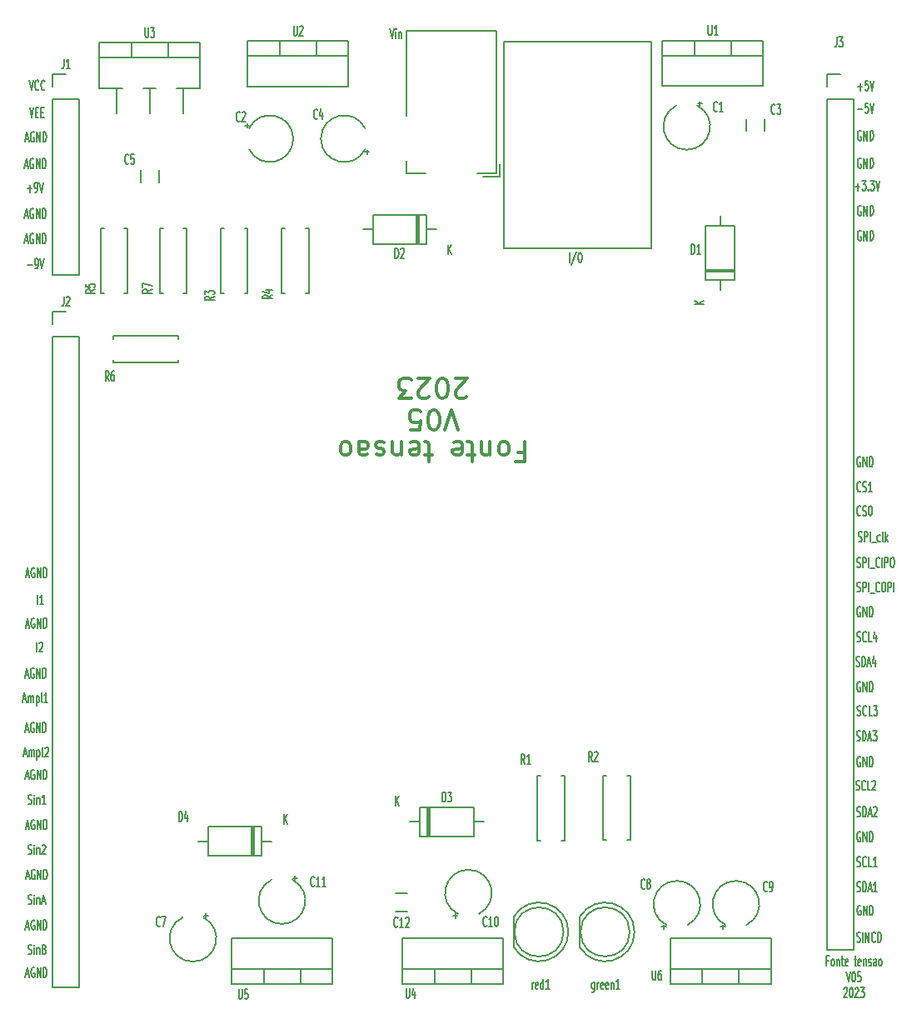
<source format=gto>
G04 #@! TF.GenerationSoftware,KiCad,Pcbnew,7.0.7-7.0.7~ubuntu22.04.1*
G04 #@! TF.CreationDate,2023-09-06T23:29:51-03:00*
G04 #@! TF.ProjectId,Fonte_tensao_LM675_v05,466f6e74-655f-4746-956e-73616f5f4c4d,v02*
G04 #@! TF.SameCoordinates,Original*
G04 #@! TF.FileFunction,Legend,Top*
G04 #@! TF.FilePolarity,Positive*
%FSLAX46Y46*%
G04 Gerber Fmt 4.6, Leading zero omitted, Abs format (unit mm)*
G04 Created by KiCad (PCBNEW 7.0.7-7.0.7~ubuntu22.04.1) date 2023-09-06 23:29:51*
%MOMM*%
%LPD*%
G01*
G04 APERTURE LIST*
%ADD10C,0.150000*%
%ADD11C,0.300000*%
%ADD12O,2.000000X1.600000*%
%ADD13O,1.600000X2.000000*%
%ADD14R,1.600000X2.000000*%
%ADD15R,2.000000X1.600000*%
%ADD16R,7.000000X2.500000*%
%ADD17R,1.800000X1.800000*%
%ADD18O,1.800000X2.000000*%
%ADD19O,2.500000X1.800000*%
%ADD20R,2.500000X1.800000*%
%ADD21R,4.600000X2.000000*%
%ADD22O,4.200000X2.000000*%
%ADD23O,2.000000X4.200000*%
G04 APERTURE END LIST*
D10*
X187109669Y-138860166D02*
X187195384Y-138907785D01*
X187195384Y-138907785D02*
X187338241Y-138907785D01*
X187338241Y-138907785D02*
X187395384Y-138860166D01*
X187395384Y-138860166D02*
X187423955Y-138812546D01*
X187423955Y-138812546D02*
X187452526Y-138717308D01*
X187452526Y-138717308D02*
X187452526Y-138622070D01*
X187452526Y-138622070D02*
X187423955Y-138526832D01*
X187423955Y-138526832D02*
X187395384Y-138479213D01*
X187395384Y-138479213D02*
X187338241Y-138431594D01*
X187338241Y-138431594D02*
X187223955Y-138383975D01*
X187223955Y-138383975D02*
X187166812Y-138336356D01*
X187166812Y-138336356D02*
X187138241Y-138288737D01*
X187138241Y-138288737D02*
X187109669Y-138193499D01*
X187109669Y-138193499D02*
X187109669Y-138098261D01*
X187109669Y-138098261D02*
X187138241Y-138003023D01*
X187138241Y-138003023D02*
X187166812Y-137955404D01*
X187166812Y-137955404D02*
X187223955Y-137907785D01*
X187223955Y-137907785D02*
X187366812Y-137907785D01*
X187366812Y-137907785D02*
X187452526Y-137955404D01*
X187709670Y-138907785D02*
X187709670Y-137907785D01*
X187709670Y-137907785D02*
X187852527Y-137907785D01*
X187852527Y-137907785D02*
X187938241Y-137955404D01*
X187938241Y-137955404D02*
X187995384Y-138050642D01*
X187995384Y-138050642D02*
X188023955Y-138145880D01*
X188023955Y-138145880D02*
X188052527Y-138336356D01*
X188052527Y-138336356D02*
X188052527Y-138479213D01*
X188052527Y-138479213D02*
X188023955Y-138669689D01*
X188023955Y-138669689D02*
X187995384Y-138764927D01*
X187995384Y-138764927D02*
X187938241Y-138860166D01*
X187938241Y-138860166D02*
X187852527Y-138907785D01*
X187852527Y-138907785D02*
X187709670Y-138907785D01*
X188281098Y-138622070D02*
X188566813Y-138622070D01*
X188223955Y-138907785D02*
X188423955Y-137907785D01*
X188423955Y-137907785D02*
X188623955Y-138907785D01*
X189138241Y-138907785D02*
X188795384Y-138907785D01*
X188966813Y-138907785D02*
X188966813Y-137907785D01*
X188966813Y-137907785D02*
X188909670Y-138050642D01*
X188909670Y-138050642D02*
X188852527Y-138145880D01*
X188852527Y-138145880D02*
X188795384Y-138193499D01*
X102527387Y-65137262D02*
X102813102Y-65137262D01*
X102470244Y-65422977D02*
X102670244Y-64422977D01*
X102670244Y-64422977D02*
X102870244Y-65422977D01*
X103384530Y-64470596D02*
X103327388Y-64422977D01*
X103327388Y-64422977D02*
X103241673Y-64422977D01*
X103241673Y-64422977D02*
X103155959Y-64470596D01*
X103155959Y-64470596D02*
X103098816Y-64565834D01*
X103098816Y-64565834D02*
X103070245Y-64661072D01*
X103070245Y-64661072D02*
X103041673Y-64851548D01*
X103041673Y-64851548D02*
X103041673Y-64994405D01*
X103041673Y-64994405D02*
X103070245Y-65184881D01*
X103070245Y-65184881D02*
X103098816Y-65280119D01*
X103098816Y-65280119D02*
X103155959Y-65375358D01*
X103155959Y-65375358D02*
X103241673Y-65422977D01*
X103241673Y-65422977D02*
X103298816Y-65422977D01*
X103298816Y-65422977D02*
X103384530Y-65375358D01*
X103384530Y-65375358D02*
X103413102Y-65327738D01*
X103413102Y-65327738D02*
X103413102Y-64994405D01*
X103413102Y-64994405D02*
X103298816Y-64994405D01*
X103670245Y-65422977D02*
X103670245Y-64422977D01*
X103670245Y-64422977D02*
X104013102Y-65422977D01*
X104013102Y-65422977D02*
X104013102Y-64422977D01*
X104298816Y-65422977D02*
X104298816Y-64422977D01*
X104298816Y-64422977D02*
X104441673Y-64422977D01*
X104441673Y-64422977D02*
X104527387Y-64470596D01*
X104527387Y-64470596D02*
X104584530Y-64565834D01*
X104584530Y-64565834D02*
X104613101Y-64661072D01*
X104613101Y-64661072D02*
X104641673Y-64851548D01*
X104641673Y-64851548D02*
X104641673Y-64994405D01*
X104641673Y-64994405D02*
X104613101Y-65184881D01*
X104613101Y-65184881D02*
X104584530Y-65280119D01*
X104584530Y-65280119D02*
X104527387Y-65375358D01*
X104527387Y-65375358D02*
X104441673Y-65422977D01*
X104441673Y-65422977D02*
X104298816Y-65422977D01*
X102865924Y-140149319D02*
X102951639Y-140196938D01*
X102951639Y-140196938D02*
X103094496Y-140196938D01*
X103094496Y-140196938D02*
X103151639Y-140149319D01*
X103151639Y-140149319D02*
X103180210Y-140101699D01*
X103180210Y-140101699D02*
X103208781Y-140006461D01*
X103208781Y-140006461D02*
X103208781Y-139911223D01*
X103208781Y-139911223D02*
X103180210Y-139815985D01*
X103180210Y-139815985D02*
X103151639Y-139768366D01*
X103151639Y-139768366D02*
X103094496Y-139720747D01*
X103094496Y-139720747D02*
X102980210Y-139673128D01*
X102980210Y-139673128D02*
X102923067Y-139625509D01*
X102923067Y-139625509D02*
X102894496Y-139577890D01*
X102894496Y-139577890D02*
X102865924Y-139482652D01*
X102865924Y-139482652D02*
X102865924Y-139387414D01*
X102865924Y-139387414D02*
X102894496Y-139292176D01*
X102894496Y-139292176D02*
X102923067Y-139244557D01*
X102923067Y-139244557D02*
X102980210Y-139196938D01*
X102980210Y-139196938D02*
X103123067Y-139196938D01*
X103123067Y-139196938D02*
X103208781Y-139244557D01*
X103465925Y-140196938D02*
X103465925Y-139530271D01*
X103465925Y-139196938D02*
X103437353Y-139244557D01*
X103437353Y-139244557D02*
X103465925Y-139292176D01*
X103465925Y-139292176D02*
X103494496Y-139244557D01*
X103494496Y-139244557D02*
X103465925Y-139196938D01*
X103465925Y-139196938D02*
X103465925Y-139292176D01*
X103751639Y-139530271D02*
X103751639Y-140196938D01*
X103751639Y-139625509D02*
X103780210Y-139577890D01*
X103780210Y-139577890D02*
X103837353Y-139530271D01*
X103837353Y-139530271D02*
X103923067Y-139530271D01*
X103923067Y-139530271D02*
X103980210Y-139577890D01*
X103980210Y-139577890D02*
X104008782Y-139673128D01*
X104008782Y-139673128D02*
X104008782Y-140196938D01*
X104265924Y-139911223D02*
X104551639Y-139911223D01*
X104208781Y-140196938D02*
X104408781Y-139196938D01*
X104408781Y-139196938D02*
X104608781Y-140196938D01*
X187100000Y-105907200D02*
X187185715Y-105954819D01*
X187185715Y-105954819D02*
X187328572Y-105954819D01*
X187328572Y-105954819D02*
X187385715Y-105907200D01*
X187385715Y-105907200D02*
X187414286Y-105859580D01*
X187414286Y-105859580D02*
X187442857Y-105764342D01*
X187442857Y-105764342D02*
X187442857Y-105669104D01*
X187442857Y-105669104D02*
X187414286Y-105573866D01*
X187414286Y-105573866D02*
X187385715Y-105526247D01*
X187385715Y-105526247D02*
X187328572Y-105478628D01*
X187328572Y-105478628D02*
X187214286Y-105431009D01*
X187214286Y-105431009D02*
X187157143Y-105383390D01*
X187157143Y-105383390D02*
X187128572Y-105335771D01*
X187128572Y-105335771D02*
X187100000Y-105240533D01*
X187100000Y-105240533D02*
X187100000Y-105145295D01*
X187100000Y-105145295D02*
X187128572Y-105050057D01*
X187128572Y-105050057D02*
X187157143Y-105002438D01*
X187157143Y-105002438D02*
X187214286Y-104954819D01*
X187214286Y-104954819D02*
X187357143Y-104954819D01*
X187357143Y-104954819D02*
X187442857Y-105002438D01*
X187700001Y-105954819D02*
X187700001Y-104954819D01*
X187700001Y-104954819D02*
X187928572Y-104954819D01*
X187928572Y-104954819D02*
X187985715Y-105002438D01*
X187985715Y-105002438D02*
X188014286Y-105050057D01*
X188014286Y-105050057D02*
X188042858Y-105145295D01*
X188042858Y-105145295D02*
X188042858Y-105288152D01*
X188042858Y-105288152D02*
X188014286Y-105383390D01*
X188014286Y-105383390D02*
X187985715Y-105431009D01*
X187985715Y-105431009D02*
X187928572Y-105478628D01*
X187928572Y-105478628D02*
X187700001Y-105478628D01*
X188300001Y-105954819D02*
X188300001Y-104954819D01*
X188442858Y-106050057D02*
X188900000Y-106050057D01*
X189385715Y-105859580D02*
X189357143Y-105907200D01*
X189357143Y-105907200D02*
X189271429Y-105954819D01*
X189271429Y-105954819D02*
X189214286Y-105954819D01*
X189214286Y-105954819D02*
X189128572Y-105907200D01*
X189128572Y-105907200D02*
X189071429Y-105811961D01*
X189071429Y-105811961D02*
X189042858Y-105716723D01*
X189042858Y-105716723D02*
X189014286Y-105526247D01*
X189014286Y-105526247D02*
X189014286Y-105383390D01*
X189014286Y-105383390D02*
X189042858Y-105192914D01*
X189042858Y-105192914D02*
X189071429Y-105097676D01*
X189071429Y-105097676D02*
X189128572Y-105002438D01*
X189128572Y-105002438D02*
X189214286Y-104954819D01*
X189214286Y-104954819D02*
X189271429Y-104954819D01*
X189271429Y-104954819D02*
X189357143Y-105002438D01*
X189357143Y-105002438D02*
X189385715Y-105050057D01*
X189642858Y-105954819D02*
X189642858Y-104954819D01*
X189928572Y-105954819D02*
X189928572Y-104954819D01*
X189928572Y-104954819D02*
X190157143Y-104954819D01*
X190157143Y-104954819D02*
X190214286Y-105002438D01*
X190214286Y-105002438D02*
X190242857Y-105050057D01*
X190242857Y-105050057D02*
X190271429Y-105145295D01*
X190271429Y-105145295D02*
X190271429Y-105288152D01*
X190271429Y-105288152D02*
X190242857Y-105383390D01*
X190242857Y-105383390D02*
X190214286Y-105431009D01*
X190214286Y-105431009D02*
X190157143Y-105478628D01*
X190157143Y-105478628D02*
X189928572Y-105478628D01*
X190642857Y-104954819D02*
X190757143Y-104954819D01*
X190757143Y-104954819D02*
X190814286Y-105002438D01*
X190814286Y-105002438D02*
X190871429Y-105097676D01*
X190871429Y-105097676D02*
X190900000Y-105288152D01*
X190900000Y-105288152D02*
X190900000Y-105621485D01*
X190900000Y-105621485D02*
X190871429Y-105811961D01*
X190871429Y-105811961D02*
X190814286Y-105907200D01*
X190814286Y-105907200D02*
X190757143Y-105954819D01*
X190757143Y-105954819D02*
X190642857Y-105954819D01*
X190642857Y-105954819D02*
X190585715Y-105907200D01*
X190585715Y-105907200D02*
X190528572Y-105811961D01*
X190528572Y-105811961D02*
X190500000Y-105621485D01*
X190500000Y-105621485D02*
X190500000Y-105288152D01*
X190500000Y-105288152D02*
X190528572Y-105097676D01*
X190528572Y-105097676D02*
X190585715Y-105002438D01*
X190585715Y-105002438D02*
X190642857Y-104954819D01*
X187452526Y-117635404D02*
X187395384Y-117587785D01*
X187395384Y-117587785D02*
X187309669Y-117587785D01*
X187309669Y-117587785D02*
X187223955Y-117635404D01*
X187223955Y-117635404D02*
X187166812Y-117730642D01*
X187166812Y-117730642D02*
X187138241Y-117825880D01*
X187138241Y-117825880D02*
X187109669Y-118016356D01*
X187109669Y-118016356D02*
X187109669Y-118159213D01*
X187109669Y-118159213D02*
X187138241Y-118349689D01*
X187138241Y-118349689D02*
X187166812Y-118444927D01*
X187166812Y-118444927D02*
X187223955Y-118540166D01*
X187223955Y-118540166D02*
X187309669Y-118587785D01*
X187309669Y-118587785D02*
X187366812Y-118587785D01*
X187366812Y-118587785D02*
X187452526Y-118540166D01*
X187452526Y-118540166D02*
X187481098Y-118492546D01*
X187481098Y-118492546D02*
X187481098Y-118159213D01*
X187481098Y-118159213D02*
X187366812Y-118159213D01*
X187738241Y-118587785D02*
X187738241Y-117587785D01*
X187738241Y-117587785D02*
X188081098Y-118587785D01*
X188081098Y-118587785D02*
X188081098Y-117587785D01*
X188366812Y-118587785D02*
X188366812Y-117587785D01*
X188366812Y-117587785D02*
X188509669Y-117587785D01*
X188509669Y-117587785D02*
X188595383Y-117635404D01*
X188595383Y-117635404D02*
X188652526Y-117730642D01*
X188652526Y-117730642D02*
X188681097Y-117825880D01*
X188681097Y-117825880D02*
X188709669Y-118016356D01*
X188709669Y-118016356D02*
X188709669Y-118159213D01*
X188709669Y-118159213D02*
X188681097Y-118349689D01*
X188681097Y-118349689D02*
X188652526Y-118444927D01*
X188652526Y-118444927D02*
X188595383Y-118540166D01*
X188595383Y-118540166D02*
X188509669Y-118587785D01*
X188509669Y-118587785D02*
X188366812Y-118587785D01*
X187481098Y-98172546D02*
X187452526Y-98220166D01*
X187452526Y-98220166D02*
X187366812Y-98267785D01*
X187366812Y-98267785D02*
X187309669Y-98267785D01*
X187309669Y-98267785D02*
X187223955Y-98220166D01*
X187223955Y-98220166D02*
X187166812Y-98124927D01*
X187166812Y-98124927D02*
X187138241Y-98029689D01*
X187138241Y-98029689D02*
X187109669Y-97839213D01*
X187109669Y-97839213D02*
X187109669Y-97696356D01*
X187109669Y-97696356D02*
X187138241Y-97505880D01*
X187138241Y-97505880D02*
X187166812Y-97410642D01*
X187166812Y-97410642D02*
X187223955Y-97315404D01*
X187223955Y-97315404D02*
X187309669Y-97267785D01*
X187309669Y-97267785D02*
X187366812Y-97267785D01*
X187366812Y-97267785D02*
X187452526Y-97315404D01*
X187452526Y-97315404D02*
X187481098Y-97363023D01*
X187709669Y-98220166D02*
X187795384Y-98267785D01*
X187795384Y-98267785D02*
X187938241Y-98267785D01*
X187938241Y-98267785D02*
X187995384Y-98220166D01*
X187995384Y-98220166D02*
X188023955Y-98172546D01*
X188023955Y-98172546D02*
X188052526Y-98077308D01*
X188052526Y-98077308D02*
X188052526Y-97982070D01*
X188052526Y-97982070D02*
X188023955Y-97886832D01*
X188023955Y-97886832D02*
X187995384Y-97839213D01*
X187995384Y-97839213D02*
X187938241Y-97791594D01*
X187938241Y-97791594D02*
X187823955Y-97743975D01*
X187823955Y-97743975D02*
X187766812Y-97696356D01*
X187766812Y-97696356D02*
X187738241Y-97648737D01*
X187738241Y-97648737D02*
X187709669Y-97553499D01*
X187709669Y-97553499D02*
X187709669Y-97458261D01*
X187709669Y-97458261D02*
X187738241Y-97363023D01*
X187738241Y-97363023D02*
X187766812Y-97315404D01*
X187766812Y-97315404D02*
X187823955Y-97267785D01*
X187823955Y-97267785D02*
X187966812Y-97267785D01*
X187966812Y-97267785D02*
X188052526Y-97315404D01*
X188623955Y-98267785D02*
X188281098Y-98267785D01*
X188452527Y-98267785D02*
X188452527Y-97267785D01*
X188452527Y-97267785D02*
X188395384Y-97410642D01*
X188395384Y-97410642D02*
X188338241Y-97505880D01*
X188338241Y-97505880D02*
X188281098Y-97553499D01*
X187511644Y-71783696D02*
X187454502Y-71736077D01*
X187454502Y-71736077D02*
X187368787Y-71736077D01*
X187368787Y-71736077D02*
X187283073Y-71783696D01*
X187283073Y-71783696D02*
X187225930Y-71878934D01*
X187225930Y-71878934D02*
X187197359Y-71974172D01*
X187197359Y-71974172D02*
X187168787Y-72164648D01*
X187168787Y-72164648D02*
X187168787Y-72307505D01*
X187168787Y-72307505D02*
X187197359Y-72497981D01*
X187197359Y-72497981D02*
X187225930Y-72593219D01*
X187225930Y-72593219D02*
X187283073Y-72688458D01*
X187283073Y-72688458D02*
X187368787Y-72736077D01*
X187368787Y-72736077D02*
X187425930Y-72736077D01*
X187425930Y-72736077D02*
X187511644Y-72688458D01*
X187511644Y-72688458D02*
X187540216Y-72640838D01*
X187540216Y-72640838D02*
X187540216Y-72307505D01*
X187540216Y-72307505D02*
X187425930Y-72307505D01*
X187797359Y-72736077D02*
X187797359Y-71736077D01*
X187797359Y-71736077D02*
X188140216Y-72736077D01*
X188140216Y-72736077D02*
X188140216Y-71736077D01*
X188425930Y-72736077D02*
X188425930Y-71736077D01*
X188425930Y-71736077D02*
X188568787Y-71736077D01*
X188568787Y-71736077D02*
X188654501Y-71783696D01*
X188654501Y-71783696D02*
X188711644Y-71878934D01*
X188711644Y-71878934D02*
X188740215Y-71974172D01*
X188740215Y-71974172D02*
X188768787Y-72164648D01*
X188768787Y-72164648D02*
X188768787Y-72307505D01*
X188768787Y-72307505D02*
X188740215Y-72497981D01*
X188740215Y-72497981D02*
X188711644Y-72593219D01*
X188711644Y-72593219D02*
X188654501Y-72688458D01*
X188654501Y-72688458D02*
X188568787Y-72736077D01*
X188568787Y-72736077D02*
X188425930Y-72736077D01*
X102809959Y-75202024D02*
X103267102Y-75202024D01*
X103581387Y-75582977D02*
X103695673Y-75582977D01*
X103695673Y-75582977D02*
X103752816Y-75535358D01*
X103752816Y-75535358D02*
X103781387Y-75487738D01*
X103781387Y-75487738D02*
X103838530Y-75344881D01*
X103838530Y-75344881D02*
X103867101Y-75154405D01*
X103867101Y-75154405D02*
X103867101Y-74773453D01*
X103867101Y-74773453D02*
X103838530Y-74678215D01*
X103838530Y-74678215D02*
X103809959Y-74630596D01*
X103809959Y-74630596D02*
X103752816Y-74582977D01*
X103752816Y-74582977D02*
X103638530Y-74582977D01*
X103638530Y-74582977D02*
X103581387Y-74630596D01*
X103581387Y-74630596D02*
X103552816Y-74678215D01*
X103552816Y-74678215D02*
X103524244Y-74773453D01*
X103524244Y-74773453D02*
X103524244Y-75011548D01*
X103524244Y-75011548D02*
X103552816Y-75106786D01*
X103552816Y-75106786D02*
X103581387Y-75154405D01*
X103581387Y-75154405D02*
X103638530Y-75202024D01*
X103638530Y-75202024D02*
X103752816Y-75202024D01*
X103752816Y-75202024D02*
X103809959Y-75154405D01*
X103809959Y-75154405D02*
X103838530Y-75106786D01*
X103838530Y-75106786D02*
X103867101Y-75011548D01*
X104038530Y-74582977D02*
X104238530Y-75582977D01*
X104238530Y-75582977D02*
X104438530Y-74582977D01*
X102654384Y-137377776D02*
X102940099Y-137377776D01*
X102597241Y-137663491D02*
X102797241Y-136663491D01*
X102797241Y-136663491D02*
X102997241Y-137663491D01*
X103511527Y-136711110D02*
X103454385Y-136663491D01*
X103454385Y-136663491D02*
X103368670Y-136663491D01*
X103368670Y-136663491D02*
X103282956Y-136711110D01*
X103282956Y-136711110D02*
X103225813Y-136806348D01*
X103225813Y-136806348D02*
X103197242Y-136901586D01*
X103197242Y-136901586D02*
X103168670Y-137092062D01*
X103168670Y-137092062D02*
X103168670Y-137234919D01*
X103168670Y-137234919D02*
X103197242Y-137425395D01*
X103197242Y-137425395D02*
X103225813Y-137520633D01*
X103225813Y-137520633D02*
X103282956Y-137615872D01*
X103282956Y-137615872D02*
X103368670Y-137663491D01*
X103368670Y-137663491D02*
X103425813Y-137663491D01*
X103425813Y-137663491D02*
X103511527Y-137615872D01*
X103511527Y-137615872D02*
X103540099Y-137568252D01*
X103540099Y-137568252D02*
X103540099Y-137234919D01*
X103540099Y-137234919D02*
X103425813Y-137234919D01*
X103797242Y-137663491D02*
X103797242Y-136663491D01*
X103797242Y-136663491D02*
X104140099Y-137663491D01*
X104140099Y-137663491D02*
X104140099Y-136663491D01*
X104425813Y-137663491D02*
X104425813Y-136663491D01*
X104425813Y-136663491D02*
X104568670Y-136663491D01*
X104568670Y-136663491D02*
X104654384Y-136711110D01*
X104654384Y-136711110D02*
X104711527Y-136806348D01*
X104711527Y-136806348D02*
X104740098Y-136901586D01*
X104740098Y-136901586D02*
X104768670Y-137092062D01*
X104768670Y-137092062D02*
X104768670Y-137234919D01*
X104768670Y-137234919D02*
X104740098Y-137425395D01*
X104740098Y-137425395D02*
X104711527Y-137520633D01*
X104711527Y-137520633D02*
X104654384Y-137615872D01*
X104654384Y-137615872D02*
X104568670Y-137663491D01*
X104568670Y-137663491D02*
X104425813Y-137663491D01*
X102628017Y-111822866D02*
X102913732Y-111822866D01*
X102570874Y-112108581D02*
X102770874Y-111108581D01*
X102770874Y-111108581D02*
X102970874Y-112108581D01*
X103485160Y-111156200D02*
X103428018Y-111108581D01*
X103428018Y-111108581D02*
X103342303Y-111108581D01*
X103342303Y-111108581D02*
X103256589Y-111156200D01*
X103256589Y-111156200D02*
X103199446Y-111251438D01*
X103199446Y-111251438D02*
X103170875Y-111346676D01*
X103170875Y-111346676D02*
X103142303Y-111537152D01*
X103142303Y-111537152D02*
X103142303Y-111680009D01*
X103142303Y-111680009D02*
X103170875Y-111870485D01*
X103170875Y-111870485D02*
X103199446Y-111965723D01*
X103199446Y-111965723D02*
X103256589Y-112060962D01*
X103256589Y-112060962D02*
X103342303Y-112108581D01*
X103342303Y-112108581D02*
X103399446Y-112108581D01*
X103399446Y-112108581D02*
X103485160Y-112060962D01*
X103485160Y-112060962D02*
X103513732Y-112013342D01*
X103513732Y-112013342D02*
X103513732Y-111680009D01*
X103513732Y-111680009D02*
X103399446Y-111680009D01*
X103770875Y-112108581D02*
X103770875Y-111108581D01*
X103770875Y-111108581D02*
X104113732Y-112108581D01*
X104113732Y-112108581D02*
X104113732Y-111108581D01*
X104399446Y-112108581D02*
X104399446Y-111108581D01*
X104399446Y-111108581D02*
X104542303Y-111108581D01*
X104542303Y-111108581D02*
X104628017Y-111156200D01*
X104628017Y-111156200D02*
X104685160Y-111251438D01*
X104685160Y-111251438D02*
X104713731Y-111346676D01*
X104713731Y-111346676D02*
X104742303Y-111537152D01*
X104742303Y-111537152D02*
X104742303Y-111680009D01*
X104742303Y-111680009D02*
X104713731Y-111870485D01*
X104713731Y-111870485D02*
X104685160Y-111965723D01*
X104685160Y-111965723D02*
X104628017Y-112060962D01*
X104628017Y-112060962D02*
X104542303Y-112108581D01*
X104542303Y-112108581D02*
X104399446Y-112108581D01*
X187452526Y-125255404D02*
X187395384Y-125207785D01*
X187395384Y-125207785D02*
X187309669Y-125207785D01*
X187309669Y-125207785D02*
X187223955Y-125255404D01*
X187223955Y-125255404D02*
X187166812Y-125350642D01*
X187166812Y-125350642D02*
X187138241Y-125445880D01*
X187138241Y-125445880D02*
X187109669Y-125636356D01*
X187109669Y-125636356D02*
X187109669Y-125779213D01*
X187109669Y-125779213D02*
X187138241Y-125969689D01*
X187138241Y-125969689D02*
X187166812Y-126064927D01*
X187166812Y-126064927D02*
X187223955Y-126160166D01*
X187223955Y-126160166D02*
X187309669Y-126207785D01*
X187309669Y-126207785D02*
X187366812Y-126207785D01*
X187366812Y-126207785D02*
X187452526Y-126160166D01*
X187452526Y-126160166D02*
X187481098Y-126112546D01*
X187481098Y-126112546D02*
X187481098Y-125779213D01*
X187481098Y-125779213D02*
X187366812Y-125779213D01*
X187738241Y-126207785D02*
X187738241Y-125207785D01*
X187738241Y-125207785D02*
X188081098Y-126207785D01*
X188081098Y-126207785D02*
X188081098Y-125207785D01*
X188366812Y-126207785D02*
X188366812Y-125207785D01*
X188366812Y-125207785D02*
X188509669Y-125207785D01*
X188509669Y-125207785D02*
X188595383Y-125255404D01*
X188595383Y-125255404D02*
X188652526Y-125350642D01*
X188652526Y-125350642D02*
X188681097Y-125445880D01*
X188681097Y-125445880D02*
X188709669Y-125636356D01*
X188709669Y-125636356D02*
X188709669Y-125779213D01*
X188709669Y-125779213D02*
X188681097Y-125969689D01*
X188681097Y-125969689D02*
X188652526Y-126064927D01*
X188652526Y-126064927D02*
X188595383Y-126160166D01*
X188595383Y-126160166D02*
X188509669Y-126207785D01*
X188509669Y-126207785D02*
X188366812Y-126207785D01*
X186943359Y-67275124D02*
X187400502Y-67275124D01*
X187171930Y-67656077D02*
X187171930Y-66894172D01*
X187629073Y-66656077D02*
X188000501Y-66656077D01*
X188000501Y-66656077D02*
X187800501Y-67037029D01*
X187800501Y-67037029D02*
X187886216Y-67037029D01*
X187886216Y-67037029D02*
X187943359Y-67084648D01*
X187943359Y-67084648D02*
X187971930Y-67132267D01*
X187971930Y-67132267D02*
X188000501Y-67227505D01*
X188000501Y-67227505D02*
X188000501Y-67465600D01*
X188000501Y-67465600D02*
X187971930Y-67560838D01*
X187971930Y-67560838D02*
X187943359Y-67608458D01*
X187943359Y-67608458D02*
X187886216Y-67656077D01*
X187886216Y-67656077D02*
X187714787Y-67656077D01*
X187714787Y-67656077D02*
X187657644Y-67608458D01*
X187657644Y-67608458D02*
X187629073Y-67560838D01*
X188257645Y-67560838D02*
X188286216Y-67608458D01*
X188286216Y-67608458D02*
X188257645Y-67656077D01*
X188257645Y-67656077D02*
X188229073Y-67608458D01*
X188229073Y-67608458D02*
X188257645Y-67560838D01*
X188257645Y-67560838D02*
X188257645Y-67656077D01*
X188486216Y-66656077D02*
X188857644Y-66656077D01*
X188857644Y-66656077D02*
X188657644Y-67037029D01*
X188657644Y-67037029D02*
X188743359Y-67037029D01*
X188743359Y-67037029D02*
X188800502Y-67084648D01*
X188800502Y-67084648D02*
X188829073Y-67132267D01*
X188829073Y-67132267D02*
X188857644Y-67227505D01*
X188857644Y-67227505D02*
X188857644Y-67465600D01*
X188857644Y-67465600D02*
X188829073Y-67560838D01*
X188829073Y-67560838D02*
X188800502Y-67608458D01*
X188800502Y-67608458D02*
X188743359Y-67656077D01*
X188743359Y-67656077D02*
X188571930Y-67656077D01*
X188571930Y-67656077D02*
X188514787Y-67608458D01*
X188514787Y-67608458D02*
X188486216Y-67560838D01*
X189029073Y-66656077D02*
X189229073Y-67656077D01*
X189229073Y-67656077D02*
X189429073Y-66656077D01*
X187511644Y-64417696D02*
X187454502Y-64370077D01*
X187454502Y-64370077D02*
X187368787Y-64370077D01*
X187368787Y-64370077D02*
X187283073Y-64417696D01*
X187283073Y-64417696D02*
X187225930Y-64512934D01*
X187225930Y-64512934D02*
X187197359Y-64608172D01*
X187197359Y-64608172D02*
X187168787Y-64798648D01*
X187168787Y-64798648D02*
X187168787Y-64941505D01*
X187168787Y-64941505D02*
X187197359Y-65131981D01*
X187197359Y-65131981D02*
X187225930Y-65227219D01*
X187225930Y-65227219D02*
X187283073Y-65322458D01*
X187283073Y-65322458D02*
X187368787Y-65370077D01*
X187368787Y-65370077D02*
X187425930Y-65370077D01*
X187425930Y-65370077D02*
X187511644Y-65322458D01*
X187511644Y-65322458D02*
X187540216Y-65274838D01*
X187540216Y-65274838D02*
X187540216Y-64941505D01*
X187540216Y-64941505D02*
X187425930Y-64941505D01*
X187797359Y-65370077D02*
X187797359Y-64370077D01*
X187797359Y-64370077D02*
X188140216Y-65370077D01*
X188140216Y-65370077D02*
X188140216Y-64370077D01*
X188425930Y-65370077D02*
X188425930Y-64370077D01*
X188425930Y-64370077D02*
X188568787Y-64370077D01*
X188568787Y-64370077D02*
X188654501Y-64417696D01*
X188654501Y-64417696D02*
X188711644Y-64512934D01*
X188711644Y-64512934D02*
X188740215Y-64608172D01*
X188740215Y-64608172D02*
X188768787Y-64798648D01*
X188768787Y-64798648D02*
X188768787Y-64941505D01*
X188768787Y-64941505D02*
X188740215Y-65131981D01*
X188740215Y-65131981D02*
X188711644Y-65227219D01*
X188711644Y-65227219D02*
X188654501Y-65322458D01*
X188654501Y-65322458D02*
X188568787Y-65370077D01*
X188568787Y-65370077D02*
X188425930Y-65370077D01*
X102527387Y-72757262D02*
X102813102Y-72757262D01*
X102470244Y-73042977D02*
X102670244Y-72042977D01*
X102670244Y-72042977D02*
X102870244Y-73042977D01*
X103384530Y-72090596D02*
X103327388Y-72042977D01*
X103327388Y-72042977D02*
X103241673Y-72042977D01*
X103241673Y-72042977D02*
X103155959Y-72090596D01*
X103155959Y-72090596D02*
X103098816Y-72185834D01*
X103098816Y-72185834D02*
X103070245Y-72281072D01*
X103070245Y-72281072D02*
X103041673Y-72471548D01*
X103041673Y-72471548D02*
X103041673Y-72614405D01*
X103041673Y-72614405D02*
X103070245Y-72804881D01*
X103070245Y-72804881D02*
X103098816Y-72900119D01*
X103098816Y-72900119D02*
X103155959Y-72995358D01*
X103155959Y-72995358D02*
X103241673Y-73042977D01*
X103241673Y-73042977D02*
X103298816Y-73042977D01*
X103298816Y-73042977D02*
X103384530Y-72995358D01*
X103384530Y-72995358D02*
X103413102Y-72947738D01*
X103413102Y-72947738D02*
X103413102Y-72614405D01*
X103413102Y-72614405D02*
X103298816Y-72614405D01*
X103670245Y-73042977D02*
X103670245Y-72042977D01*
X103670245Y-72042977D02*
X104013102Y-73042977D01*
X104013102Y-73042977D02*
X104013102Y-72042977D01*
X104298816Y-73042977D02*
X104298816Y-72042977D01*
X104298816Y-72042977D02*
X104441673Y-72042977D01*
X104441673Y-72042977D02*
X104527387Y-72090596D01*
X104527387Y-72090596D02*
X104584530Y-72185834D01*
X104584530Y-72185834D02*
X104613101Y-72281072D01*
X104613101Y-72281072D02*
X104641673Y-72471548D01*
X104641673Y-72471548D02*
X104641673Y-72614405D01*
X104641673Y-72614405D02*
X104613101Y-72804881D01*
X104613101Y-72804881D02*
X104584530Y-72900119D01*
X104584530Y-72900119D02*
X104527387Y-72995358D01*
X104527387Y-72995358D02*
X104441673Y-73042977D01*
X104441673Y-73042977D02*
X104298816Y-73042977D01*
X187452526Y-110015404D02*
X187395384Y-109967785D01*
X187395384Y-109967785D02*
X187309669Y-109967785D01*
X187309669Y-109967785D02*
X187223955Y-110015404D01*
X187223955Y-110015404D02*
X187166812Y-110110642D01*
X187166812Y-110110642D02*
X187138241Y-110205880D01*
X187138241Y-110205880D02*
X187109669Y-110396356D01*
X187109669Y-110396356D02*
X187109669Y-110539213D01*
X187109669Y-110539213D02*
X187138241Y-110729689D01*
X187138241Y-110729689D02*
X187166812Y-110824927D01*
X187166812Y-110824927D02*
X187223955Y-110920166D01*
X187223955Y-110920166D02*
X187309669Y-110967785D01*
X187309669Y-110967785D02*
X187366812Y-110967785D01*
X187366812Y-110967785D02*
X187452526Y-110920166D01*
X187452526Y-110920166D02*
X187481098Y-110872546D01*
X187481098Y-110872546D02*
X187481098Y-110539213D01*
X187481098Y-110539213D02*
X187366812Y-110539213D01*
X187738241Y-110967785D02*
X187738241Y-109967785D01*
X187738241Y-109967785D02*
X188081098Y-110967785D01*
X188081098Y-110967785D02*
X188081098Y-109967785D01*
X188366812Y-110967785D02*
X188366812Y-109967785D01*
X188366812Y-109967785D02*
X188509669Y-109967785D01*
X188509669Y-109967785D02*
X188595383Y-110015404D01*
X188595383Y-110015404D02*
X188652526Y-110110642D01*
X188652526Y-110110642D02*
X188681097Y-110205880D01*
X188681097Y-110205880D02*
X188709669Y-110396356D01*
X188709669Y-110396356D02*
X188709669Y-110539213D01*
X188709669Y-110539213D02*
X188681097Y-110729689D01*
X188681097Y-110729689D02*
X188652526Y-110824927D01*
X188652526Y-110824927D02*
X188595383Y-110920166D01*
X188595383Y-110920166D02*
X188509669Y-110967785D01*
X188509669Y-110967785D02*
X188366812Y-110967785D01*
X102621311Y-147309712D02*
X102907026Y-147309712D01*
X102564168Y-147595427D02*
X102764168Y-146595427D01*
X102764168Y-146595427D02*
X102964168Y-147595427D01*
X103478454Y-146643046D02*
X103421312Y-146595427D01*
X103421312Y-146595427D02*
X103335597Y-146595427D01*
X103335597Y-146595427D02*
X103249883Y-146643046D01*
X103249883Y-146643046D02*
X103192740Y-146738284D01*
X103192740Y-146738284D02*
X103164169Y-146833522D01*
X103164169Y-146833522D02*
X103135597Y-147023998D01*
X103135597Y-147023998D02*
X103135597Y-147166855D01*
X103135597Y-147166855D02*
X103164169Y-147357331D01*
X103164169Y-147357331D02*
X103192740Y-147452569D01*
X103192740Y-147452569D02*
X103249883Y-147547808D01*
X103249883Y-147547808D02*
X103335597Y-147595427D01*
X103335597Y-147595427D02*
X103392740Y-147595427D01*
X103392740Y-147595427D02*
X103478454Y-147547808D01*
X103478454Y-147547808D02*
X103507026Y-147500188D01*
X103507026Y-147500188D02*
X103507026Y-147166855D01*
X103507026Y-147166855D02*
X103392740Y-147166855D01*
X103764169Y-147595427D02*
X103764169Y-146595427D01*
X103764169Y-146595427D02*
X104107026Y-147595427D01*
X104107026Y-147595427D02*
X104107026Y-146595427D01*
X104392740Y-147595427D02*
X104392740Y-146595427D01*
X104392740Y-146595427D02*
X104535597Y-146595427D01*
X104535597Y-146595427D02*
X104621311Y-146643046D01*
X104621311Y-146643046D02*
X104678454Y-146738284D01*
X104678454Y-146738284D02*
X104707025Y-146833522D01*
X104707025Y-146833522D02*
X104735597Y-147023998D01*
X104735597Y-147023998D02*
X104735597Y-147166855D01*
X104735597Y-147166855D02*
X104707025Y-147357331D01*
X104707025Y-147357331D02*
X104678454Y-147452569D01*
X104678454Y-147452569D02*
X104621311Y-147547808D01*
X104621311Y-147547808D02*
X104535597Y-147595427D01*
X104535597Y-147595427D02*
X104392740Y-147595427D01*
X102865924Y-129989319D02*
X102951639Y-130036938D01*
X102951639Y-130036938D02*
X103094496Y-130036938D01*
X103094496Y-130036938D02*
X103151639Y-129989319D01*
X103151639Y-129989319D02*
X103180210Y-129941699D01*
X103180210Y-129941699D02*
X103208781Y-129846461D01*
X103208781Y-129846461D02*
X103208781Y-129751223D01*
X103208781Y-129751223D02*
X103180210Y-129655985D01*
X103180210Y-129655985D02*
X103151639Y-129608366D01*
X103151639Y-129608366D02*
X103094496Y-129560747D01*
X103094496Y-129560747D02*
X102980210Y-129513128D01*
X102980210Y-129513128D02*
X102923067Y-129465509D01*
X102923067Y-129465509D02*
X102894496Y-129417890D01*
X102894496Y-129417890D02*
X102865924Y-129322652D01*
X102865924Y-129322652D02*
X102865924Y-129227414D01*
X102865924Y-129227414D02*
X102894496Y-129132176D01*
X102894496Y-129132176D02*
X102923067Y-129084557D01*
X102923067Y-129084557D02*
X102980210Y-129036938D01*
X102980210Y-129036938D02*
X103123067Y-129036938D01*
X103123067Y-129036938D02*
X103208781Y-129084557D01*
X103465925Y-130036938D02*
X103465925Y-129370271D01*
X103465925Y-129036938D02*
X103437353Y-129084557D01*
X103437353Y-129084557D02*
X103465925Y-129132176D01*
X103465925Y-129132176D02*
X103494496Y-129084557D01*
X103494496Y-129084557D02*
X103465925Y-129036938D01*
X103465925Y-129036938D02*
X103465925Y-129132176D01*
X103751639Y-129370271D02*
X103751639Y-130036938D01*
X103751639Y-129465509D02*
X103780210Y-129417890D01*
X103780210Y-129417890D02*
X103837353Y-129370271D01*
X103837353Y-129370271D02*
X103923067Y-129370271D01*
X103923067Y-129370271D02*
X103980210Y-129417890D01*
X103980210Y-129417890D02*
X104008782Y-129513128D01*
X104008782Y-129513128D02*
X104008782Y-130036938D01*
X104608781Y-130036938D02*
X104265924Y-130036938D01*
X104437353Y-130036938D02*
X104437353Y-129036938D01*
X104437353Y-129036938D02*
X104380210Y-129179795D01*
X104380210Y-129179795D02*
X104323067Y-129275033D01*
X104323067Y-129275033D02*
X104265924Y-129322652D01*
X102627895Y-132291222D02*
X102913610Y-132291222D01*
X102570752Y-132576937D02*
X102770752Y-131576937D01*
X102770752Y-131576937D02*
X102970752Y-132576937D01*
X103485038Y-131624556D02*
X103427896Y-131576937D01*
X103427896Y-131576937D02*
X103342181Y-131576937D01*
X103342181Y-131576937D02*
X103256467Y-131624556D01*
X103256467Y-131624556D02*
X103199324Y-131719794D01*
X103199324Y-131719794D02*
X103170753Y-131815032D01*
X103170753Y-131815032D02*
X103142181Y-132005508D01*
X103142181Y-132005508D02*
X103142181Y-132148365D01*
X103142181Y-132148365D02*
X103170753Y-132338841D01*
X103170753Y-132338841D02*
X103199324Y-132434079D01*
X103199324Y-132434079D02*
X103256467Y-132529318D01*
X103256467Y-132529318D02*
X103342181Y-132576937D01*
X103342181Y-132576937D02*
X103399324Y-132576937D01*
X103399324Y-132576937D02*
X103485038Y-132529318D01*
X103485038Y-132529318D02*
X103513610Y-132481698D01*
X103513610Y-132481698D02*
X103513610Y-132148365D01*
X103513610Y-132148365D02*
X103399324Y-132148365D01*
X103770753Y-132576937D02*
X103770753Y-131576937D01*
X103770753Y-131576937D02*
X104113610Y-132576937D01*
X104113610Y-132576937D02*
X104113610Y-131576937D01*
X104399324Y-132576937D02*
X104399324Y-131576937D01*
X104399324Y-131576937D02*
X104542181Y-131576937D01*
X104542181Y-131576937D02*
X104627895Y-131624556D01*
X104627895Y-131624556D02*
X104685038Y-131719794D01*
X104685038Y-131719794D02*
X104713609Y-131815032D01*
X104713609Y-131815032D02*
X104742181Y-132005508D01*
X104742181Y-132005508D02*
X104742181Y-132148365D01*
X104742181Y-132148365D02*
X104713609Y-132338841D01*
X104713609Y-132338841D02*
X104685038Y-132434079D01*
X104685038Y-132434079D02*
X104627895Y-132529318D01*
X104627895Y-132529318D02*
X104542181Y-132576937D01*
X104542181Y-132576937D02*
X104399324Y-132576937D01*
X187197359Y-57115124D02*
X187654502Y-57115124D01*
X187425930Y-57496077D02*
X187425930Y-56734172D01*
X188225930Y-56496077D02*
X187940216Y-56496077D01*
X187940216Y-56496077D02*
X187911644Y-56972267D01*
X187911644Y-56972267D02*
X187940216Y-56924648D01*
X187940216Y-56924648D02*
X187997359Y-56877029D01*
X187997359Y-56877029D02*
X188140216Y-56877029D01*
X188140216Y-56877029D02*
X188197359Y-56924648D01*
X188197359Y-56924648D02*
X188225930Y-56972267D01*
X188225930Y-56972267D02*
X188254501Y-57067505D01*
X188254501Y-57067505D02*
X188254501Y-57305600D01*
X188254501Y-57305600D02*
X188225930Y-57400838D01*
X188225930Y-57400838D02*
X188197359Y-57448458D01*
X188197359Y-57448458D02*
X188140216Y-57496077D01*
X188140216Y-57496077D02*
X187997359Y-57496077D01*
X187997359Y-57496077D02*
X187940216Y-57448458D01*
X187940216Y-57448458D02*
X187911644Y-57400838D01*
X188425930Y-56496077D02*
X188625930Y-57496077D01*
X188625930Y-57496077D02*
X188825930Y-56496077D01*
X187009669Y-128560166D02*
X187095384Y-128607785D01*
X187095384Y-128607785D02*
X187238241Y-128607785D01*
X187238241Y-128607785D02*
X187295384Y-128560166D01*
X187295384Y-128560166D02*
X187323955Y-128512546D01*
X187323955Y-128512546D02*
X187352526Y-128417308D01*
X187352526Y-128417308D02*
X187352526Y-128322070D01*
X187352526Y-128322070D02*
X187323955Y-128226832D01*
X187323955Y-128226832D02*
X187295384Y-128179213D01*
X187295384Y-128179213D02*
X187238241Y-128131594D01*
X187238241Y-128131594D02*
X187123955Y-128083975D01*
X187123955Y-128083975D02*
X187066812Y-128036356D01*
X187066812Y-128036356D02*
X187038241Y-127988737D01*
X187038241Y-127988737D02*
X187009669Y-127893499D01*
X187009669Y-127893499D02*
X187009669Y-127798261D01*
X187009669Y-127798261D02*
X187038241Y-127703023D01*
X187038241Y-127703023D02*
X187066812Y-127655404D01*
X187066812Y-127655404D02*
X187123955Y-127607785D01*
X187123955Y-127607785D02*
X187266812Y-127607785D01*
X187266812Y-127607785D02*
X187352526Y-127655404D01*
X187952527Y-128512546D02*
X187923955Y-128560166D01*
X187923955Y-128560166D02*
X187838241Y-128607785D01*
X187838241Y-128607785D02*
X187781098Y-128607785D01*
X187781098Y-128607785D02*
X187695384Y-128560166D01*
X187695384Y-128560166D02*
X187638241Y-128464927D01*
X187638241Y-128464927D02*
X187609670Y-128369689D01*
X187609670Y-128369689D02*
X187581098Y-128179213D01*
X187581098Y-128179213D02*
X187581098Y-128036356D01*
X187581098Y-128036356D02*
X187609670Y-127845880D01*
X187609670Y-127845880D02*
X187638241Y-127750642D01*
X187638241Y-127750642D02*
X187695384Y-127655404D01*
X187695384Y-127655404D02*
X187781098Y-127607785D01*
X187781098Y-127607785D02*
X187838241Y-127607785D01*
X187838241Y-127607785D02*
X187923955Y-127655404D01*
X187923955Y-127655404D02*
X187952527Y-127703023D01*
X188495384Y-128607785D02*
X188209670Y-128607785D01*
X188209670Y-128607785D02*
X188209670Y-127607785D01*
X188666812Y-127703023D02*
X188695384Y-127655404D01*
X188695384Y-127655404D02*
X188752527Y-127607785D01*
X188752527Y-127607785D02*
X188895384Y-127607785D01*
X188895384Y-127607785D02*
X188952527Y-127655404D01*
X188952527Y-127655404D02*
X188981098Y-127703023D01*
X188981098Y-127703023D02*
X189009669Y-127798261D01*
X189009669Y-127798261D02*
X189009669Y-127893499D01*
X189009669Y-127893499D02*
X188981098Y-128036356D01*
X188981098Y-128036356D02*
X188638241Y-128607785D01*
X188638241Y-128607785D02*
X189009669Y-128607785D01*
X187197359Y-59401124D02*
X187654502Y-59401124D01*
X188225930Y-58782077D02*
X187940216Y-58782077D01*
X187940216Y-58782077D02*
X187911644Y-59258267D01*
X187911644Y-59258267D02*
X187940216Y-59210648D01*
X187940216Y-59210648D02*
X187997359Y-59163029D01*
X187997359Y-59163029D02*
X188140216Y-59163029D01*
X188140216Y-59163029D02*
X188197359Y-59210648D01*
X188197359Y-59210648D02*
X188225930Y-59258267D01*
X188225930Y-59258267D02*
X188254501Y-59353505D01*
X188254501Y-59353505D02*
X188254501Y-59591600D01*
X188254501Y-59591600D02*
X188225930Y-59686838D01*
X188225930Y-59686838D02*
X188197359Y-59734458D01*
X188197359Y-59734458D02*
X188140216Y-59782077D01*
X188140216Y-59782077D02*
X187997359Y-59782077D01*
X187997359Y-59782077D02*
X187940216Y-59734458D01*
X187940216Y-59734458D02*
X187911644Y-59686838D01*
X188425930Y-58782077D02*
X188625930Y-59782077D01*
X188625930Y-59782077D02*
X188825930Y-58782077D01*
X102586887Y-62435605D02*
X102872602Y-62435605D01*
X102529744Y-62721320D02*
X102729744Y-61721320D01*
X102729744Y-61721320D02*
X102929744Y-62721320D01*
X103444030Y-61768939D02*
X103386888Y-61721320D01*
X103386888Y-61721320D02*
X103301173Y-61721320D01*
X103301173Y-61721320D02*
X103215459Y-61768939D01*
X103215459Y-61768939D02*
X103158316Y-61864177D01*
X103158316Y-61864177D02*
X103129745Y-61959415D01*
X103129745Y-61959415D02*
X103101173Y-62149891D01*
X103101173Y-62149891D02*
X103101173Y-62292748D01*
X103101173Y-62292748D02*
X103129745Y-62483224D01*
X103129745Y-62483224D02*
X103158316Y-62578462D01*
X103158316Y-62578462D02*
X103215459Y-62673701D01*
X103215459Y-62673701D02*
X103301173Y-62721320D01*
X103301173Y-62721320D02*
X103358316Y-62721320D01*
X103358316Y-62721320D02*
X103444030Y-62673701D01*
X103444030Y-62673701D02*
X103472602Y-62626081D01*
X103472602Y-62626081D02*
X103472602Y-62292748D01*
X103472602Y-62292748D02*
X103358316Y-62292748D01*
X103729745Y-62721320D02*
X103729745Y-61721320D01*
X103729745Y-61721320D02*
X104072602Y-62721320D01*
X104072602Y-62721320D02*
X104072602Y-61721320D01*
X104358316Y-62721320D02*
X104358316Y-61721320D01*
X104358316Y-61721320D02*
X104501173Y-61721320D01*
X104501173Y-61721320D02*
X104586887Y-61768939D01*
X104586887Y-61768939D02*
X104644030Y-61864177D01*
X104644030Y-61864177D02*
X104672601Y-61959415D01*
X104672601Y-61959415D02*
X104701173Y-62149891D01*
X104701173Y-62149891D02*
X104701173Y-62292748D01*
X104701173Y-62292748D02*
X104672601Y-62483224D01*
X104672601Y-62483224D02*
X104644030Y-62578462D01*
X104644030Y-62578462D02*
X104586887Y-62673701D01*
X104586887Y-62673701D02*
X104501173Y-62721320D01*
X104501173Y-62721320D02*
X104358316Y-62721320D01*
D11*
X152666667Y-94247980D02*
X153333334Y-94247980D01*
X153333334Y-93200361D02*
X153333334Y-95200361D01*
X153333334Y-95200361D02*
X152380953Y-95200361D01*
X151333334Y-93200361D02*
X151523810Y-93295600D01*
X151523810Y-93295600D02*
X151619048Y-93390838D01*
X151619048Y-93390838D02*
X151714286Y-93581314D01*
X151714286Y-93581314D02*
X151714286Y-94152742D01*
X151714286Y-94152742D02*
X151619048Y-94343219D01*
X151619048Y-94343219D02*
X151523810Y-94438457D01*
X151523810Y-94438457D02*
X151333334Y-94533695D01*
X151333334Y-94533695D02*
X151047619Y-94533695D01*
X151047619Y-94533695D02*
X150857143Y-94438457D01*
X150857143Y-94438457D02*
X150761905Y-94343219D01*
X150761905Y-94343219D02*
X150666667Y-94152742D01*
X150666667Y-94152742D02*
X150666667Y-93581314D01*
X150666667Y-93581314D02*
X150761905Y-93390838D01*
X150761905Y-93390838D02*
X150857143Y-93295600D01*
X150857143Y-93295600D02*
X151047619Y-93200361D01*
X151047619Y-93200361D02*
X151333334Y-93200361D01*
X149809524Y-94533695D02*
X149809524Y-93200361D01*
X149809524Y-94343219D02*
X149714286Y-94438457D01*
X149714286Y-94438457D02*
X149523810Y-94533695D01*
X149523810Y-94533695D02*
X149238095Y-94533695D01*
X149238095Y-94533695D02*
X149047619Y-94438457D01*
X149047619Y-94438457D02*
X148952381Y-94247980D01*
X148952381Y-94247980D02*
X148952381Y-93200361D01*
X148285714Y-94533695D02*
X147523810Y-94533695D01*
X148000000Y-95200361D02*
X148000000Y-93486076D01*
X148000000Y-93486076D02*
X147904762Y-93295600D01*
X147904762Y-93295600D02*
X147714286Y-93200361D01*
X147714286Y-93200361D02*
X147523810Y-93200361D01*
X146095238Y-93295600D02*
X146285714Y-93200361D01*
X146285714Y-93200361D02*
X146666667Y-93200361D01*
X146666667Y-93200361D02*
X146857143Y-93295600D01*
X146857143Y-93295600D02*
X146952381Y-93486076D01*
X146952381Y-93486076D02*
X146952381Y-94247980D01*
X146952381Y-94247980D02*
X146857143Y-94438457D01*
X146857143Y-94438457D02*
X146666667Y-94533695D01*
X146666667Y-94533695D02*
X146285714Y-94533695D01*
X146285714Y-94533695D02*
X146095238Y-94438457D01*
X146095238Y-94438457D02*
X146000000Y-94247980D01*
X146000000Y-94247980D02*
X146000000Y-94057504D01*
X146000000Y-94057504D02*
X146952381Y-93867028D01*
X143904761Y-94533695D02*
X143142857Y-94533695D01*
X143619047Y-95200361D02*
X143619047Y-93486076D01*
X143619047Y-93486076D02*
X143523809Y-93295600D01*
X143523809Y-93295600D02*
X143333333Y-93200361D01*
X143333333Y-93200361D02*
X143142857Y-93200361D01*
X141714285Y-93295600D02*
X141904761Y-93200361D01*
X141904761Y-93200361D02*
X142285714Y-93200361D01*
X142285714Y-93200361D02*
X142476190Y-93295600D01*
X142476190Y-93295600D02*
X142571428Y-93486076D01*
X142571428Y-93486076D02*
X142571428Y-94247980D01*
X142571428Y-94247980D02*
X142476190Y-94438457D01*
X142476190Y-94438457D02*
X142285714Y-94533695D01*
X142285714Y-94533695D02*
X141904761Y-94533695D01*
X141904761Y-94533695D02*
X141714285Y-94438457D01*
X141714285Y-94438457D02*
X141619047Y-94247980D01*
X141619047Y-94247980D02*
X141619047Y-94057504D01*
X141619047Y-94057504D02*
X142571428Y-93867028D01*
X140761904Y-94533695D02*
X140761904Y-93200361D01*
X140761904Y-94343219D02*
X140666666Y-94438457D01*
X140666666Y-94438457D02*
X140476190Y-94533695D01*
X140476190Y-94533695D02*
X140190475Y-94533695D01*
X140190475Y-94533695D02*
X139999999Y-94438457D01*
X139999999Y-94438457D02*
X139904761Y-94247980D01*
X139904761Y-94247980D02*
X139904761Y-93200361D01*
X139047618Y-93295600D02*
X138857142Y-93200361D01*
X138857142Y-93200361D02*
X138476190Y-93200361D01*
X138476190Y-93200361D02*
X138285713Y-93295600D01*
X138285713Y-93295600D02*
X138190475Y-93486076D01*
X138190475Y-93486076D02*
X138190475Y-93581314D01*
X138190475Y-93581314D02*
X138285713Y-93771790D01*
X138285713Y-93771790D02*
X138476190Y-93867028D01*
X138476190Y-93867028D02*
X138761904Y-93867028D01*
X138761904Y-93867028D02*
X138952380Y-93962266D01*
X138952380Y-93962266D02*
X139047618Y-94152742D01*
X139047618Y-94152742D02*
X139047618Y-94247980D01*
X139047618Y-94247980D02*
X138952380Y-94438457D01*
X138952380Y-94438457D02*
X138761904Y-94533695D01*
X138761904Y-94533695D02*
X138476190Y-94533695D01*
X138476190Y-94533695D02*
X138285713Y-94438457D01*
X136476189Y-93200361D02*
X136476189Y-94247980D01*
X136476189Y-94247980D02*
X136571427Y-94438457D01*
X136571427Y-94438457D02*
X136761903Y-94533695D01*
X136761903Y-94533695D02*
X137142856Y-94533695D01*
X137142856Y-94533695D02*
X137333332Y-94438457D01*
X136476189Y-93295600D02*
X136666665Y-93200361D01*
X136666665Y-93200361D02*
X137142856Y-93200361D01*
X137142856Y-93200361D02*
X137333332Y-93295600D01*
X137333332Y-93295600D02*
X137428570Y-93486076D01*
X137428570Y-93486076D02*
X137428570Y-93676552D01*
X137428570Y-93676552D02*
X137333332Y-93867028D01*
X137333332Y-93867028D02*
X137142856Y-93962266D01*
X137142856Y-93962266D02*
X136666665Y-93962266D01*
X136666665Y-93962266D02*
X136476189Y-94057504D01*
X135238094Y-93200361D02*
X135428570Y-93295600D01*
X135428570Y-93295600D02*
X135523808Y-93390838D01*
X135523808Y-93390838D02*
X135619046Y-93581314D01*
X135619046Y-93581314D02*
X135619046Y-94152742D01*
X135619046Y-94152742D02*
X135523808Y-94343219D01*
X135523808Y-94343219D02*
X135428570Y-94438457D01*
X135428570Y-94438457D02*
X135238094Y-94533695D01*
X135238094Y-94533695D02*
X134952379Y-94533695D01*
X134952379Y-94533695D02*
X134761903Y-94438457D01*
X134761903Y-94438457D02*
X134666665Y-94343219D01*
X134666665Y-94343219D02*
X134571427Y-94152742D01*
X134571427Y-94152742D02*
X134571427Y-93581314D01*
X134571427Y-93581314D02*
X134666665Y-93390838D01*
X134666665Y-93390838D02*
X134761903Y-93295600D01*
X134761903Y-93295600D02*
X134952379Y-93200361D01*
X134952379Y-93200361D02*
X135238094Y-93200361D01*
X146571428Y-91980361D02*
X145904762Y-89980361D01*
X145904762Y-89980361D02*
X145238095Y-91980361D01*
X144190476Y-91980361D02*
X143999999Y-91980361D01*
X143999999Y-91980361D02*
X143809523Y-91885123D01*
X143809523Y-91885123D02*
X143714285Y-91789885D01*
X143714285Y-91789885D02*
X143619047Y-91599409D01*
X143619047Y-91599409D02*
X143523809Y-91218457D01*
X143523809Y-91218457D02*
X143523809Y-90742266D01*
X143523809Y-90742266D02*
X143619047Y-90361314D01*
X143619047Y-90361314D02*
X143714285Y-90170838D01*
X143714285Y-90170838D02*
X143809523Y-90075600D01*
X143809523Y-90075600D02*
X143999999Y-89980361D01*
X143999999Y-89980361D02*
X144190476Y-89980361D01*
X144190476Y-89980361D02*
X144380952Y-90075600D01*
X144380952Y-90075600D02*
X144476190Y-90170838D01*
X144476190Y-90170838D02*
X144571428Y-90361314D01*
X144571428Y-90361314D02*
X144666666Y-90742266D01*
X144666666Y-90742266D02*
X144666666Y-91218457D01*
X144666666Y-91218457D02*
X144571428Y-91599409D01*
X144571428Y-91599409D02*
X144476190Y-91789885D01*
X144476190Y-91789885D02*
X144380952Y-91885123D01*
X144380952Y-91885123D02*
X144190476Y-91980361D01*
X141714285Y-91980361D02*
X142666666Y-91980361D01*
X142666666Y-91980361D02*
X142761904Y-91027980D01*
X142761904Y-91027980D02*
X142666666Y-91123219D01*
X142666666Y-91123219D02*
X142476190Y-91218457D01*
X142476190Y-91218457D02*
X141999999Y-91218457D01*
X141999999Y-91218457D02*
X141809523Y-91123219D01*
X141809523Y-91123219D02*
X141714285Y-91027980D01*
X141714285Y-91027980D02*
X141619047Y-90837504D01*
X141619047Y-90837504D02*
X141619047Y-90361314D01*
X141619047Y-90361314D02*
X141714285Y-90170838D01*
X141714285Y-90170838D02*
X141809523Y-90075600D01*
X141809523Y-90075600D02*
X141999999Y-89980361D01*
X141999999Y-89980361D02*
X142476190Y-89980361D01*
X142476190Y-89980361D02*
X142666666Y-90075600D01*
X142666666Y-90075600D02*
X142761904Y-90170838D01*
X147428571Y-88569885D02*
X147333333Y-88665123D01*
X147333333Y-88665123D02*
X147142857Y-88760361D01*
X147142857Y-88760361D02*
X146666666Y-88760361D01*
X146666666Y-88760361D02*
X146476190Y-88665123D01*
X146476190Y-88665123D02*
X146380952Y-88569885D01*
X146380952Y-88569885D02*
X146285714Y-88379409D01*
X146285714Y-88379409D02*
X146285714Y-88188933D01*
X146285714Y-88188933D02*
X146380952Y-87903219D01*
X146380952Y-87903219D02*
X147523809Y-86760361D01*
X147523809Y-86760361D02*
X146285714Y-86760361D01*
X145047619Y-88760361D02*
X144857142Y-88760361D01*
X144857142Y-88760361D02*
X144666666Y-88665123D01*
X144666666Y-88665123D02*
X144571428Y-88569885D01*
X144571428Y-88569885D02*
X144476190Y-88379409D01*
X144476190Y-88379409D02*
X144380952Y-87998457D01*
X144380952Y-87998457D02*
X144380952Y-87522266D01*
X144380952Y-87522266D02*
X144476190Y-87141314D01*
X144476190Y-87141314D02*
X144571428Y-86950838D01*
X144571428Y-86950838D02*
X144666666Y-86855600D01*
X144666666Y-86855600D02*
X144857142Y-86760361D01*
X144857142Y-86760361D02*
X145047619Y-86760361D01*
X145047619Y-86760361D02*
X145238095Y-86855600D01*
X145238095Y-86855600D02*
X145333333Y-86950838D01*
X145333333Y-86950838D02*
X145428571Y-87141314D01*
X145428571Y-87141314D02*
X145523809Y-87522266D01*
X145523809Y-87522266D02*
X145523809Y-87998457D01*
X145523809Y-87998457D02*
X145428571Y-88379409D01*
X145428571Y-88379409D02*
X145333333Y-88569885D01*
X145333333Y-88569885D02*
X145238095Y-88665123D01*
X145238095Y-88665123D02*
X145047619Y-88760361D01*
X143619047Y-88569885D02*
X143523809Y-88665123D01*
X143523809Y-88665123D02*
X143333333Y-88760361D01*
X143333333Y-88760361D02*
X142857142Y-88760361D01*
X142857142Y-88760361D02*
X142666666Y-88665123D01*
X142666666Y-88665123D02*
X142571428Y-88569885D01*
X142571428Y-88569885D02*
X142476190Y-88379409D01*
X142476190Y-88379409D02*
X142476190Y-88188933D01*
X142476190Y-88188933D02*
X142571428Y-87903219D01*
X142571428Y-87903219D02*
X143714285Y-86760361D01*
X143714285Y-86760361D02*
X142476190Y-86760361D01*
X141809523Y-88760361D02*
X140571428Y-88760361D01*
X140571428Y-88760361D02*
X141238095Y-87998457D01*
X141238095Y-87998457D02*
X140952380Y-87998457D01*
X140952380Y-87998457D02*
X140761904Y-87903219D01*
X140761904Y-87903219D02*
X140666666Y-87807980D01*
X140666666Y-87807980D02*
X140571428Y-87617504D01*
X140571428Y-87617504D02*
X140571428Y-87141314D01*
X140571428Y-87141314D02*
X140666666Y-86950838D01*
X140666666Y-86950838D02*
X140761904Y-86855600D01*
X140761904Y-86855600D02*
X140952380Y-86760361D01*
X140952380Y-86760361D02*
X141523809Y-86760361D01*
X141523809Y-86760361D02*
X141714285Y-86855600D01*
X141714285Y-86855600D02*
X141809523Y-86950838D01*
D10*
X187072478Y-123538521D02*
X187158193Y-123586140D01*
X187158193Y-123586140D02*
X187301050Y-123586140D01*
X187301050Y-123586140D02*
X187358193Y-123538521D01*
X187358193Y-123538521D02*
X187386764Y-123490901D01*
X187386764Y-123490901D02*
X187415335Y-123395663D01*
X187415335Y-123395663D02*
X187415335Y-123300425D01*
X187415335Y-123300425D02*
X187386764Y-123205187D01*
X187386764Y-123205187D02*
X187358193Y-123157568D01*
X187358193Y-123157568D02*
X187301050Y-123109949D01*
X187301050Y-123109949D02*
X187186764Y-123062330D01*
X187186764Y-123062330D02*
X187129621Y-123014711D01*
X187129621Y-123014711D02*
X187101050Y-122967092D01*
X187101050Y-122967092D02*
X187072478Y-122871854D01*
X187072478Y-122871854D02*
X187072478Y-122776616D01*
X187072478Y-122776616D02*
X187101050Y-122681378D01*
X187101050Y-122681378D02*
X187129621Y-122633759D01*
X187129621Y-122633759D02*
X187186764Y-122586140D01*
X187186764Y-122586140D02*
X187329621Y-122586140D01*
X187329621Y-122586140D02*
X187415335Y-122633759D01*
X187672479Y-123586140D02*
X187672479Y-122586140D01*
X187672479Y-122586140D02*
X187815336Y-122586140D01*
X187815336Y-122586140D02*
X187901050Y-122633759D01*
X187901050Y-122633759D02*
X187958193Y-122728997D01*
X187958193Y-122728997D02*
X187986764Y-122824235D01*
X187986764Y-122824235D02*
X188015336Y-123014711D01*
X188015336Y-123014711D02*
X188015336Y-123157568D01*
X188015336Y-123157568D02*
X187986764Y-123348044D01*
X187986764Y-123348044D02*
X187958193Y-123443282D01*
X187958193Y-123443282D02*
X187901050Y-123538521D01*
X187901050Y-123538521D02*
X187815336Y-123586140D01*
X187815336Y-123586140D02*
X187672479Y-123586140D01*
X188243907Y-123300425D02*
X188529622Y-123300425D01*
X188186764Y-123586140D02*
X188386764Y-122586140D01*
X188386764Y-122586140D02*
X188586764Y-123586140D01*
X188729622Y-122586140D02*
X189101050Y-122586140D01*
X189101050Y-122586140D02*
X188901050Y-122967092D01*
X188901050Y-122967092D02*
X188986765Y-122967092D01*
X188986765Y-122967092D02*
X189043908Y-123014711D01*
X189043908Y-123014711D02*
X189072479Y-123062330D01*
X189072479Y-123062330D02*
X189101050Y-123157568D01*
X189101050Y-123157568D02*
X189101050Y-123395663D01*
X189101050Y-123395663D02*
X189072479Y-123490901D01*
X189072479Y-123490901D02*
X189043908Y-123538521D01*
X189043908Y-123538521D02*
X188986765Y-123586140D01*
X188986765Y-123586140D02*
X188815336Y-123586140D01*
X188815336Y-123586140D02*
X188758193Y-123538521D01*
X188758193Y-123538521D02*
X188729622Y-123490901D01*
X187009669Y-115960166D02*
X187095384Y-116007785D01*
X187095384Y-116007785D02*
X187238241Y-116007785D01*
X187238241Y-116007785D02*
X187295384Y-115960166D01*
X187295384Y-115960166D02*
X187323955Y-115912546D01*
X187323955Y-115912546D02*
X187352526Y-115817308D01*
X187352526Y-115817308D02*
X187352526Y-115722070D01*
X187352526Y-115722070D02*
X187323955Y-115626832D01*
X187323955Y-115626832D02*
X187295384Y-115579213D01*
X187295384Y-115579213D02*
X187238241Y-115531594D01*
X187238241Y-115531594D02*
X187123955Y-115483975D01*
X187123955Y-115483975D02*
X187066812Y-115436356D01*
X187066812Y-115436356D02*
X187038241Y-115388737D01*
X187038241Y-115388737D02*
X187009669Y-115293499D01*
X187009669Y-115293499D02*
X187009669Y-115198261D01*
X187009669Y-115198261D02*
X187038241Y-115103023D01*
X187038241Y-115103023D02*
X187066812Y-115055404D01*
X187066812Y-115055404D02*
X187123955Y-115007785D01*
X187123955Y-115007785D02*
X187266812Y-115007785D01*
X187266812Y-115007785D02*
X187352526Y-115055404D01*
X187609670Y-116007785D02*
X187609670Y-115007785D01*
X187609670Y-115007785D02*
X187752527Y-115007785D01*
X187752527Y-115007785D02*
X187838241Y-115055404D01*
X187838241Y-115055404D02*
X187895384Y-115150642D01*
X187895384Y-115150642D02*
X187923955Y-115245880D01*
X187923955Y-115245880D02*
X187952527Y-115436356D01*
X187952527Y-115436356D02*
X187952527Y-115579213D01*
X187952527Y-115579213D02*
X187923955Y-115769689D01*
X187923955Y-115769689D02*
X187895384Y-115864927D01*
X187895384Y-115864927D02*
X187838241Y-115960166D01*
X187838241Y-115960166D02*
X187752527Y-116007785D01*
X187752527Y-116007785D02*
X187609670Y-116007785D01*
X188181098Y-115722070D02*
X188466813Y-115722070D01*
X188123955Y-116007785D02*
X188323955Y-115007785D01*
X188323955Y-115007785D02*
X188523955Y-116007785D01*
X188981099Y-115341118D02*
X188981099Y-116007785D01*
X188838241Y-114960166D02*
X188695384Y-115674451D01*
X188695384Y-115674451D02*
X189066813Y-115674451D01*
X102403066Y-124922692D02*
X102688781Y-124922692D01*
X102345923Y-125208407D02*
X102545923Y-124208407D01*
X102545923Y-124208407D02*
X102745923Y-125208407D01*
X102945924Y-125208407D02*
X102945924Y-124541740D01*
X102945924Y-124636978D02*
X102974495Y-124589359D01*
X102974495Y-124589359D02*
X103031638Y-124541740D01*
X103031638Y-124541740D02*
X103117352Y-124541740D01*
X103117352Y-124541740D02*
X103174495Y-124589359D01*
X103174495Y-124589359D02*
X103203067Y-124684597D01*
X103203067Y-124684597D02*
X103203067Y-125208407D01*
X103203067Y-124684597D02*
X103231638Y-124589359D01*
X103231638Y-124589359D02*
X103288781Y-124541740D01*
X103288781Y-124541740D02*
X103374495Y-124541740D01*
X103374495Y-124541740D02*
X103431638Y-124589359D01*
X103431638Y-124589359D02*
X103460209Y-124684597D01*
X103460209Y-124684597D02*
X103460209Y-125208407D01*
X103745924Y-124541740D02*
X103745924Y-125541740D01*
X103745924Y-124589359D02*
X103803067Y-124541740D01*
X103803067Y-124541740D02*
X103917352Y-124541740D01*
X103917352Y-124541740D02*
X103974495Y-124589359D01*
X103974495Y-124589359D02*
X104003067Y-124636978D01*
X104003067Y-124636978D02*
X104031638Y-124732216D01*
X104031638Y-124732216D02*
X104031638Y-125017930D01*
X104031638Y-125017930D02*
X104003067Y-125113168D01*
X104003067Y-125113168D02*
X103974495Y-125160788D01*
X103974495Y-125160788D02*
X103917352Y-125208407D01*
X103917352Y-125208407D02*
X103803067Y-125208407D01*
X103803067Y-125208407D02*
X103745924Y-125160788D01*
X104374495Y-125208407D02*
X104317352Y-125160788D01*
X104317352Y-125160788D02*
X104288781Y-125065549D01*
X104288781Y-125065549D02*
X104288781Y-124208407D01*
X104574495Y-124303645D02*
X104603067Y-124256026D01*
X104603067Y-124256026D02*
X104660210Y-124208407D01*
X104660210Y-124208407D02*
X104803067Y-124208407D01*
X104803067Y-124208407D02*
X104860210Y-124256026D01*
X104860210Y-124256026D02*
X104888781Y-124303645D01*
X104888781Y-124303645D02*
X104917352Y-124398883D01*
X104917352Y-124398883D02*
X104917352Y-124494121D01*
X104917352Y-124494121D02*
X104888781Y-124636978D01*
X104888781Y-124636978D02*
X104545924Y-125208407D01*
X104545924Y-125208407D02*
X104917352Y-125208407D01*
X187511644Y-61623696D02*
X187454502Y-61576077D01*
X187454502Y-61576077D02*
X187368787Y-61576077D01*
X187368787Y-61576077D02*
X187283073Y-61623696D01*
X187283073Y-61623696D02*
X187225930Y-61718934D01*
X187225930Y-61718934D02*
X187197359Y-61814172D01*
X187197359Y-61814172D02*
X187168787Y-62004648D01*
X187168787Y-62004648D02*
X187168787Y-62147505D01*
X187168787Y-62147505D02*
X187197359Y-62337981D01*
X187197359Y-62337981D02*
X187225930Y-62433219D01*
X187225930Y-62433219D02*
X187283073Y-62528458D01*
X187283073Y-62528458D02*
X187368787Y-62576077D01*
X187368787Y-62576077D02*
X187425930Y-62576077D01*
X187425930Y-62576077D02*
X187511644Y-62528458D01*
X187511644Y-62528458D02*
X187540216Y-62480838D01*
X187540216Y-62480838D02*
X187540216Y-62147505D01*
X187540216Y-62147505D02*
X187425930Y-62147505D01*
X187797359Y-62576077D02*
X187797359Y-61576077D01*
X187797359Y-61576077D02*
X188140216Y-62576077D01*
X188140216Y-62576077D02*
X188140216Y-61576077D01*
X188425930Y-62576077D02*
X188425930Y-61576077D01*
X188425930Y-61576077D02*
X188568787Y-61576077D01*
X188568787Y-61576077D02*
X188654501Y-61623696D01*
X188654501Y-61623696D02*
X188711644Y-61718934D01*
X188711644Y-61718934D02*
X188740215Y-61814172D01*
X188740215Y-61814172D02*
X188768787Y-62004648D01*
X188768787Y-62004648D02*
X188768787Y-62147505D01*
X188768787Y-62147505D02*
X188740215Y-62337981D01*
X188740215Y-62337981D02*
X188711644Y-62433219D01*
X188711644Y-62433219D02*
X188654501Y-62528458D01*
X188654501Y-62528458D02*
X188568787Y-62576077D01*
X188568787Y-62576077D02*
X188425930Y-62576077D01*
X187105939Y-143981295D02*
X187191654Y-144028914D01*
X187191654Y-144028914D02*
X187334511Y-144028914D01*
X187334511Y-144028914D02*
X187391654Y-143981295D01*
X187391654Y-143981295D02*
X187420225Y-143933675D01*
X187420225Y-143933675D02*
X187448796Y-143838437D01*
X187448796Y-143838437D02*
X187448796Y-143743199D01*
X187448796Y-143743199D02*
X187420225Y-143647961D01*
X187420225Y-143647961D02*
X187391654Y-143600342D01*
X187391654Y-143600342D02*
X187334511Y-143552723D01*
X187334511Y-143552723D02*
X187220225Y-143505104D01*
X187220225Y-143505104D02*
X187163082Y-143457485D01*
X187163082Y-143457485D02*
X187134511Y-143409866D01*
X187134511Y-143409866D02*
X187105939Y-143314628D01*
X187105939Y-143314628D02*
X187105939Y-143219390D01*
X187105939Y-143219390D02*
X187134511Y-143124152D01*
X187134511Y-143124152D02*
X187163082Y-143076533D01*
X187163082Y-143076533D02*
X187220225Y-143028914D01*
X187220225Y-143028914D02*
X187363082Y-143028914D01*
X187363082Y-143028914D02*
X187448796Y-143076533D01*
X187705940Y-144028914D02*
X187705940Y-143028914D01*
X187991654Y-144028914D02*
X187991654Y-143028914D01*
X187991654Y-143028914D02*
X188334511Y-144028914D01*
X188334511Y-144028914D02*
X188334511Y-143028914D01*
X188963082Y-143933675D02*
X188934510Y-143981295D01*
X188934510Y-143981295D02*
X188848796Y-144028914D01*
X188848796Y-144028914D02*
X188791653Y-144028914D01*
X188791653Y-144028914D02*
X188705939Y-143981295D01*
X188705939Y-143981295D02*
X188648796Y-143886056D01*
X188648796Y-143886056D02*
X188620225Y-143790818D01*
X188620225Y-143790818D02*
X188591653Y-143600342D01*
X188591653Y-143600342D02*
X188591653Y-143457485D01*
X188591653Y-143457485D02*
X188620225Y-143267009D01*
X188620225Y-143267009D02*
X188648796Y-143171771D01*
X188648796Y-143171771D02*
X188705939Y-143076533D01*
X188705939Y-143076533D02*
X188791653Y-143028914D01*
X188791653Y-143028914D02*
X188848796Y-143028914D01*
X188848796Y-143028914D02*
X188934510Y-143076533D01*
X188934510Y-143076533D02*
X188963082Y-143124152D01*
X189220225Y-144028914D02*
X189220225Y-143028914D01*
X189220225Y-143028914D02*
X189363082Y-143028914D01*
X189363082Y-143028914D02*
X189448796Y-143076533D01*
X189448796Y-143076533D02*
X189505939Y-143171771D01*
X189505939Y-143171771D02*
X189534510Y-143267009D01*
X189534510Y-143267009D02*
X189563082Y-143457485D01*
X189563082Y-143457485D02*
X189563082Y-143600342D01*
X189563082Y-143600342D02*
X189534510Y-143790818D01*
X189534510Y-143790818D02*
X189505939Y-143886056D01*
X189505939Y-143886056D02*
X189448796Y-143981295D01*
X189448796Y-143981295D02*
X189363082Y-144028914D01*
X189363082Y-144028914D02*
X189220225Y-144028914D01*
X102527387Y-70217262D02*
X102813102Y-70217262D01*
X102470244Y-70502977D02*
X102670244Y-69502977D01*
X102670244Y-69502977D02*
X102870244Y-70502977D01*
X103384530Y-69550596D02*
X103327388Y-69502977D01*
X103327388Y-69502977D02*
X103241673Y-69502977D01*
X103241673Y-69502977D02*
X103155959Y-69550596D01*
X103155959Y-69550596D02*
X103098816Y-69645834D01*
X103098816Y-69645834D02*
X103070245Y-69741072D01*
X103070245Y-69741072D02*
X103041673Y-69931548D01*
X103041673Y-69931548D02*
X103041673Y-70074405D01*
X103041673Y-70074405D02*
X103070245Y-70264881D01*
X103070245Y-70264881D02*
X103098816Y-70360119D01*
X103098816Y-70360119D02*
X103155959Y-70455358D01*
X103155959Y-70455358D02*
X103241673Y-70502977D01*
X103241673Y-70502977D02*
X103298816Y-70502977D01*
X103298816Y-70502977D02*
X103384530Y-70455358D01*
X103384530Y-70455358D02*
X103413102Y-70407738D01*
X103413102Y-70407738D02*
X103413102Y-70074405D01*
X103413102Y-70074405D02*
X103298816Y-70074405D01*
X103670245Y-70502977D02*
X103670245Y-69502977D01*
X103670245Y-69502977D02*
X104013102Y-70502977D01*
X104013102Y-70502977D02*
X104013102Y-69502977D01*
X104298816Y-70502977D02*
X104298816Y-69502977D01*
X104298816Y-69502977D02*
X104441673Y-69502977D01*
X104441673Y-69502977D02*
X104527387Y-69550596D01*
X104527387Y-69550596D02*
X104584530Y-69645834D01*
X104584530Y-69645834D02*
X104613101Y-69741072D01*
X104613101Y-69741072D02*
X104641673Y-69931548D01*
X104641673Y-69931548D02*
X104641673Y-70074405D01*
X104641673Y-70074405D02*
X104613101Y-70264881D01*
X104613101Y-70264881D02*
X104584530Y-70360119D01*
X104584530Y-70360119D02*
X104527387Y-70455358D01*
X104527387Y-70455358D02*
X104441673Y-70502977D01*
X104441673Y-70502977D02*
X104298816Y-70502977D01*
X187481098Y-100609580D02*
X187452526Y-100657200D01*
X187452526Y-100657200D02*
X187366812Y-100704819D01*
X187366812Y-100704819D02*
X187309669Y-100704819D01*
X187309669Y-100704819D02*
X187223955Y-100657200D01*
X187223955Y-100657200D02*
X187166812Y-100561961D01*
X187166812Y-100561961D02*
X187138241Y-100466723D01*
X187138241Y-100466723D02*
X187109669Y-100276247D01*
X187109669Y-100276247D02*
X187109669Y-100133390D01*
X187109669Y-100133390D02*
X187138241Y-99942914D01*
X187138241Y-99942914D02*
X187166812Y-99847676D01*
X187166812Y-99847676D02*
X187223955Y-99752438D01*
X187223955Y-99752438D02*
X187309669Y-99704819D01*
X187309669Y-99704819D02*
X187366812Y-99704819D01*
X187366812Y-99704819D02*
X187452526Y-99752438D01*
X187452526Y-99752438D02*
X187481098Y-99800057D01*
X187709669Y-100657200D02*
X187795384Y-100704819D01*
X187795384Y-100704819D02*
X187938241Y-100704819D01*
X187938241Y-100704819D02*
X187995384Y-100657200D01*
X187995384Y-100657200D02*
X188023955Y-100609580D01*
X188023955Y-100609580D02*
X188052526Y-100514342D01*
X188052526Y-100514342D02*
X188052526Y-100419104D01*
X188052526Y-100419104D02*
X188023955Y-100323866D01*
X188023955Y-100323866D02*
X187995384Y-100276247D01*
X187995384Y-100276247D02*
X187938241Y-100228628D01*
X187938241Y-100228628D02*
X187823955Y-100181009D01*
X187823955Y-100181009D02*
X187766812Y-100133390D01*
X187766812Y-100133390D02*
X187738241Y-100085771D01*
X187738241Y-100085771D02*
X187709669Y-99990533D01*
X187709669Y-99990533D02*
X187709669Y-99895295D01*
X187709669Y-99895295D02*
X187738241Y-99800057D01*
X187738241Y-99800057D02*
X187766812Y-99752438D01*
X187766812Y-99752438D02*
X187823955Y-99704819D01*
X187823955Y-99704819D02*
X187966812Y-99704819D01*
X187966812Y-99704819D02*
X188052526Y-99752438D01*
X188423955Y-99704819D02*
X188481098Y-99704819D01*
X188481098Y-99704819D02*
X188538241Y-99752438D01*
X188538241Y-99752438D02*
X188566813Y-99800057D01*
X188566813Y-99800057D02*
X188595384Y-99895295D01*
X188595384Y-99895295D02*
X188623955Y-100085771D01*
X188623955Y-100085771D02*
X188623955Y-100323866D01*
X188623955Y-100323866D02*
X188595384Y-100514342D01*
X188595384Y-100514342D02*
X188566813Y-100609580D01*
X188566813Y-100609580D02*
X188538241Y-100657200D01*
X188538241Y-100657200D02*
X188481098Y-100704819D01*
X188481098Y-100704819D02*
X188423955Y-100704819D01*
X188423955Y-100704819D02*
X188366813Y-100657200D01*
X188366813Y-100657200D02*
X188338241Y-100609580D01*
X188338241Y-100609580D02*
X188309670Y-100514342D01*
X188309670Y-100514342D02*
X188281098Y-100323866D01*
X188281098Y-100323866D02*
X188281098Y-100085771D01*
X188281098Y-100085771D02*
X188309670Y-99895295D01*
X188309670Y-99895295D02*
X188338241Y-99800057D01*
X188338241Y-99800057D02*
X188366813Y-99752438D01*
X188366813Y-99752438D02*
X188423955Y-99704819D01*
X102978244Y-56471977D02*
X103178244Y-57471977D01*
X103178244Y-57471977D02*
X103378244Y-56471977D01*
X103921102Y-57376738D02*
X103892530Y-57424358D01*
X103892530Y-57424358D02*
X103806816Y-57471977D01*
X103806816Y-57471977D02*
X103749673Y-57471977D01*
X103749673Y-57471977D02*
X103663959Y-57424358D01*
X103663959Y-57424358D02*
X103606816Y-57329119D01*
X103606816Y-57329119D02*
X103578245Y-57233881D01*
X103578245Y-57233881D02*
X103549673Y-57043405D01*
X103549673Y-57043405D02*
X103549673Y-56900548D01*
X103549673Y-56900548D02*
X103578245Y-56710072D01*
X103578245Y-56710072D02*
X103606816Y-56614834D01*
X103606816Y-56614834D02*
X103663959Y-56519596D01*
X103663959Y-56519596D02*
X103749673Y-56471977D01*
X103749673Y-56471977D02*
X103806816Y-56471977D01*
X103806816Y-56471977D02*
X103892530Y-56519596D01*
X103892530Y-56519596D02*
X103921102Y-56567215D01*
X104521102Y-57376738D02*
X104492530Y-57424358D01*
X104492530Y-57424358D02*
X104406816Y-57471977D01*
X104406816Y-57471977D02*
X104349673Y-57471977D01*
X104349673Y-57471977D02*
X104263959Y-57424358D01*
X104263959Y-57424358D02*
X104206816Y-57329119D01*
X104206816Y-57329119D02*
X104178245Y-57233881D01*
X104178245Y-57233881D02*
X104149673Y-57043405D01*
X104149673Y-57043405D02*
X104149673Y-56900548D01*
X104149673Y-56900548D02*
X104178245Y-56710072D01*
X104178245Y-56710072D02*
X104206816Y-56614834D01*
X104206816Y-56614834D02*
X104263959Y-56519596D01*
X104263959Y-56519596D02*
X104349673Y-56471977D01*
X104349673Y-56471977D02*
X104406816Y-56471977D01*
X104406816Y-56471977D02*
X104492530Y-56519596D01*
X104492530Y-56519596D02*
X104521102Y-56567215D01*
X103011034Y-59233425D02*
X103211034Y-60233425D01*
X103211034Y-60233425D02*
X103411034Y-59233425D01*
X103611035Y-59709615D02*
X103811035Y-59709615D01*
X103896749Y-60233425D02*
X103611035Y-60233425D01*
X103611035Y-60233425D02*
X103611035Y-59233425D01*
X103611035Y-59233425D02*
X103896749Y-59233425D01*
X104153892Y-59709615D02*
X104353892Y-59709615D01*
X104439606Y-60233425D02*
X104153892Y-60233425D01*
X104153892Y-60233425D02*
X104153892Y-59233425D01*
X104153892Y-59233425D02*
X104439606Y-59233425D01*
X103723534Y-114542659D02*
X103723534Y-113542659D01*
X103980676Y-113637897D02*
X104009248Y-113590278D01*
X104009248Y-113590278D02*
X104066391Y-113542659D01*
X104066391Y-113542659D02*
X104209248Y-113542659D01*
X104209248Y-113542659D02*
X104266391Y-113590278D01*
X104266391Y-113590278D02*
X104294962Y-113637897D01*
X104294962Y-113637897D02*
X104323533Y-113733135D01*
X104323533Y-113733135D02*
X104323533Y-113828373D01*
X104323533Y-113828373D02*
X104294962Y-113971230D01*
X104294962Y-113971230D02*
X103952105Y-114542659D01*
X103952105Y-114542659D02*
X104323533Y-114542659D01*
X187109669Y-113460166D02*
X187195384Y-113507785D01*
X187195384Y-113507785D02*
X187338241Y-113507785D01*
X187338241Y-113507785D02*
X187395384Y-113460166D01*
X187395384Y-113460166D02*
X187423955Y-113412546D01*
X187423955Y-113412546D02*
X187452526Y-113317308D01*
X187452526Y-113317308D02*
X187452526Y-113222070D01*
X187452526Y-113222070D02*
X187423955Y-113126832D01*
X187423955Y-113126832D02*
X187395384Y-113079213D01*
X187395384Y-113079213D02*
X187338241Y-113031594D01*
X187338241Y-113031594D02*
X187223955Y-112983975D01*
X187223955Y-112983975D02*
X187166812Y-112936356D01*
X187166812Y-112936356D02*
X187138241Y-112888737D01*
X187138241Y-112888737D02*
X187109669Y-112793499D01*
X187109669Y-112793499D02*
X187109669Y-112698261D01*
X187109669Y-112698261D02*
X187138241Y-112603023D01*
X187138241Y-112603023D02*
X187166812Y-112555404D01*
X187166812Y-112555404D02*
X187223955Y-112507785D01*
X187223955Y-112507785D02*
X187366812Y-112507785D01*
X187366812Y-112507785D02*
X187452526Y-112555404D01*
X188052527Y-113412546D02*
X188023955Y-113460166D01*
X188023955Y-113460166D02*
X187938241Y-113507785D01*
X187938241Y-113507785D02*
X187881098Y-113507785D01*
X187881098Y-113507785D02*
X187795384Y-113460166D01*
X187795384Y-113460166D02*
X187738241Y-113364927D01*
X187738241Y-113364927D02*
X187709670Y-113269689D01*
X187709670Y-113269689D02*
X187681098Y-113079213D01*
X187681098Y-113079213D02*
X187681098Y-112936356D01*
X187681098Y-112936356D02*
X187709670Y-112745880D01*
X187709670Y-112745880D02*
X187738241Y-112650642D01*
X187738241Y-112650642D02*
X187795384Y-112555404D01*
X187795384Y-112555404D02*
X187881098Y-112507785D01*
X187881098Y-112507785D02*
X187938241Y-112507785D01*
X187938241Y-112507785D02*
X188023955Y-112555404D01*
X188023955Y-112555404D02*
X188052527Y-112603023D01*
X188595384Y-113507785D02*
X188309670Y-113507785D01*
X188309670Y-113507785D02*
X188309670Y-112507785D01*
X189052527Y-112841118D02*
X189052527Y-113507785D01*
X188909669Y-112460166D02*
X188766812Y-113174451D01*
X188766812Y-113174451D02*
X189138241Y-113174451D01*
X187511644Y-69243696D02*
X187454502Y-69196077D01*
X187454502Y-69196077D02*
X187368787Y-69196077D01*
X187368787Y-69196077D02*
X187283073Y-69243696D01*
X187283073Y-69243696D02*
X187225930Y-69338934D01*
X187225930Y-69338934D02*
X187197359Y-69434172D01*
X187197359Y-69434172D02*
X187168787Y-69624648D01*
X187168787Y-69624648D02*
X187168787Y-69767505D01*
X187168787Y-69767505D02*
X187197359Y-69957981D01*
X187197359Y-69957981D02*
X187225930Y-70053219D01*
X187225930Y-70053219D02*
X187283073Y-70148458D01*
X187283073Y-70148458D02*
X187368787Y-70196077D01*
X187368787Y-70196077D02*
X187425930Y-70196077D01*
X187425930Y-70196077D02*
X187511644Y-70148458D01*
X187511644Y-70148458D02*
X187540216Y-70100838D01*
X187540216Y-70100838D02*
X187540216Y-69767505D01*
X187540216Y-69767505D02*
X187425930Y-69767505D01*
X187797359Y-70196077D02*
X187797359Y-69196077D01*
X187797359Y-69196077D02*
X188140216Y-70196077D01*
X188140216Y-70196077D02*
X188140216Y-69196077D01*
X188425930Y-70196077D02*
X188425930Y-69196077D01*
X188425930Y-69196077D02*
X188568787Y-69196077D01*
X188568787Y-69196077D02*
X188654501Y-69243696D01*
X188654501Y-69243696D02*
X188711644Y-69338934D01*
X188711644Y-69338934D02*
X188740215Y-69434172D01*
X188740215Y-69434172D02*
X188768787Y-69624648D01*
X188768787Y-69624648D02*
X188768787Y-69767505D01*
X188768787Y-69767505D02*
X188740215Y-69957981D01*
X188740215Y-69957981D02*
X188711644Y-70053219D01*
X188711644Y-70053219D02*
X188654501Y-70148458D01*
X188654501Y-70148458D02*
X188568787Y-70196077D01*
X188568787Y-70196077D02*
X188425930Y-70196077D01*
X102865924Y-145229319D02*
X102951639Y-145276938D01*
X102951639Y-145276938D02*
X103094496Y-145276938D01*
X103094496Y-145276938D02*
X103151639Y-145229319D01*
X103151639Y-145229319D02*
X103180210Y-145181699D01*
X103180210Y-145181699D02*
X103208781Y-145086461D01*
X103208781Y-145086461D02*
X103208781Y-144991223D01*
X103208781Y-144991223D02*
X103180210Y-144895985D01*
X103180210Y-144895985D02*
X103151639Y-144848366D01*
X103151639Y-144848366D02*
X103094496Y-144800747D01*
X103094496Y-144800747D02*
X102980210Y-144753128D01*
X102980210Y-144753128D02*
X102923067Y-144705509D01*
X102923067Y-144705509D02*
X102894496Y-144657890D01*
X102894496Y-144657890D02*
X102865924Y-144562652D01*
X102865924Y-144562652D02*
X102865924Y-144467414D01*
X102865924Y-144467414D02*
X102894496Y-144372176D01*
X102894496Y-144372176D02*
X102923067Y-144324557D01*
X102923067Y-144324557D02*
X102980210Y-144276938D01*
X102980210Y-144276938D02*
X103123067Y-144276938D01*
X103123067Y-144276938D02*
X103208781Y-144324557D01*
X103465925Y-145276938D02*
X103465925Y-144610271D01*
X103465925Y-144276938D02*
X103437353Y-144324557D01*
X103437353Y-144324557D02*
X103465925Y-144372176D01*
X103465925Y-144372176D02*
X103494496Y-144324557D01*
X103494496Y-144324557D02*
X103465925Y-144276938D01*
X103465925Y-144276938D02*
X103465925Y-144372176D01*
X103751639Y-144610271D02*
X103751639Y-145276938D01*
X103751639Y-144705509D02*
X103780210Y-144657890D01*
X103780210Y-144657890D02*
X103837353Y-144610271D01*
X103837353Y-144610271D02*
X103923067Y-144610271D01*
X103923067Y-144610271D02*
X103980210Y-144657890D01*
X103980210Y-144657890D02*
X104008782Y-144753128D01*
X104008782Y-144753128D02*
X104008782Y-145276938D01*
X104494496Y-144753128D02*
X104580210Y-144800747D01*
X104580210Y-144800747D02*
X104608781Y-144848366D01*
X104608781Y-144848366D02*
X104637353Y-144943604D01*
X104637353Y-144943604D02*
X104637353Y-145086461D01*
X104637353Y-145086461D02*
X104608781Y-145181699D01*
X104608781Y-145181699D02*
X104580210Y-145229319D01*
X104580210Y-145229319D02*
X104523067Y-145276938D01*
X104523067Y-145276938D02*
X104294496Y-145276938D01*
X104294496Y-145276938D02*
X104294496Y-144276938D01*
X104294496Y-144276938D02*
X104494496Y-144276938D01*
X104494496Y-144276938D02*
X104551639Y-144324557D01*
X104551639Y-144324557D02*
X104580210Y-144372176D01*
X104580210Y-144372176D02*
X104608781Y-144467414D01*
X104608781Y-144467414D02*
X104608781Y-144562652D01*
X104608781Y-144562652D02*
X104580210Y-144657890D01*
X104580210Y-144657890D02*
X104551639Y-144705509D01*
X104551639Y-144705509D02*
X104494496Y-144753128D01*
X104494496Y-144753128D02*
X104294496Y-144753128D01*
X102614910Y-127211223D02*
X102900625Y-127211223D01*
X102557767Y-127496938D02*
X102757767Y-126496938D01*
X102757767Y-126496938D02*
X102957767Y-127496938D01*
X103472053Y-126544557D02*
X103414911Y-126496938D01*
X103414911Y-126496938D02*
X103329196Y-126496938D01*
X103329196Y-126496938D02*
X103243482Y-126544557D01*
X103243482Y-126544557D02*
X103186339Y-126639795D01*
X103186339Y-126639795D02*
X103157768Y-126735033D01*
X103157768Y-126735033D02*
X103129196Y-126925509D01*
X103129196Y-126925509D02*
X103129196Y-127068366D01*
X103129196Y-127068366D02*
X103157768Y-127258842D01*
X103157768Y-127258842D02*
X103186339Y-127354080D01*
X103186339Y-127354080D02*
X103243482Y-127449319D01*
X103243482Y-127449319D02*
X103329196Y-127496938D01*
X103329196Y-127496938D02*
X103386339Y-127496938D01*
X103386339Y-127496938D02*
X103472053Y-127449319D01*
X103472053Y-127449319D02*
X103500625Y-127401699D01*
X103500625Y-127401699D02*
X103500625Y-127068366D01*
X103500625Y-127068366D02*
X103386339Y-127068366D01*
X103757768Y-127496938D02*
X103757768Y-126496938D01*
X103757768Y-126496938D02*
X104100625Y-127496938D01*
X104100625Y-127496938D02*
X104100625Y-126496938D01*
X104386339Y-127496938D02*
X104386339Y-126496938D01*
X104386339Y-126496938D02*
X104529196Y-126496938D01*
X104529196Y-126496938D02*
X104614910Y-126544557D01*
X104614910Y-126544557D02*
X104672053Y-126639795D01*
X104672053Y-126639795D02*
X104700624Y-126735033D01*
X104700624Y-126735033D02*
X104729196Y-126925509D01*
X104729196Y-126925509D02*
X104729196Y-127068366D01*
X104729196Y-127068366D02*
X104700624Y-127258842D01*
X104700624Y-127258842D02*
X104672053Y-127354080D01*
X104672053Y-127354080D02*
X104614910Y-127449319D01*
X104614910Y-127449319D02*
X104529196Y-127496938D01*
X104529196Y-127496938D02*
X104386339Y-127496938D01*
X187109669Y-131240166D02*
X187195384Y-131287785D01*
X187195384Y-131287785D02*
X187338241Y-131287785D01*
X187338241Y-131287785D02*
X187395384Y-131240166D01*
X187395384Y-131240166D02*
X187423955Y-131192546D01*
X187423955Y-131192546D02*
X187452526Y-131097308D01*
X187452526Y-131097308D02*
X187452526Y-131002070D01*
X187452526Y-131002070D02*
X187423955Y-130906832D01*
X187423955Y-130906832D02*
X187395384Y-130859213D01*
X187395384Y-130859213D02*
X187338241Y-130811594D01*
X187338241Y-130811594D02*
X187223955Y-130763975D01*
X187223955Y-130763975D02*
X187166812Y-130716356D01*
X187166812Y-130716356D02*
X187138241Y-130668737D01*
X187138241Y-130668737D02*
X187109669Y-130573499D01*
X187109669Y-130573499D02*
X187109669Y-130478261D01*
X187109669Y-130478261D02*
X187138241Y-130383023D01*
X187138241Y-130383023D02*
X187166812Y-130335404D01*
X187166812Y-130335404D02*
X187223955Y-130287785D01*
X187223955Y-130287785D02*
X187366812Y-130287785D01*
X187366812Y-130287785D02*
X187452526Y-130335404D01*
X187709670Y-131287785D02*
X187709670Y-130287785D01*
X187709670Y-130287785D02*
X187852527Y-130287785D01*
X187852527Y-130287785D02*
X187938241Y-130335404D01*
X187938241Y-130335404D02*
X187995384Y-130430642D01*
X187995384Y-130430642D02*
X188023955Y-130525880D01*
X188023955Y-130525880D02*
X188052527Y-130716356D01*
X188052527Y-130716356D02*
X188052527Y-130859213D01*
X188052527Y-130859213D02*
X188023955Y-131049689D01*
X188023955Y-131049689D02*
X187995384Y-131144927D01*
X187995384Y-131144927D02*
X187938241Y-131240166D01*
X187938241Y-131240166D02*
X187852527Y-131287785D01*
X187852527Y-131287785D02*
X187709670Y-131287785D01*
X188281098Y-131002070D02*
X188566813Y-131002070D01*
X188223955Y-131287785D02*
X188423955Y-130287785D01*
X188423955Y-130287785D02*
X188623955Y-131287785D01*
X188795384Y-130383023D02*
X188823956Y-130335404D01*
X188823956Y-130335404D02*
X188881099Y-130287785D01*
X188881099Y-130287785D02*
X189023956Y-130287785D01*
X189023956Y-130287785D02*
X189081099Y-130335404D01*
X189081099Y-130335404D02*
X189109670Y-130383023D01*
X189109670Y-130383023D02*
X189138241Y-130478261D01*
X189138241Y-130478261D02*
X189138241Y-130573499D01*
X189138241Y-130573499D02*
X189109670Y-130716356D01*
X189109670Y-130716356D02*
X188766813Y-131287785D01*
X188766813Y-131287785D02*
X189138241Y-131287785D01*
X187249999Y-103300166D02*
X187335714Y-103347785D01*
X187335714Y-103347785D02*
X187478571Y-103347785D01*
X187478571Y-103347785D02*
X187535714Y-103300166D01*
X187535714Y-103300166D02*
X187564285Y-103252546D01*
X187564285Y-103252546D02*
X187592856Y-103157308D01*
X187592856Y-103157308D02*
X187592856Y-103062070D01*
X187592856Y-103062070D02*
X187564285Y-102966832D01*
X187564285Y-102966832D02*
X187535714Y-102919213D01*
X187535714Y-102919213D02*
X187478571Y-102871594D01*
X187478571Y-102871594D02*
X187364285Y-102823975D01*
X187364285Y-102823975D02*
X187307142Y-102776356D01*
X187307142Y-102776356D02*
X187278571Y-102728737D01*
X187278571Y-102728737D02*
X187249999Y-102633499D01*
X187249999Y-102633499D02*
X187249999Y-102538261D01*
X187249999Y-102538261D02*
X187278571Y-102443023D01*
X187278571Y-102443023D02*
X187307142Y-102395404D01*
X187307142Y-102395404D02*
X187364285Y-102347785D01*
X187364285Y-102347785D02*
X187507142Y-102347785D01*
X187507142Y-102347785D02*
X187592856Y-102395404D01*
X187850000Y-103347785D02*
X187850000Y-102347785D01*
X187850000Y-102347785D02*
X188078571Y-102347785D01*
X188078571Y-102347785D02*
X188135714Y-102395404D01*
X188135714Y-102395404D02*
X188164285Y-102443023D01*
X188164285Y-102443023D02*
X188192857Y-102538261D01*
X188192857Y-102538261D02*
X188192857Y-102681118D01*
X188192857Y-102681118D02*
X188164285Y-102776356D01*
X188164285Y-102776356D02*
X188135714Y-102823975D01*
X188135714Y-102823975D02*
X188078571Y-102871594D01*
X188078571Y-102871594D02*
X187850000Y-102871594D01*
X188450000Y-103347785D02*
X188450000Y-102347785D01*
X188592857Y-103443023D02*
X189049999Y-103443023D01*
X189450000Y-103300166D02*
X189392857Y-103347785D01*
X189392857Y-103347785D02*
X189278571Y-103347785D01*
X189278571Y-103347785D02*
X189221428Y-103300166D01*
X189221428Y-103300166D02*
X189192857Y-103252546D01*
X189192857Y-103252546D02*
X189164285Y-103157308D01*
X189164285Y-103157308D02*
X189164285Y-102871594D01*
X189164285Y-102871594D02*
X189192857Y-102776356D01*
X189192857Y-102776356D02*
X189221428Y-102728737D01*
X189221428Y-102728737D02*
X189278571Y-102681118D01*
X189278571Y-102681118D02*
X189392857Y-102681118D01*
X189392857Y-102681118D02*
X189450000Y-102728737D01*
X189792857Y-103347785D02*
X189735714Y-103300166D01*
X189735714Y-103300166D02*
X189707143Y-103204927D01*
X189707143Y-103204927D02*
X189707143Y-102347785D01*
X190021429Y-103347785D02*
X190021429Y-102347785D01*
X190078572Y-102966832D02*
X190250000Y-103347785D01*
X190250000Y-102681118D02*
X190021429Y-103062070D01*
X187452526Y-94775404D02*
X187395384Y-94727785D01*
X187395384Y-94727785D02*
X187309669Y-94727785D01*
X187309669Y-94727785D02*
X187223955Y-94775404D01*
X187223955Y-94775404D02*
X187166812Y-94870642D01*
X187166812Y-94870642D02*
X187138241Y-94965880D01*
X187138241Y-94965880D02*
X187109669Y-95156356D01*
X187109669Y-95156356D02*
X187109669Y-95299213D01*
X187109669Y-95299213D02*
X187138241Y-95489689D01*
X187138241Y-95489689D02*
X187166812Y-95584927D01*
X187166812Y-95584927D02*
X187223955Y-95680166D01*
X187223955Y-95680166D02*
X187309669Y-95727785D01*
X187309669Y-95727785D02*
X187366812Y-95727785D01*
X187366812Y-95727785D02*
X187452526Y-95680166D01*
X187452526Y-95680166D02*
X187481098Y-95632546D01*
X187481098Y-95632546D02*
X187481098Y-95299213D01*
X187481098Y-95299213D02*
X187366812Y-95299213D01*
X187738241Y-95727785D02*
X187738241Y-94727785D01*
X187738241Y-94727785D02*
X188081098Y-95727785D01*
X188081098Y-95727785D02*
X188081098Y-94727785D01*
X188366812Y-95727785D02*
X188366812Y-94727785D01*
X188366812Y-94727785D02*
X188509669Y-94727785D01*
X188509669Y-94727785D02*
X188595383Y-94775404D01*
X188595383Y-94775404D02*
X188652526Y-94870642D01*
X188652526Y-94870642D02*
X188681097Y-94965880D01*
X188681097Y-94965880D02*
X188709669Y-95156356D01*
X188709669Y-95156356D02*
X188709669Y-95299213D01*
X188709669Y-95299213D02*
X188681097Y-95489689D01*
X188681097Y-95489689D02*
X188652526Y-95584927D01*
X188652526Y-95584927D02*
X188595383Y-95680166D01*
X188595383Y-95680166D02*
X188509669Y-95727785D01*
X188509669Y-95727785D02*
X188366812Y-95727785D01*
X102564998Y-116902714D02*
X102850713Y-116902714D01*
X102507855Y-117188429D02*
X102707855Y-116188429D01*
X102707855Y-116188429D02*
X102907855Y-117188429D01*
X103422141Y-116236048D02*
X103364999Y-116188429D01*
X103364999Y-116188429D02*
X103279284Y-116188429D01*
X103279284Y-116188429D02*
X103193570Y-116236048D01*
X103193570Y-116236048D02*
X103136427Y-116331286D01*
X103136427Y-116331286D02*
X103107856Y-116426524D01*
X103107856Y-116426524D02*
X103079284Y-116617000D01*
X103079284Y-116617000D02*
X103079284Y-116759857D01*
X103079284Y-116759857D02*
X103107856Y-116950333D01*
X103107856Y-116950333D02*
X103136427Y-117045571D01*
X103136427Y-117045571D02*
X103193570Y-117140810D01*
X103193570Y-117140810D02*
X103279284Y-117188429D01*
X103279284Y-117188429D02*
X103336427Y-117188429D01*
X103336427Y-117188429D02*
X103422141Y-117140810D01*
X103422141Y-117140810D02*
X103450713Y-117093190D01*
X103450713Y-117093190D02*
X103450713Y-116759857D01*
X103450713Y-116759857D02*
X103336427Y-116759857D01*
X103707856Y-117188429D02*
X103707856Y-116188429D01*
X103707856Y-116188429D02*
X104050713Y-117188429D01*
X104050713Y-117188429D02*
X104050713Y-116188429D01*
X104336427Y-117188429D02*
X104336427Y-116188429D01*
X104336427Y-116188429D02*
X104479284Y-116188429D01*
X104479284Y-116188429D02*
X104564998Y-116236048D01*
X104564998Y-116236048D02*
X104622141Y-116331286D01*
X104622141Y-116331286D02*
X104650712Y-116426524D01*
X104650712Y-116426524D02*
X104679284Y-116617000D01*
X104679284Y-116617000D02*
X104679284Y-116759857D01*
X104679284Y-116759857D02*
X104650712Y-116950333D01*
X104650712Y-116950333D02*
X104622141Y-117045571D01*
X104622141Y-117045571D02*
X104564998Y-117140810D01*
X104564998Y-117140810D02*
X104479284Y-117188429D01*
X104479284Y-117188429D02*
X104336427Y-117188429D01*
X103807499Y-109717090D02*
X103807499Y-108717090D01*
X104407498Y-109717090D02*
X104064641Y-109717090D01*
X104236070Y-109717090D02*
X104236070Y-108717090D01*
X104236070Y-108717090D02*
X104178927Y-108859947D01*
X104178927Y-108859947D02*
X104121784Y-108955185D01*
X104121784Y-108955185D02*
X104064641Y-109002804D01*
X187463626Y-140352691D02*
X187406484Y-140305072D01*
X187406484Y-140305072D02*
X187320769Y-140305072D01*
X187320769Y-140305072D02*
X187235055Y-140352691D01*
X187235055Y-140352691D02*
X187177912Y-140447929D01*
X187177912Y-140447929D02*
X187149341Y-140543167D01*
X187149341Y-140543167D02*
X187120769Y-140733643D01*
X187120769Y-140733643D02*
X187120769Y-140876500D01*
X187120769Y-140876500D02*
X187149341Y-141066976D01*
X187149341Y-141066976D02*
X187177912Y-141162214D01*
X187177912Y-141162214D02*
X187235055Y-141257453D01*
X187235055Y-141257453D02*
X187320769Y-141305072D01*
X187320769Y-141305072D02*
X187377912Y-141305072D01*
X187377912Y-141305072D02*
X187463626Y-141257453D01*
X187463626Y-141257453D02*
X187492198Y-141209833D01*
X187492198Y-141209833D02*
X187492198Y-140876500D01*
X187492198Y-140876500D02*
X187377912Y-140876500D01*
X187749341Y-141305072D02*
X187749341Y-140305072D01*
X187749341Y-140305072D02*
X188092198Y-141305072D01*
X188092198Y-141305072D02*
X188092198Y-140305072D01*
X188377912Y-141305072D02*
X188377912Y-140305072D01*
X188377912Y-140305072D02*
X188520769Y-140305072D01*
X188520769Y-140305072D02*
X188606483Y-140352691D01*
X188606483Y-140352691D02*
X188663626Y-140447929D01*
X188663626Y-140447929D02*
X188692197Y-140543167D01*
X188692197Y-140543167D02*
X188720769Y-140733643D01*
X188720769Y-140733643D02*
X188720769Y-140876500D01*
X188720769Y-140876500D02*
X188692197Y-141066976D01*
X188692197Y-141066976D02*
X188663626Y-141162214D01*
X188663626Y-141162214D02*
X188606483Y-141257453D01*
X188606483Y-141257453D02*
X188520769Y-141305072D01*
X188520769Y-141305072D02*
X188377912Y-141305072D01*
X102568426Y-122442283D02*
X102854141Y-122442283D01*
X102511283Y-122727998D02*
X102711283Y-121727998D01*
X102711283Y-121727998D02*
X102911283Y-122727998D01*
X103425569Y-121775617D02*
X103368427Y-121727998D01*
X103368427Y-121727998D02*
X103282712Y-121727998D01*
X103282712Y-121727998D02*
X103196998Y-121775617D01*
X103196998Y-121775617D02*
X103139855Y-121870855D01*
X103139855Y-121870855D02*
X103111284Y-121966093D01*
X103111284Y-121966093D02*
X103082712Y-122156569D01*
X103082712Y-122156569D02*
X103082712Y-122299426D01*
X103082712Y-122299426D02*
X103111284Y-122489902D01*
X103111284Y-122489902D02*
X103139855Y-122585140D01*
X103139855Y-122585140D02*
X103196998Y-122680379D01*
X103196998Y-122680379D02*
X103282712Y-122727998D01*
X103282712Y-122727998D02*
X103339855Y-122727998D01*
X103339855Y-122727998D02*
X103425569Y-122680379D01*
X103425569Y-122680379D02*
X103454141Y-122632759D01*
X103454141Y-122632759D02*
X103454141Y-122299426D01*
X103454141Y-122299426D02*
X103339855Y-122299426D01*
X103711284Y-122727998D02*
X103711284Y-121727998D01*
X103711284Y-121727998D02*
X104054141Y-122727998D01*
X104054141Y-122727998D02*
X104054141Y-121727998D01*
X104339855Y-122727998D02*
X104339855Y-121727998D01*
X104339855Y-121727998D02*
X104482712Y-121727998D01*
X104482712Y-121727998D02*
X104568426Y-121775617D01*
X104568426Y-121775617D02*
X104625569Y-121870855D01*
X104625569Y-121870855D02*
X104654140Y-121966093D01*
X104654140Y-121966093D02*
X104682712Y-122156569D01*
X104682712Y-122156569D02*
X104682712Y-122299426D01*
X104682712Y-122299426D02*
X104654140Y-122489902D01*
X104654140Y-122489902D02*
X104625569Y-122585140D01*
X104625569Y-122585140D02*
X104568426Y-122680379D01*
X104568426Y-122680379D02*
X104482712Y-122727998D01*
X104482712Y-122727998D02*
X104339855Y-122727998D01*
X102621311Y-142503955D02*
X102907026Y-142503955D01*
X102564168Y-142789670D02*
X102764168Y-141789670D01*
X102764168Y-141789670D02*
X102964168Y-142789670D01*
X103478454Y-141837289D02*
X103421312Y-141789670D01*
X103421312Y-141789670D02*
X103335597Y-141789670D01*
X103335597Y-141789670D02*
X103249883Y-141837289D01*
X103249883Y-141837289D02*
X103192740Y-141932527D01*
X103192740Y-141932527D02*
X103164169Y-142027765D01*
X103164169Y-142027765D02*
X103135597Y-142218241D01*
X103135597Y-142218241D02*
X103135597Y-142361098D01*
X103135597Y-142361098D02*
X103164169Y-142551574D01*
X103164169Y-142551574D02*
X103192740Y-142646812D01*
X103192740Y-142646812D02*
X103249883Y-142742051D01*
X103249883Y-142742051D02*
X103335597Y-142789670D01*
X103335597Y-142789670D02*
X103392740Y-142789670D01*
X103392740Y-142789670D02*
X103478454Y-142742051D01*
X103478454Y-142742051D02*
X103507026Y-142694431D01*
X103507026Y-142694431D02*
X103507026Y-142361098D01*
X103507026Y-142361098D02*
X103392740Y-142361098D01*
X103764169Y-142789670D02*
X103764169Y-141789670D01*
X103764169Y-141789670D02*
X104107026Y-142789670D01*
X104107026Y-142789670D02*
X104107026Y-141789670D01*
X104392740Y-142789670D02*
X104392740Y-141789670D01*
X104392740Y-141789670D02*
X104535597Y-141789670D01*
X104535597Y-141789670D02*
X104621311Y-141837289D01*
X104621311Y-141837289D02*
X104678454Y-141932527D01*
X104678454Y-141932527D02*
X104707025Y-142027765D01*
X104707025Y-142027765D02*
X104735597Y-142218241D01*
X104735597Y-142218241D02*
X104735597Y-142361098D01*
X104735597Y-142361098D02*
X104707025Y-142551574D01*
X104707025Y-142551574D02*
X104678454Y-142646812D01*
X104678454Y-142646812D02*
X104621311Y-142742051D01*
X104621311Y-142742051D02*
X104535597Y-142789670D01*
X104535597Y-142789670D02*
X104392740Y-142789670D01*
X102865924Y-135069319D02*
X102951639Y-135116938D01*
X102951639Y-135116938D02*
X103094496Y-135116938D01*
X103094496Y-135116938D02*
X103151639Y-135069319D01*
X103151639Y-135069319D02*
X103180210Y-135021699D01*
X103180210Y-135021699D02*
X103208781Y-134926461D01*
X103208781Y-134926461D02*
X103208781Y-134831223D01*
X103208781Y-134831223D02*
X103180210Y-134735985D01*
X103180210Y-134735985D02*
X103151639Y-134688366D01*
X103151639Y-134688366D02*
X103094496Y-134640747D01*
X103094496Y-134640747D02*
X102980210Y-134593128D01*
X102980210Y-134593128D02*
X102923067Y-134545509D01*
X102923067Y-134545509D02*
X102894496Y-134497890D01*
X102894496Y-134497890D02*
X102865924Y-134402652D01*
X102865924Y-134402652D02*
X102865924Y-134307414D01*
X102865924Y-134307414D02*
X102894496Y-134212176D01*
X102894496Y-134212176D02*
X102923067Y-134164557D01*
X102923067Y-134164557D02*
X102980210Y-134116938D01*
X102980210Y-134116938D02*
X103123067Y-134116938D01*
X103123067Y-134116938D02*
X103208781Y-134164557D01*
X103465925Y-135116938D02*
X103465925Y-134450271D01*
X103465925Y-134116938D02*
X103437353Y-134164557D01*
X103437353Y-134164557D02*
X103465925Y-134212176D01*
X103465925Y-134212176D02*
X103494496Y-134164557D01*
X103494496Y-134164557D02*
X103465925Y-134116938D01*
X103465925Y-134116938D02*
X103465925Y-134212176D01*
X103751639Y-134450271D02*
X103751639Y-135116938D01*
X103751639Y-134545509D02*
X103780210Y-134497890D01*
X103780210Y-134497890D02*
X103837353Y-134450271D01*
X103837353Y-134450271D02*
X103923067Y-134450271D01*
X103923067Y-134450271D02*
X103980210Y-134497890D01*
X103980210Y-134497890D02*
X104008782Y-134593128D01*
X104008782Y-134593128D02*
X104008782Y-135116938D01*
X104265924Y-134212176D02*
X104294496Y-134164557D01*
X104294496Y-134164557D02*
X104351639Y-134116938D01*
X104351639Y-134116938D02*
X104494496Y-134116938D01*
X104494496Y-134116938D02*
X104551639Y-134164557D01*
X104551639Y-134164557D02*
X104580210Y-134212176D01*
X104580210Y-134212176D02*
X104608781Y-134307414D01*
X104608781Y-134307414D02*
X104608781Y-134402652D01*
X104608781Y-134402652D02*
X104580210Y-134545509D01*
X104580210Y-134545509D02*
X104237353Y-135116938D01*
X104237353Y-135116938D02*
X104608781Y-135116938D01*
X102771681Y-67453244D02*
X103228824Y-67453244D01*
X103000252Y-67834197D02*
X103000252Y-67072292D01*
X103543109Y-67834197D02*
X103657395Y-67834197D01*
X103657395Y-67834197D02*
X103714538Y-67786578D01*
X103714538Y-67786578D02*
X103743109Y-67738958D01*
X103743109Y-67738958D02*
X103800252Y-67596101D01*
X103800252Y-67596101D02*
X103828823Y-67405625D01*
X103828823Y-67405625D02*
X103828823Y-67024673D01*
X103828823Y-67024673D02*
X103800252Y-66929435D01*
X103800252Y-66929435D02*
X103771681Y-66881816D01*
X103771681Y-66881816D02*
X103714538Y-66834197D01*
X103714538Y-66834197D02*
X103600252Y-66834197D01*
X103600252Y-66834197D02*
X103543109Y-66881816D01*
X103543109Y-66881816D02*
X103514538Y-66929435D01*
X103514538Y-66929435D02*
X103485966Y-67024673D01*
X103485966Y-67024673D02*
X103485966Y-67262768D01*
X103485966Y-67262768D02*
X103514538Y-67358006D01*
X103514538Y-67358006D02*
X103543109Y-67405625D01*
X103543109Y-67405625D02*
X103600252Y-67453244D01*
X103600252Y-67453244D02*
X103714538Y-67453244D01*
X103714538Y-67453244D02*
X103771681Y-67405625D01*
X103771681Y-67405625D02*
X103800252Y-67358006D01*
X103800252Y-67358006D02*
X103828823Y-67262768D01*
X104000252Y-66834197D02*
X104200252Y-67834197D01*
X104200252Y-67834197D02*
X104400252Y-66834197D01*
X102628017Y-106703301D02*
X102913732Y-106703301D01*
X102570874Y-106989016D02*
X102770874Y-105989016D01*
X102770874Y-105989016D02*
X102970874Y-106989016D01*
X103485160Y-106036635D02*
X103428018Y-105989016D01*
X103428018Y-105989016D02*
X103342303Y-105989016D01*
X103342303Y-105989016D02*
X103256589Y-106036635D01*
X103256589Y-106036635D02*
X103199446Y-106131873D01*
X103199446Y-106131873D02*
X103170875Y-106227111D01*
X103170875Y-106227111D02*
X103142303Y-106417587D01*
X103142303Y-106417587D02*
X103142303Y-106560444D01*
X103142303Y-106560444D02*
X103170875Y-106750920D01*
X103170875Y-106750920D02*
X103199446Y-106846158D01*
X103199446Y-106846158D02*
X103256589Y-106941397D01*
X103256589Y-106941397D02*
X103342303Y-106989016D01*
X103342303Y-106989016D02*
X103399446Y-106989016D01*
X103399446Y-106989016D02*
X103485160Y-106941397D01*
X103485160Y-106941397D02*
X103513732Y-106893777D01*
X103513732Y-106893777D02*
X103513732Y-106560444D01*
X103513732Y-106560444D02*
X103399446Y-106560444D01*
X103770875Y-106989016D02*
X103770875Y-105989016D01*
X103770875Y-105989016D02*
X104113732Y-106989016D01*
X104113732Y-106989016D02*
X104113732Y-105989016D01*
X104399446Y-106989016D02*
X104399446Y-105989016D01*
X104399446Y-105989016D02*
X104542303Y-105989016D01*
X104542303Y-105989016D02*
X104628017Y-106036635D01*
X104628017Y-106036635D02*
X104685160Y-106131873D01*
X104685160Y-106131873D02*
X104713731Y-106227111D01*
X104713731Y-106227111D02*
X104742303Y-106417587D01*
X104742303Y-106417587D02*
X104742303Y-106560444D01*
X104742303Y-106560444D02*
X104713731Y-106750920D01*
X104713731Y-106750920D02*
X104685160Y-106846158D01*
X104685160Y-106846158D02*
X104628017Y-106941397D01*
X104628017Y-106941397D02*
X104542303Y-106989016D01*
X104542303Y-106989016D02*
X104399446Y-106989016D01*
X187452526Y-132875404D02*
X187395384Y-132827785D01*
X187395384Y-132827785D02*
X187309669Y-132827785D01*
X187309669Y-132827785D02*
X187223955Y-132875404D01*
X187223955Y-132875404D02*
X187166812Y-132970642D01*
X187166812Y-132970642D02*
X187138241Y-133065880D01*
X187138241Y-133065880D02*
X187109669Y-133256356D01*
X187109669Y-133256356D02*
X187109669Y-133399213D01*
X187109669Y-133399213D02*
X187138241Y-133589689D01*
X187138241Y-133589689D02*
X187166812Y-133684927D01*
X187166812Y-133684927D02*
X187223955Y-133780166D01*
X187223955Y-133780166D02*
X187309669Y-133827785D01*
X187309669Y-133827785D02*
X187366812Y-133827785D01*
X187366812Y-133827785D02*
X187452526Y-133780166D01*
X187452526Y-133780166D02*
X187481098Y-133732546D01*
X187481098Y-133732546D02*
X187481098Y-133399213D01*
X187481098Y-133399213D02*
X187366812Y-133399213D01*
X187738241Y-133827785D02*
X187738241Y-132827785D01*
X187738241Y-132827785D02*
X188081098Y-133827785D01*
X188081098Y-133827785D02*
X188081098Y-132827785D01*
X188366812Y-133827785D02*
X188366812Y-132827785D01*
X188366812Y-132827785D02*
X188509669Y-132827785D01*
X188509669Y-132827785D02*
X188595383Y-132875404D01*
X188595383Y-132875404D02*
X188652526Y-132970642D01*
X188652526Y-132970642D02*
X188681097Y-133065880D01*
X188681097Y-133065880D02*
X188709669Y-133256356D01*
X188709669Y-133256356D02*
X188709669Y-133399213D01*
X188709669Y-133399213D02*
X188681097Y-133589689D01*
X188681097Y-133589689D02*
X188652526Y-133684927D01*
X188652526Y-133684927D02*
X188595383Y-133780166D01*
X188595383Y-133780166D02*
X188509669Y-133827785D01*
X188509669Y-133827785D02*
X188366812Y-133827785D01*
X184200000Y-145926009D02*
X184000000Y-145926009D01*
X184000000Y-146449819D02*
X184000000Y-145449819D01*
X184000000Y-145449819D02*
X184285714Y-145449819D01*
X184600000Y-146449819D02*
X184542857Y-146402200D01*
X184542857Y-146402200D02*
X184514286Y-146354580D01*
X184514286Y-146354580D02*
X184485714Y-146259342D01*
X184485714Y-146259342D02*
X184485714Y-145973628D01*
X184485714Y-145973628D02*
X184514286Y-145878390D01*
X184514286Y-145878390D02*
X184542857Y-145830771D01*
X184542857Y-145830771D02*
X184600000Y-145783152D01*
X184600000Y-145783152D02*
X184685714Y-145783152D01*
X184685714Y-145783152D02*
X184742857Y-145830771D01*
X184742857Y-145830771D02*
X184771429Y-145878390D01*
X184771429Y-145878390D02*
X184800000Y-145973628D01*
X184800000Y-145973628D02*
X184800000Y-146259342D01*
X184800000Y-146259342D02*
X184771429Y-146354580D01*
X184771429Y-146354580D02*
X184742857Y-146402200D01*
X184742857Y-146402200D02*
X184685714Y-146449819D01*
X184685714Y-146449819D02*
X184600000Y-146449819D01*
X185057143Y-145783152D02*
X185057143Y-146449819D01*
X185057143Y-145878390D02*
X185085714Y-145830771D01*
X185085714Y-145830771D02*
X185142857Y-145783152D01*
X185142857Y-145783152D02*
X185228571Y-145783152D01*
X185228571Y-145783152D02*
X185285714Y-145830771D01*
X185285714Y-145830771D02*
X185314286Y-145926009D01*
X185314286Y-145926009D02*
X185314286Y-146449819D01*
X185514285Y-145783152D02*
X185742857Y-145783152D01*
X185600000Y-145449819D02*
X185600000Y-146306961D01*
X185600000Y-146306961D02*
X185628571Y-146402200D01*
X185628571Y-146402200D02*
X185685714Y-146449819D01*
X185685714Y-146449819D02*
X185742857Y-146449819D01*
X186171428Y-146402200D02*
X186114285Y-146449819D01*
X186114285Y-146449819D02*
X186000000Y-146449819D01*
X186000000Y-146449819D02*
X185942857Y-146402200D01*
X185942857Y-146402200D02*
X185914285Y-146306961D01*
X185914285Y-146306961D02*
X185914285Y-145926009D01*
X185914285Y-145926009D02*
X185942857Y-145830771D01*
X185942857Y-145830771D02*
X186000000Y-145783152D01*
X186000000Y-145783152D02*
X186114285Y-145783152D01*
X186114285Y-145783152D02*
X186171428Y-145830771D01*
X186171428Y-145830771D02*
X186200000Y-145926009D01*
X186200000Y-145926009D02*
X186200000Y-146021247D01*
X186200000Y-146021247D02*
X185914285Y-146116485D01*
X186828571Y-145783152D02*
X187057143Y-145783152D01*
X186914286Y-145449819D02*
X186914286Y-146306961D01*
X186914286Y-146306961D02*
X186942857Y-146402200D01*
X186942857Y-146402200D02*
X187000000Y-146449819D01*
X187000000Y-146449819D02*
X187057143Y-146449819D01*
X187485714Y-146402200D02*
X187428571Y-146449819D01*
X187428571Y-146449819D02*
X187314286Y-146449819D01*
X187314286Y-146449819D02*
X187257143Y-146402200D01*
X187257143Y-146402200D02*
X187228571Y-146306961D01*
X187228571Y-146306961D02*
X187228571Y-145926009D01*
X187228571Y-145926009D02*
X187257143Y-145830771D01*
X187257143Y-145830771D02*
X187314286Y-145783152D01*
X187314286Y-145783152D02*
X187428571Y-145783152D01*
X187428571Y-145783152D02*
X187485714Y-145830771D01*
X187485714Y-145830771D02*
X187514286Y-145926009D01*
X187514286Y-145926009D02*
X187514286Y-146021247D01*
X187514286Y-146021247D02*
X187228571Y-146116485D01*
X187771429Y-145783152D02*
X187771429Y-146449819D01*
X187771429Y-145878390D02*
X187800000Y-145830771D01*
X187800000Y-145830771D02*
X187857143Y-145783152D01*
X187857143Y-145783152D02*
X187942857Y-145783152D01*
X187942857Y-145783152D02*
X188000000Y-145830771D01*
X188000000Y-145830771D02*
X188028572Y-145926009D01*
X188028572Y-145926009D02*
X188028572Y-146449819D01*
X188285714Y-146402200D02*
X188342857Y-146449819D01*
X188342857Y-146449819D02*
X188457143Y-146449819D01*
X188457143Y-146449819D02*
X188514286Y-146402200D01*
X188514286Y-146402200D02*
X188542857Y-146306961D01*
X188542857Y-146306961D02*
X188542857Y-146259342D01*
X188542857Y-146259342D02*
X188514286Y-146164104D01*
X188514286Y-146164104D02*
X188457143Y-146116485D01*
X188457143Y-146116485D02*
X188371429Y-146116485D01*
X188371429Y-146116485D02*
X188314286Y-146068866D01*
X188314286Y-146068866D02*
X188285714Y-145973628D01*
X188285714Y-145973628D02*
X188285714Y-145926009D01*
X188285714Y-145926009D02*
X188314286Y-145830771D01*
X188314286Y-145830771D02*
X188371429Y-145783152D01*
X188371429Y-145783152D02*
X188457143Y-145783152D01*
X188457143Y-145783152D02*
X188514286Y-145830771D01*
X189057143Y-146449819D02*
X189057143Y-145926009D01*
X189057143Y-145926009D02*
X189028571Y-145830771D01*
X189028571Y-145830771D02*
X188971428Y-145783152D01*
X188971428Y-145783152D02*
X188857143Y-145783152D01*
X188857143Y-145783152D02*
X188800000Y-145830771D01*
X189057143Y-146402200D02*
X189000000Y-146449819D01*
X189000000Y-146449819D02*
X188857143Y-146449819D01*
X188857143Y-146449819D02*
X188800000Y-146402200D01*
X188800000Y-146402200D02*
X188771428Y-146306961D01*
X188771428Y-146306961D02*
X188771428Y-146211723D01*
X188771428Y-146211723D02*
X188800000Y-146116485D01*
X188800000Y-146116485D02*
X188857143Y-146068866D01*
X188857143Y-146068866D02*
X189000000Y-146068866D01*
X189000000Y-146068866D02*
X189057143Y-146021247D01*
X189428571Y-146449819D02*
X189371428Y-146402200D01*
X189371428Y-146402200D02*
X189342857Y-146354580D01*
X189342857Y-146354580D02*
X189314285Y-146259342D01*
X189314285Y-146259342D02*
X189314285Y-145973628D01*
X189314285Y-145973628D02*
X189342857Y-145878390D01*
X189342857Y-145878390D02*
X189371428Y-145830771D01*
X189371428Y-145830771D02*
X189428571Y-145783152D01*
X189428571Y-145783152D02*
X189514285Y-145783152D01*
X189514285Y-145783152D02*
X189571428Y-145830771D01*
X189571428Y-145830771D02*
X189600000Y-145878390D01*
X189600000Y-145878390D02*
X189628571Y-145973628D01*
X189628571Y-145973628D02*
X189628571Y-146259342D01*
X189628571Y-146259342D02*
X189600000Y-146354580D01*
X189600000Y-146354580D02*
X189571428Y-146402200D01*
X189571428Y-146402200D02*
X189514285Y-146449819D01*
X189514285Y-146449819D02*
X189428571Y-146449819D01*
X186028570Y-147059819D02*
X186228570Y-148059819D01*
X186228570Y-148059819D02*
X186428570Y-147059819D01*
X186742856Y-147059819D02*
X186799999Y-147059819D01*
X186799999Y-147059819D02*
X186857142Y-147107438D01*
X186857142Y-147107438D02*
X186885714Y-147155057D01*
X186885714Y-147155057D02*
X186914285Y-147250295D01*
X186914285Y-147250295D02*
X186942856Y-147440771D01*
X186942856Y-147440771D02*
X186942856Y-147678866D01*
X186942856Y-147678866D02*
X186914285Y-147869342D01*
X186914285Y-147869342D02*
X186885714Y-147964580D01*
X186885714Y-147964580D02*
X186857142Y-148012200D01*
X186857142Y-148012200D02*
X186799999Y-148059819D01*
X186799999Y-148059819D02*
X186742856Y-148059819D01*
X186742856Y-148059819D02*
X186685714Y-148012200D01*
X186685714Y-148012200D02*
X186657142Y-147964580D01*
X186657142Y-147964580D02*
X186628571Y-147869342D01*
X186628571Y-147869342D02*
X186599999Y-147678866D01*
X186599999Y-147678866D02*
X186599999Y-147440771D01*
X186599999Y-147440771D02*
X186628571Y-147250295D01*
X186628571Y-147250295D02*
X186657142Y-147155057D01*
X186657142Y-147155057D02*
X186685714Y-147107438D01*
X186685714Y-147107438D02*
X186742856Y-147059819D01*
X187485714Y-147059819D02*
X187200000Y-147059819D01*
X187200000Y-147059819D02*
X187171428Y-147536009D01*
X187171428Y-147536009D02*
X187200000Y-147488390D01*
X187200000Y-147488390D02*
X187257143Y-147440771D01*
X187257143Y-147440771D02*
X187400000Y-147440771D01*
X187400000Y-147440771D02*
X187457143Y-147488390D01*
X187457143Y-147488390D02*
X187485714Y-147536009D01*
X187485714Y-147536009D02*
X187514285Y-147631247D01*
X187514285Y-147631247D02*
X187514285Y-147869342D01*
X187514285Y-147869342D02*
X187485714Y-147964580D01*
X187485714Y-147964580D02*
X187457143Y-148012200D01*
X187457143Y-148012200D02*
X187400000Y-148059819D01*
X187400000Y-148059819D02*
X187257143Y-148059819D01*
X187257143Y-148059819D02*
X187200000Y-148012200D01*
X187200000Y-148012200D02*
X187171428Y-147964580D01*
X185771427Y-148765057D02*
X185799999Y-148717438D01*
X185799999Y-148717438D02*
X185857142Y-148669819D01*
X185857142Y-148669819D02*
X185999999Y-148669819D01*
X185999999Y-148669819D02*
X186057142Y-148717438D01*
X186057142Y-148717438D02*
X186085713Y-148765057D01*
X186085713Y-148765057D02*
X186114284Y-148860295D01*
X186114284Y-148860295D02*
X186114284Y-148955533D01*
X186114284Y-148955533D02*
X186085713Y-149098390D01*
X186085713Y-149098390D02*
X185742856Y-149669819D01*
X185742856Y-149669819D02*
X186114284Y-149669819D01*
X186485713Y-148669819D02*
X186542856Y-148669819D01*
X186542856Y-148669819D02*
X186599999Y-148717438D01*
X186599999Y-148717438D02*
X186628571Y-148765057D01*
X186628571Y-148765057D02*
X186657142Y-148860295D01*
X186657142Y-148860295D02*
X186685713Y-149050771D01*
X186685713Y-149050771D02*
X186685713Y-149288866D01*
X186685713Y-149288866D02*
X186657142Y-149479342D01*
X186657142Y-149479342D02*
X186628571Y-149574580D01*
X186628571Y-149574580D02*
X186599999Y-149622200D01*
X186599999Y-149622200D02*
X186542856Y-149669819D01*
X186542856Y-149669819D02*
X186485713Y-149669819D01*
X186485713Y-149669819D02*
X186428571Y-149622200D01*
X186428571Y-149622200D02*
X186399999Y-149574580D01*
X186399999Y-149574580D02*
X186371428Y-149479342D01*
X186371428Y-149479342D02*
X186342856Y-149288866D01*
X186342856Y-149288866D02*
X186342856Y-149050771D01*
X186342856Y-149050771D02*
X186371428Y-148860295D01*
X186371428Y-148860295D02*
X186399999Y-148765057D01*
X186399999Y-148765057D02*
X186428571Y-148717438D01*
X186428571Y-148717438D02*
X186485713Y-148669819D01*
X186914285Y-148765057D02*
X186942857Y-148717438D01*
X186942857Y-148717438D02*
X187000000Y-148669819D01*
X187000000Y-148669819D02*
X187142857Y-148669819D01*
X187142857Y-148669819D02*
X187200000Y-148717438D01*
X187200000Y-148717438D02*
X187228571Y-148765057D01*
X187228571Y-148765057D02*
X187257142Y-148860295D01*
X187257142Y-148860295D02*
X187257142Y-148955533D01*
X187257142Y-148955533D02*
X187228571Y-149098390D01*
X187228571Y-149098390D02*
X186885714Y-149669819D01*
X186885714Y-149669819D02*
X187257142Y-149669819D01*
X187457143Y-148669819D02*
X187828571Y-148669819D01*
X187828571Y-148669819D02*
X187628571Y-149050771D01*
X187628571Y-149050771D02*
X187714286Y-149050771D01*
X187714286Y-149050771D02*
X187771429Y-149098390D01*
X187771429Y-149098390D02*
X187800000Y-149146009D01*
X187800000Y-149146009D02*
X187828571Y-149241247D01*
X187828571Y-149241247D02*
X187828571Y-149479342D01*
X187828571Y-149479342D02*
X187800000Y-149574580D01*
X187800000Y-149574580D02*
X187771429Y-149622200D01*
X187771429Y-149622200D02*
X187714286Y-149669819D01*
X187714286Y-149669819D02*
X187542857Y-149669819D01*
X187542857Y-149669819D02*
X187485714Y-149622200D01*
X187485714Y-149622200D02*
X187457143Y-149574580D01*
X187109669Y-136320166D02*
X187195384Y-136367785D01*
X187195384Y-136367785D02*
X187338241Y-136367785D01*
X187338241Y-136367785D02*
X187395384Y-136320166D01*
X187395384Y-136320166D02*
X187423955Y-136272546D01*
X187423955Y-136272546D02*
X187452526Y-136177308D01*
X187452526Y-136177308D02*
X187452526Y-136082070D01*
X187452526Y-136082070D02*
X187423955Y-135986832D01*
X187423955Y-135986832D02*
X187395384Y-135939213D01*
X187395384Y-135939213D02*
X187338241Y-135891594D01*
X187338241Y-135891594D02*
X187223955Y-135843975D01*
X187223955Y-135843975D02*
X187166812Y-135796356D01*
X187166812Y-135796356D02*
X187138241Y-135748737D01*
X187138241Y-135748737D02*
X187109669Y-135653499D01*
X187109669Y-135653499D02*
X187109669Y-135558261D01*
X187109669Y-135558261D02*
X187138241Y-135463023D01*
X187138241Y-135463023D02*
X187166812Y-135415404D01*
X187166812Y-135415404D02*
X187223955Y-135367785D01*
X187223955Y-135367785D02*
X187366812Y-135367785D01*
X187366812Y-135367785D02*
X187452526Y-135415404D01*
X188052527Y-136272546D02*
X188023955Y-136320166D01*
X188023955Y-136320166D02*
X187938241Y-136367785D01*
X187938241Y-136367785D02*
X187881098Y-136367785D01*
X187881098Y-136367785D02*
X187795384Y-136320166D01*
X187795384Y-136320166D02*
X187738241Y-136224927D01*
X187738241Y-136224927D02*
X187709670Y-136129689D01*
X187709670Y-136129689D02*
X187681098Y-135939213D01*
X187681098Y-135939213D02*
X187681098Y-135796356D01*
X187681098Y-135796356D02*
X187709670Y-135605880D01*
X187709670Y-135605880D02*
X187738241Y-135510642D01*
X187738241Y-135510642D02*
X187795384Y-135415404D01*
X187795384Y-135415404D02*
X187881098Y-135367785D01*
X187881098Y-135367785D02*
X187938241Y-135367785D01*
X187938241Y-135367785D02*
X188023955Y-135415404D01*
X188023955Y-135415404D02*
X188052527Y-135463023D01*
X188595384Y-136367785D02*
X188309670Y-136367785D01*
X188309670Y-136367785D02*
X188309670Y-135367785D01*
X189109669Y-136367785D02*
X188766812Y-136367785D01*
X188938241Y-136367785D02*
X188938241Y-135367785D01*
X188938241Y-135367785D02*
X188881098Y-135510642D01*
X188881098Y-135510642D02*
X188823955Y-135605880D01*
X188823955Y-135605880D02*
X188766812Y-135653499D01*
X187100000Y-108407200D02*
X187185715Y-108454819D01*
X187185715Y-108454819D02*
X187328572Y-108454819D01*
X187328572Y-108454819D02*
X187385715Y-108407200D01*
X187385715Y-108407200D02*
X187414286Y-108359580D01*
X187414286Y-108359580D02*
X187442857Y-108264342D01*
X187442857Y-108264342D02*
X187442857Y-108169104D01*
X187442857Y-108169104D02*
X187414286Y-108073866D01*
X187414286Y-108073866D02*
X187385715Y-108026247D01*
X187385715Y-108026247D02*
X187328572Y-107978628D01*
X187328572Y-107978628D02*
X187214286Y-107931009D01*
X187214286Y-107931009D02*
X187157143Y-107883390D01*
X187157143Y-107883390D02*
X187128572Y-107835771D01*
X187128572Y-107835771D02*
X187100000Y-107740533D01*
X187100000Y-107740533D02*
X187100000Y-107645295D01*
X187100000Y-107645295D02*
X187128572Y-107550057D01*
X187128572Y-107550057D02*
X187157143Y-107502438D01*
X187157143Y-107502438D02*
X187214286Y-107454819D01*
X187214286Y-107454819D02*
X187357143Y-107454819D01*
X187357143Y-107454819D02*
X187442857Y-107502438D01*
X187700001Y-108454819D02*
X187700001Y-107454819D01*
X187700001Y-107454819D02*
X187928572Y-107454819D01*
X187928572Y-107454819D02*
X187985715Y-107502438D01*
X187985715Y-107502438D02*
X188014286Y-107550057D01*
X188014286Y-107550057D02*
X188042858Y-107645295D01*
X188042858Y-107645295D02*
X188042858Y-107788152D01*
X188042858Y-107788152D02*
X188014286Y-107883390D01*
X188014286Y-107883390D02*
X187985715Y-107931009D01*
X187985715Y-107931009D02*
X187928572Y-107978628D01*
X187928572Y-107978628D02*
X187700001Y-107978628D01*
X188300001Y-108454819D02*
X188300001Y-107454819D01*
X188442858Y-108550057D02*
X188900000Y-108550057D01*
X189385715Y-108359580D02*
X189357143Y-108407200D01*
X189357143Y-108407200D02*
X189271429Y-108454819D01*
X189271429Y-108454819D02*
X189214286Y-108454819D01*
X189214286Y-108454819D02*
X189128572Y-108407200D01*
X189128572Y-108407200D02*
X189071429Y-108311961D01*
X189071429Y-108311961D02*
X189042858Y-108216723D01*
X189042858Y-108216723D02*
X189014286Y-108026247D01*
X189014286Y-108026247D02*
X189014286Y-107883390D01*
X189014286Y-107883390D02*
X189042858Y-107692914D01*
X189042858Y-107692914D02*
X189071429Y-107597676D01*
X189071429Y-107597676D02*
X189128572Y-107502438D01*
X189128572Y-107502438D02*
X189214286Y-107454819D01*
X189214286Y-107454819D02*
X189271429Y-107454819D01*
X189271429Y-107454819D02*
X189357143Y-107502438D01*
X189357143Y-107502438D02*
X189385715Y-107550057D01*
X189757143Y-107454819D02*
X189871429Y-107454819D01*
X189871429Y-107454819D02*
X189928572Y-107502438D01*
X189928572Y-107502438D02*
X189985715Y-107597676D01*
X189985715Y-107597676D02*
X190014286Y-107788152D01*
X190014286Y-107788152D02*
X190014286Y-108121485D01*
X190014286Y-108121485D02*
X189985715Y-108311961D01*
X189985715Y-108311961D02*
X189928572Y-108407200D01*
X189928572Y-108407200D02*
X189871429Y-108454819D01*
X189871429Y-108454819D02*
X189757143Y-108454819D01*
X189757143Y-108454819D02*
X189700001Y-108407200D01*
X189700001Y-108407200D02*
X189642858Y-108311961D01*
X189642858Y-108311961D02*
X189614286Y-108121485D01*
X189614286Y-108121485D02*
X189614286Y-107788152D01*
X189614286Y-107788152D02*
X189642858Y-107597676D01*
X189642858Y-107597676D02*
X189700001Y-107502438D01*
X189700001Y-107502438D02*
X189757143Y-107454819D01*
X190271429Y-108454819D02*
X190271429Y-107454819D01*
X190271429Y-107454819D02*
X190500000Y-107454819D01*
X190500000Y-107454819D02*
X190557143Y-107502438D01*
X190557143Y-107502438D02*
X190585714Y-107550057D01*
X190585714Y-107550057D02*
X190614286Y-107645295D01*
X190614286Y-107645295D02*
X190614286Y-107788152D01*
X190614286Y-107788152D02*
X190585714Y-107883390D01*
X190585714Y-107883390D02*
X190557143Y-107931009D01*
X190557143Y-107931009D02*
X190500000Y-107978628D01*
X190500000Y-107978628D02*
X190271429Y-107978628D01*
X190871429Y-108454819D02*
X190871429Y-107454819D01*
X187136275Y-120970710D02*
X187221990Y-121018329D01*
X187221990Y-121018329D02*
X187364847Y-121018329D01*
X187364847Y-121018329D02*
X187421990Y-120970710D01*
X187421990Y-120970710D02*
X187450561Y-120923090D01*
X187450561Y-120923090D02*
X187479132Y-120827852D01*
X187479132Y-120827852D02*
X187479132Y-120732614D01*
X187479132Y-120732614D02*
X187450561Y-120637376D01*
X187450561Y-120637376D02*
X187421990Y-120589757D01*
X187421990Y-120589757D02*
X187364847Y-120542138D01*
X187364847Y-120542138D02*
X187250561Y-120494519D01*
X187250561Y-120494519D02*
X187193418Y-120446900D01*
X187193418Y-120446900D02*
X187164847Y-120399281D01*
X187164847Y-120399281D02*
X187136275Y-120304043D01*
X187136275Y-120304043D02*
X187136275Y-120208805D01*
X187136275Y-120208805D02*
X187164847Y-120113567D01*
X187164847Y-120113567D02*
X187193418Y-120065948D01*
X187193418Y-120065948D02*
X187250561Y-120018329D01*
X187250561Y-120018329D02*
X187393418Y-120018329D01*
X187393418Y-120018329D02*
X187479132Y-120065948D01*
X188079133Y-120923090D02*
X188050561Y-120970710D01*
X188050561Y-120970710D02*
X187964847Y-121018329D01*
X187964847Y-121018329D02*
X187907704Y-121018329D01*
X187907704Y-121018329D02*
X187821990Y-120970710D01*
X187821990Y-120970710D02*
X187764847Y-120875471D01*
X187764847Y-120875471D02*
X187736276Y-120780233D01*
X187736276Y-120780233D02*
X187707704Y-120589757D01*
X187707704Y-120589757D02*
X187707704Y-120446900D01*
X187707704Y-120446900D02*
X187736276Y-120256424D01*
X187736276Y-120256424D02*
X187764847Y-120161186D01*
X187764847Y-120161186D02*
X187821990Y-120065948D01*
X187821990Y-120065948D02*
X187907704Y-120018329D01*
X187907704Y-120018329D02*
X187964847Y-120018329D01*
X187964847Y-120018329D02*
X188050561Y-120065948D01*
X188050561Y-120065948D02*
X188079133Y-120113567D01*
X188621990Y-121018329D02*
X188336276Y-121018329D01*
X188336276Y-121018329D02*
X188336276Y-120018329D01*
X188764847Y-120018329D02*
X189136275Y-120018329D01*
X189136275Y-120018329D02*
X188936275Y-120399281D01*
X188936275Y-120399281D02*
X189021990Y-120399281D01*
X189021990Y-120399281D02*
X189079133Y-120446900D01*
X189079133Y-120446900D02*
X189107704Y-120494519D01*
X189107704Y-120494519D02*
X189136275Y-120589757D01*
X189136275Y-120589757D02*
X189136275Y-120827852D01*
X189136275Y-120827852D02*
X189107704Y-120923090D01*
X189107704Y-120923090D02*
X189079133Y-120970710D01*
X189079133Y-120970710D02*
X189021990Y-121018329D01*
X189021990Y-121018329D02*
X188850561Y-121018329D01*
X188850561Y-121018329D02*
X188793418Y-120970710D01*
X188793418Y-120970710D02*
X188764847Y-120923090D01*
X102336922Y-119376874D02*
X102622637Y-119376874D01*
X102279779Y-119662589D02*
X102479779Y-118662589D01*
X102479779Y-118662589D02*
X102679779Y-119662589D01*
X102879780Y-119662589D02*
X102879780Y-118995922D01*
X102879780Y-119091160D02*
X102908351Y-119043541D01*
X102908351Y-119043541D02*
X102965494Y-118995922D01*
X102965494Y-118995922D02*
X103051208Y-118995922D01*
X103051208Y-118995922D02*
X103108351Y-119043541D01*
X103108351Y-119043541D02*
X103136923Y-119138779D01*
X103136923Y-119138779D02*
X103136923Y-119662589D01*
X103136923Y-119138779D02*
X103165494Y-119043541D01*
X103165494Y-119043541D02*
X103222637Y-118995922D01*
X103222637Y-118995922D02*
X103308351Y-118995922D01*
X103308351Y-118995922D02*
X103365494Y-119043541D01*
X103365494Y-119043541D02*
X103394065Y-119138779D01*
X103394065Y-119138779D02*
X103394065Y-119662589D01*
X103679780Y-118995922D02*
X103679780Y-119995922D01*
X103679780Y-119043541D02*
X103736923Y-118995922D01*
X103736923Y-118995922D02*
X103851208Y-118995922D01*
X103851208Y-118995922D02*
X103908351Y-119043541D01*
X103908351Y-119043541D02*
X103936923Y-119091160D01*
X103936923Y-119091160D02*
X103965494Y-119186398D01*
X103965494Y-119186398D02*
X103965494Y-119472112D01*
X103965494Y-119472112D02*
X103936923Y-119567350D01*
X103936923Y-119567350D02*
X103908351Y-119614970D01*
X103908351Y-119614970D02*
X103851208Y-119662589D01*
X103851208Y-119662589D02*
X103736923Y-119662589D01*
X103736923Y-119662589D02*
X103679780Y-119614970D01*
X104308351Y-119662589D02*
X104251208Y-119614970D01*
X104251208Y-119614970D02*
X104222637Y-119519731D01*
X104222637Y-119519731D02*
X104222637Y-118662589D01*
X104851208Y-119662589D02*
X104508351Y-119662589D01*
X104679780Y-119662589D02*
X104679780Y-118662589D01*
X104679780Y-118662589D02*
X104622637Y-118805446D01*
X104622637Y-118805446D02*
X104565494Y-118900684D01*
X104565494Y-118900684D02*
X104508351Y-118948303D01*
X170287143Y-74114819D02*
X170287143Y-73114819D01*
X170287143Y-73114819D02*
X170430000Y-73114819D01*
X170430000Y-73114819D02*
X170515714Y-73162438D01*
X170515714Y-73162438D02*
X170572857Y-73257676D01*
X170572857Y-73257676D02*
X170601428Y-73352914D01*
X170601428Y-73352914D02*
X170630000Y-73543390D01*
X170630000Y-73543390D02*
X170630000Y-73686247D01*
X170630000Y-73686247D02*
X170601428Y-73876723D01*
X170601428Y-73876723D02*
X170572857Y-73971961D01*
X170572857Y-73971961D02*
X170515714Y-74067200D01*
X170515714Y-74067200D02*
X170430000Y-74114819D01*
X170430000Y-74114819D02*
X170287143Y-74114819D01*
X171201428Y-74114819D02*
X170858571Y-74114819D01*
X171030000Y-74114819D02*
X171030000Y-73114819D01*
X171030000Y-73114819D02*
X170972857Y-73257676D01*
X170972857Y-73257676D02*
X170915714Y-73352914D01*
X170915714Y-73352914D02*
X170858571Y-73400533D01*
X171554819Y-79237142D02*
X170554819Y-79237142D01*
X171554819Y-78894285D02*
X170983390Y-79151428D01*
X170554819Y-78894285D02*
X171126247Y-79237142D01*
X113050000Y-64875580D02*
X113021428Y-64923200D01*
X113021428Y-64923200D02*
X112935714Y-64970819D01*
X112935714Y-64970819D02*
X112878571Y-64970819D01*
X112878571Y-64970819D02*
X112792857Y-64923200D01*
X112792857Y-64923200D02*
X112735714Y-64827961D01*
X112735714Y-64827961D02*
X112707143Y-64732723D01*
X112707143Y-64732723D02*
X112678571Y-64542247D01*
X112678571Y-64542247D02*
X112678571Y-64399390D01*
X112678571Y-64399390D02*
X112707143Y-64208914D01*
X112707143Y-64208914D02*
X112735714Y-64113676D01*
X112735714Y-64113676D02*
X112792857Y-64018438D01*
X112792857Y-64018438D02*
X112878571Y-63970819D01*
X112878571Y-63970819D02*
X112935714Y-63970819D01*
X112935714Y-63970819D02*
X113021428Y-64018438D01*
X113021428Y-64018438D02*
X113050000Y-64066057D01*
X113592857Y-63970819D02*
X113307143Y-63970819D01*
X113307143Y-63970819D02*
X113278571Y-64447009D01*
X113278571Y-64447009D02*
X113307143Y-64399390D01*
X113307143Y-64399390D02*
X113364286Y-64351771D01*
X113364286Y-64351771D02*
X113507143Y-64351771D01*
X113507143Y-64351771D02*
X113564286Y-64399390D01*
X113564286Y-64399390D02*
X113592857Y-64447009D01*
X113592857Y-64447009D02*
X113621428Y-64542247D01*
X113621428Y-64542247D02*
X113621428Y-64780342D01*
X113621428Y-64780342D02*
X113592857Y-64875580D01*
X113592857Y-64875580D02*
X113564286Y-64923200D01*
X113564286Y-64923200D02*
X113507143Y-64970819D01*
X113507143Y-64970819D02*
X113364286Y-64970819D01*
X113364286Y-64970819D02*
X113307143Y-64923200D01*
X113307143Y-64923200D02*
X113278571Y-64875580D01*
X115466019Y-77722399D02*
X114989828Y-77922399D01*
X115466019Y-78065256D02*
X114466019Y-78065256D01*
X114466019Y-78065256D02*
X114466019Y-77836685D01*
X114466019Y-77836685D02*
X114513638Y-77779542D01*
X114513638Y-77779542D02*
X114561257Y-77750971D01*
X114561257Y-77750971D02*
X114656495Y-77722399D01*
X114656495Y-77722399D02*
X114799352Y-77722399D01*
X114799352Y-77722399D02*
X114894590Y-77750971D01*
X114894590Y-77750971D02*
X114942209Y-77779542D01*
X114942209Y-77779542D02*
X114989828Y-77836685D01*
X114989828Y-77836685D02*
X114989828Y-78065256D01*
X114466019Y-77522399D02*
X114466019Y-77122399D01*
X114466019Y-77122399D02*
X115466019Y-77379542D01*
X129832857Y-50934819D02*
X129832857Y-51744342D01*
X129832857Y-51744342D02*
X129861428Y-51839580D01*
X129861428Y-51839580D02*
X129890000Y-51887200D01*
X129890000Y-51887200D02*
X129947142Y-51934819D01*
X129947142Y-51934819D02*
X130061428Y-51934819D01*
X130061428Y-51934819D02*
X130118571Y-51887200D01*
X130118571Y-51887200D02*
X130147142Y-51839580D01*
X130147142Y-51839580D02*
X130175714Y-51744342D01*
X130175714Y-51744342D02*
X130175714Y-50934819D01*
X130432856Y-51030057D02*
X130461428Y-50982438D01*
X130461428Y-50982438D02*
X130518571Y-50934819D01*
X130518571Y-50934819D02*
X130661428Y-50934819D01*
X130661428Y-50934819D02*
X130718571Y-50982438D01*
X130718571Y-50982438D02*
X130747142Y-51030057D01*
X130747142Y-51030057D02*
X130775713Y-51125295D01*
X130775713Y-51125295D02*
X130775713Y-51220533D01*
X130775713Y-51220533D02*
X130747142Y-51363390D01*
X130747142Y-51363390D02*
X130404285Y-51934819D01*
X130404285Y-51934819D02*
X130775713Y-51934819D01*
X109674819Y-77722399D02*
X109198628Y-77922399D01*
X109674819Y-78065256D02*
X108674819Y-78065256D01*
X108674819Y-78065256D02*
X108674819Y-77836685D01*
X108674819Y-77836685D02*
X108722438Y-77779542D01*
X108722438Y-77779542D02*
X108770057Y-77750971D01*
X108770057Y-77750971D02*
X108865295Y-77722399D01*
X108865295Y-77722399D02*
X109008152Y-77722399D01*
X109008152Y-77722399D02*
X109103390Y-77750971D01*
X109103390Y-77750971D02*
X109151009Y-77779542D01*
X109151009Y-77779542D02*
X109198628Y-77836685D01*
X109198628Y-77836685D02*
X109198628Y-78065256D01*
X108674819Y-77179542D02*
X108674819Y-77465256D01*
X108674819Y-77465256D02*
X109151009Y-77493828D01*
X109151009Y-77493828D02*
X109103390Y-77465256D01*
X109103390Y-77465256D02*
X109055771Y-77408114D01*
X109055771Y-77408114D02*
X109055771Y-77265256D01*
X109055771Y-77265256D02*
X109103390Y-77208114D01*
X109103390Y-77208114D02*
X109151009Y-77179542D01*
X109151009Y-77179542D02*
X109246247Y-77150971D01*
X109246247Y-77150971D02*
X109484342Y-77150971D01*
X109484342Y-77150971D02*
X109579580Y-77179542D01*
X109579580Y-77179542D02*
X109627200Y-77208114D01*
X109627200Y-77208114D02*
X109674819Y-77265256D01*
X109674819Y-77265256D02*
X109674819Y-77408114D01*
X109674819Y-77408114D02*
X109627200Y-77465256D01*
X109627200Y-77465256D02*
X109579580Y-77493828D01*
X132234000Y-60303580D02*
X132205428Y-60351200D01*
X132205428Y-60351200D02*
X132119714Y-60398819D01*
X132119714Y-60398819D02*
X132062571Y-60398819D01*
X132062571Y-60398819D02*
X131976857Y-60351200D01*
X131976857Y-60351200D02*
X131919714Y-60255961D01*
X131919714Y-60255961D02*
X131891143Y-60160723D01*
X131891143Y-60160723D02*
X131862571Y-59970247D01*
X131862571Y-59970247D02*
X131862571Y-59827390D01*
X131862571Y-59827390D02*
X131891143Y-59636914D01*
X131891143Y-59636914D02*
X131919714Y-59541676D01*
X131919714Y-59541676D02*
X131976857Y-59446438D01*
X131976857Y-59446438D02*
X132062571Y-59398819D01*
X132062571Y-59398819D02*
X132119714Y-59398819D01*
X132119714Y-59398819D02*
X132205428Y-59446438D01*
X132205428Y-59446438D02*
X132234000Y-59494057D01*
X132748286Y-59732152D02*
X132748286Y-60398819D01*
X132605428Y-59351200D02*
X132462571Y-60065485D01*
X132462571Y-60065485D02*
X132834000Y-60065485D01*
X165508000Y-138535580D02*
X165479428Y-138583200D01*
X165479428Y-138583200D02*
X165393714Y-138630819D01*
X165393714Y-138630819D02*
X165336571Y-138630819D01*
X165336571Y-138630819D02*
X165250857Y-138583200D01*
X165250857Y-138583200D02*
X165193714Y-138487961D01*
X165193714Y-138487961D02*
X165165143Y-138392723D01*
X165165143Y-138392723D02*
X165136571Y-138202247D01*
X165136571Y-138202247D02*
X165136571Y-138059390D01*
X165136571Y-138059390D02*
X165165143Y-137868914D01*
X165165143Y-137868914D02*
X165193714Y-137773676D01*
X165193714Y-137773676D02*
X165250857Y-137678438D01*
X165250857Y-137678438D02*
X165336571Y-137630819D01*
X165336571Y-137630819D02*
X165393714Y-137630819D01*
X165393714Y-137630819D02*
X165479428Y-137678438D01*
X165479428Y-137678438D02*
X165508000Y-137726057D01*
X165850857Y-138059390D02*
X165793714Y-138011771D01*
X165793714Y-138011771D02*
X165765143Y-137964152D01*
X165765143Y-137964152D02*
X165736571Y-137868914D01*
X165736571Y-137868914D02*
X165736571Y-137821295D01*
X165736571Y-137821295D02*
X165765143Y-137726057D01*
X165765143Y-137726057D02*
X165793714Y-137678438D01*
X165793714Y-137678438D02*
X165850857Y-137630819D01*
X165850857Y-137630819D02*
X165965143Y-137630819D01*
X165965143Y-137630819D02*
X166022286Y-137678438D01*
X166022286Y-137678438D02*
X166050857Y-137726057D01*
X166050857Y-137726057D02*
X166079428Y-137821295D01*
X166079428Y-137821295D02*
X166079428Y-137868914D01*
X166079428Y-137868914D02*
X166050857Y-137964152D01*
X166050857Y-137964152D02*
X166022286Y-138011771D01*
X166022286Y-138011771D02*
X165965143Y-138059390D01*
X165965143Y-138059390D02*
X165850857Y-138059390D01*
X165850857Y-138059390D02*
X165793714Y-138107009D01*
X165793714Y-138107009D02*
X165765143Y-138154628D01*
X165765143Y-138154628D02*
X165736571Y-138249866D01*
X165736571Y-138249866D02*
X165736571Y-138440342D01*
X165736571Y-138440342D02*
X165765143Y-138535580D01*
X165765143Y-138535580D02*
X165793714Y-138583200D01*
X165793714Y-138583200D02*
X165850857Y-138630819D01*
X165850857Y-138630819D02*
X165965143Y-138630819D01*
X165965143Y-138630819D02*
X166022286Y-138583200D01*
X166022286Y-138583200D02*
X166050857Y-138535580D01*
X166050857Y-138535580D02*
X166079428Y-138440342D01*
X166079428Y-138440342D02*
X166079428Y-138249866D01*
X166079428Y-138249866D02*
X166050857Y-138154628D01*
X166050857Y-138154628D02*
X166022286Y-138107009D01*
X166022286Y-138107009D02*
X165965143Y-138059390D01*
X172874000Y-59541580D02*
X172845428Y-59589200D01*
X172845428Y-59589200D02*
X172759714Y-59636819D01*
X172759714Y-59636819D02*
X172702571Y-59636819D01*
X172702571Y-59636819D02*
X172616857Y-59589200D01*
X172616857Y-59589200D02*
X172559714Y-59493961D01*
X172559714Y-59493961D02*
X172531143Y-59398723D01*
X172531143Y-59398723D02*
X172502571Y-59208247D01*
X172502571Y-59208247D02*
X172502571Y-59065390D01*
X172502571Y-59065390D02*
X172531143Y-58874914D01*
X172531143Y-58874914D02*
X172559714Y-58779676D01*
X172559714Y-58779676D02*
X172616857Y-58684438D01*
X172616857Y-58684438D02*
X172702571Y-58636819D01*
X172702571Y-58636819D02*
X172759714Y-58636819D01*
X172759714Y-58636819D02*
X172845428Y-58684438D01*
X172845428Y-58684438D02*
X172874000Y-58732057D01*
X173445428Y-59636819D02*
X173102571Y-59636819D01*
X173274000Y-59636819D02*
X173274000Y-58636819D01*
X173274000Y-58636819D02*
X173216857Y-58779676D01*
X173216857Y-58779676D02*
X173159714Y-58874914D01*
X173159714Y-58874914D02*
X173102571Y-58922533D01*
X121790619Y-78433599D02*
X121314428Y-78633599D01*
X121790619Y-78776456D02*
X120790619Y-78776456D01*
X120790619Y-78776456D02*
X120790619Y-78547885D01*
X120790619Y-78547885D02*
X120838238Y-78490742D01*
X120838238Y-78490742D02*
X120885857Y-78462171D01*
X120885857Y-78462171D02*
X120981095Y-78433599D01*
X120981095Y-78433599D02*
X121123952Y-78433599D01*
X121123952Y-78433599D02*
X121219190Y-78462171D01*
X121219190Y-78462171D02*
X121266809Y-78490742D01*
X121266809Y-78490742D02*
X121314428Y-78547885D01*
X121314428Y-78547885D02*
X121314428Y-78776456D01*
X120790619Y-78233599D02*
X120790619Y-77862171D01*
X120790619Y-77862171D02*
X121171571Y-78062171D01*
X121171571Y-78062171D02*
X121171571Y-77976456D01*
X121171571Y-77976456D02*
X121219190Y-77919314D01*
X121219190Y-77919314D02*
X121266809Y-77890742D01*
X121266809Y-77890742D02*
X121362047Y-77862171D01*
X121362047Y-77862171D02*
X121600142Y-77862171D01*
X121600142Y-77862171D02*
X121695380Y-77890742D01*
X121695380Y-77890742D02*
X121743000Y-77919314D01*
X121743000Y-77919314D02*
X121790619Y-77976456D01*
X121790619Y-77976456D02*
X121790619Y-78147885D01*
X121790619Y-78147885D02*
X121743000Y-78205028D01*
X121743000Y-78205028D02*
X121695380Y-78233599D01*
X114742857Y-51084819D02*
X114742857Y-51894342D01*
X114742857Y-51894342D02*
X114771428Y-51989580D01*
X114771428Y-51989580D02*
X114800000Y-52037200D01*
X114800000Y-52037200D02*
X114857142Y-52084819D01*
X114857142Y-52084819D02*
X114971428Y-52084819D01*
X114971428Y-52084819D02*
X115028571Y-52037200D01*
X115028571Y-52037200D02*
X115057142Y-51989580D01*
X115057142Y-51989580D02*
X115085714Y-51894342D01*
X115085714Y-51894342D02*
X115085714Y-51084819D01*
X115314285Y-51084819D02*
X115685713Y-51084819D01*
X115685713Y-51084819D02*
X115485713Y-51465771D01*
X115485713Y-51465771D02*
X115571428Y-51465771D01*
X115571428Y-51465771D02*
X115628571Y-51513390D01*
X115628571Y-51513390D02*
X115657142Y-51561009D01*
X115657142Y-51561009D02*
X115685713Y-51656247D01*
X115685713Y-51656247D02*
X115685713Y-51894342D01*
X115685713Y-51894342D02*
X115657142Y-51989580D01*
X115657142Y-51989580D02*
X115628571Y-52037200D01*
X115628571Y-52037200D02*
X115571428Y-52084819D01*
X115571428Y-52084819D02*
X115399999Y-52084819D01*
X115399999Y-52084819D02*
X115342856Y-52037200D01*
X115342856Y-52037200D02*
X115314285Y-51989580D01*
X127683419Y-78306599D02*
X127207228Y-78506599D01*
X127683419Y-78649456D02*
X126683419Y-78649456D01*
X126683419Y-78649456D02*
X126683419Y-78420885D01*
X126683419Y-78420885D02*
X126731038Y-78363742D01*
X126731038Y-78363742D02*
X126778657Y-78335171D01*
X126778657Y-78335171D02*
X126873895Y-78306599D01*
X126873895Y-78306599D02*
X127016752Y-78306599D01*
X127016752Y-78306599D02*
X127111990Y-78335171D01*
X127111990Y-78335171D02*
X127159609Y-78363742D01*
X127159609Y-78363742D02*
X127207228Y-78420885D01*
X127207228Y-78420885D02*
X127207228Y-78649456D01*
X127016752Y-77792314D02*
X127683419Y-77792314D01*
X126635800Y-77935171D02*
X127350085Y-78078028D01*
X127350085Y-78078028D02*
X127350085Y-77706599D01*
X157896000Y-74954819D02*
X157896000Y-73954819D01*
X158610285Y-73907200D02*
X158095999Y-75192914D01*
X158924570Y-73954819D02*
X158981713Y-73954819D01*
X158981713Y-73954819D02*
X159038856Y-74002438D01*
X159038856Y-74002438D02*
X159067428Y-74050057D01*
X159067428Y-74050057D02*
X159095999Y-74145295D01*
X159095999Y-74145295D02*
X159124570Y-74335771D01*
X159124570Y-74335771D02*
X159124570Y-74573866D01*
X159124570Y-74573866D02*
X159095999Y-74764342D01*
X159095999Y-74764342D02*
X159067428Y-74859580D01*
X159067428Y-74859580D02*
X159038856Y-74907200D01*
X159038856Y-74907200D02*
X158981713Y-74954819D01*
X158981713Y-74954819D02*
X158924570Y-74954819D01*
X158924570Y-74954819D02*
X158867428Y-74907200D01*
X158867428Y-74907200D02*
X158838856Y-74859580D01*
X158838856Y-74859580D02*
X158810285Y-74764342D01*
X158810285Y-74764342D02*
X158781713Y-74573866D01*
X158781713Y-74573866D02*
X158781713Y-74335771D01*
X158781713Y-74335771D02*
X158810285Y-74145295D01*
X158810285Y-74145295D02*
X158838856Y-74050057D01*
X158838856Y-74050057D02*
X158867428Y-74002438D01*
X158867428Y-74002438D02*
X158924570Y-73954819D01*
X160415428Y-148124152D02*
X160415428Y-148933676D01*
X160415428Y-148933676D02*
X160386856Y-149028914D01*
X160386856Y-149028914D02*
X160358285Y-149076533D01*
X160358285Y-149076533D02*
X160301142Y-149124152D01*
X160301142Y-149124152D02*
X160215428Y-149124152D01*
X160215428Y-149124152D02*
X160158285Y-149076533D01*
X160415428Y-148743200D02*
X160358285Y-148790819D01*
X160358285Y-148790819D02*
X160243999Y-148790819D01*
X160243999Y-148790819D02*
X160186856Y-148743200D01*
X160186856Y-148743200D02*
X160158285Y-148695580D01*
X160158285Y-148695580D02*
X160129713Y-148600342D01*
X160129713Y-148600342D02*
X160129713Y-148314628D01*
X160129713Y-148314628D02*
X160158285Y-148219390D01*
X160158285Y-148219390D02*
X160186856Y-148171771D01*
X160186856Y-148171771D02*
X160243999Y-148124152D01*
X160243999Y-148124152D02*
X160358285Y-148124152D01*
X160358285Y-148124152D02*
X160415428Y-148171771D01*
X160701142Y-148790819D02*
X160701142Y-148124152D01*
X160701142Y-148314628D02*
X160729713Y-148219390D01*
X160729713Y-148219390D02*
X160758285Y-148171771D01*
X160758285Y-148171771D02*
X160815427Y-148124152D01*
X160815427Y-148124152D02*
X160872570Y-148124152D01*
X161301142Y-148743200D02*
X161243999Y-148790819D01*
X161243999Y-148790819D02*
X161129714Y-148790819D01*
X161129714Y-148790819D02*
X161072571Y-148743200D01*
X161072571Y-148743200D02*
X161043999Y-148647961D01*
X161043999Y-148647961D02*
X161043999Y-148267009D01*
X161043999Y-148267009D02*
X161072571Y-148171771D01*
X161072571Y-148171771D02*
X161129714Y-148124152D01*
X161129714Y-148124152D02*
X161243999Y-148124152D01*
X161243999Y-148124152D02*
X161301142Y-148171771D01*
X161301142Y-148171771D02*
X161329714Y-148267009D01*
X161329714Y-148267009D02*
X161329714Y-148362247D01*
X161329714Y-148362247D02*
X161043999Y-148457485D01*
X161815428Y-148743200D02*
X161758285Y-148790819D01*
X161758285Y-148790819D02*
X161644000Y-148790819D01*
X161644000Y-148790819D02*
X161586857Y-148743200D01*
X161586857Y-148743200D02*
X161558285Y-148647961D01*
X161558285Y-148647961D02*
X161558285Y-148267009D01*
X161558285Y-148267009D02*
X161586857Y-148171771D01*
X161586857Y-148171771D02*
X161644000Y-148124152D01*
X161644000Y-148124152D02*
X161758285Y-148124152D01*
X161758285Y-148124152D02*
X161815428Y-148171771D01*
X161815428Y-148171771D02*
X161844000Y-148267009D01*
X161844000Y-148267009D02*
X161844000Y-148362247D01*
X161844000Y-148362247D02*
X161558285Y-148457485D01*
X162101143Y-148124152D02*
X162101143Y-148790819D01*
X162101143Y-148219390D02*
X162129714Y-148171771D01*
X162129714Y-148171771D02*
X162186857Y-148124152D01*
X162186857Y-148124152D02*
X162272571Y-148124152D01*
X162272571Y-148124152D02*
X162329714Y-148171771D01*
X162329714Y-148171771D02*
X162358286Y-148267009D01*
X162358286Y-148267009D02*
X162358286Y-148790819D01*
X162958285Y-148790819D02*
X162615428Y-148790819D01*
X162786857Y-148790819D02*
X162786857Y-147790819D01*
X162786857Y-147790819D02*
X162729714Y-147933676D01*
X162729714Y-147933676D02*
X162672571Y-148028914D01*
X162672571Y-148028914D02*
X162615428Y-148076533D01*
X185054999Y-52069819D02*
X185054999Y-52784104D01*
X185054999Y-52784104D02*
X185026428Y-52926961D01*
X185026428Y-52926961D02*
X184969285Y-53022200D01*
X184969285Y-53022200D02*
X184883571Y-53069819D01*
X184883571Y-53069819D02*
X184826428Y-53069819D01*
X185283571Y-52069819D02*
X185654999Y-52069819D01*
X185654999Y-52069819D02*
X185454999Y-52450771D01*
X185454999Y-52450771D02*
X185540714Y-52450771D01*
X185540714Y-52450771D02*
X185597857Y-52498390D01*
X185597857Y-52498390D02*
X185626428Y-52546009D01*
X185626428Y-52546009D02*
X185654999Y-52641247D01*
X185654999Y-52641247D02*
X185654999Y-52879342D01*
X185654999Y-52879342D02*
X185626428Y-52974580D01*
X185626428Y-52974580D02*
X185597857Y-53022200D01*
X185597857Y-53022200D02*
X185540714Y-53069819D01*
X185540714Y-53069819D02*
X185369285Y-53069819D01*
X185369285Y-53069819D02*
X185312142Y-53022200D01*
X185312142Y-53022200D02*
X185283571Y-52974580D01*
X177954000Y-138789580D02*
X177925428Y-138837200D01*
X177925428Y-138837200D02*
X177839714Y-138884819D01*
X177839714Y-138884819D02*
X177782571Y-138884819D01*
X177782571Y-138884819D02*
X177696857Y-138837200D01*
X177696857Y-138837200D02*
X177639714Y-138741961D01*
X177639714Y-138741961D02*
X177611143Y-138646723D01*
X177611143Y-138646723D02*
X177582571Y-138456247D01*
X177582571Y-138456247D02*
X177582571Y-138313390D01*
X177582571Y-138313390D02*
X177611143Y-138122914D01*
X177611143Y-138122914D02*
X177639714Y-138027676D01*
X177639714Y-138027676D02*
X177696857Y-137932438D01*
X177696857Y-137932438D02*
X177782571Y-137884819D01*
X177782571Y-137884819D02*
X177839714Y-137884819D01*
X177839714Y-137884819D02*
X177925428Y-137932438D01*
X177925428Y-137932438D02*
X177954000Y-137980057D01*
X178239714Y-138884819D02*
X178354000Y-138884819D01*
X178354000Y-138884819D02*
X178411143Y-138837200D01*
X178411143Y-138837200D02*
X178439714Y-138789580D01*
X178439714Y-138789580D02*
X178496857Y-138646723D01*
X178496857Y-138646723D02*
X178525428Y-138456247D01*
X178525428Y-138456247D02*
X178525428Y-138075295D01*
X178525428Y-138075295D02*
X178496857Y-137980057D01*
X178496857Y-137980057D02*
X178468286Y-137932438D01*
X178468286Y-137932438D02*
X178411143Y-137884819D01*
X178411143Y-137884819D02*
X178296857Y-137884819D01*
X178296857Y-137884819D02*
X178239714Y-137932438D01*
X178239714Y-137932438D02*
X178211143Y-137980057D01*
X178211143Y-137980057D02*
X178182571Y-138075295D01*
X178182571Y-138075295D02*
X178182571Y-138313390D01*
X178182571Y-138313390D02*
X178211143Y-138408628D01*
X178211143Y-138408628D02*
X178239714Y-138456247D01*
X178239714Y-138456247D02*
X178296857Y-138503866D01*
X178296857Y-138503866D02*
X178411143Y-138503866D01*
X178411143Y-138503866D02*
X178468286Y-138456247D01*
X178468286Y-138456247D02*
X178496857Y-138408628D01*
X178496857Y-138408628D02*
X178525428Y-138313390D01*
X131948285Y-138281580D02*
X131919713Y-138329200D01*
X131919713Y-138329200D02*
X131833999Y-138376819D01*
X131833999Y-138376819D02*
X131776856Y-138376819D01*
X131776856Y-138376819D02*
X131691142Y-138329200D01*
X131691142Y-138329200D02*
X131633999Y-138233961D01*
X131633999Y-138233961D02*
X131605428Y-138138723D01*
X131605428Y-138138723D02*
X131576856Y-137948247D01*
X131576856Y-137948247D02*
X131576856Y-137805390D01*
X131576856Y-137805390D02*
X131605428Y-137614914D01*
X131605428Y-137614914D02*
X131633999Y-137519676D01*
X131633999Y-137519676D02*
X131691142Y-137424438D01*
X131691142Y-137424438D02*
X131776856Y-137376819D01*
X131776856Y-137376819D02*
X131833999Y-137376819D01*
X131833999Y-137376819D02*
X131919713Y-137424438D01*
X131919713Y-137424438D02*
X131948285Y-137472057D01*
X132519713Y-138376819D02*
X132176856Y-138376819D01*
X132348285Y-138376819D02*
X132348285Y-137376819D01*
X132348285Y-137376819D02*
X132291142Y-137519676D01*
X132291142Y-137519676D02*
X132233999Y-137614914D01*
X132233999Y-137614914D02*
X132176856Y-137662533D01*
X133091142Y-138376819D02*
X132748285Y-138376819D01*
X132919714Y-138376819D02*
X132919714Y-137376819D01*
X132919714Y-137376819D02*
X132862571Y-137519676D01*
X132862571Y-137519676D02*
X132805428Y-137614914D01*
X132805428Y-137614914D02*
X132748285Y-137662533D01*
X124256857Y-148806819D02*
X124256857Y-149616342D01*
X124256857Y-149616342D02*
X124285428Y-149711580D01*
X124285428Y-149711580D02*
X124314000Y-149759200D01*
X124314000Y-149759200D02*
X124371142Y-149806819D01*
X124371142Y-149806819D02*
X124485428Y-149806819D01*
X124485428Y-149806819D02*
X124542571Y-149759200D01*
X124542571Y-149759200D02*
X124571142Y-149711580D01*
X124571142Y-149711580D02*
X124599714Y-149616342D01*
X124599714Y-149616342D02*
X124599714Y-148806819D01*
X125171142Y-148806819D02*
X124885428Y-148806819D01*
X124885428Y-148806819D02*
X124856856Y-149283009D01*
X124856856Y-149283009D02*
X124885428Y-149235390D01*
X124885428Y-149235390D02*
X124942571Y-149187771D01*
X124942571Y-149187771D02*
X125085428Y-149187771D01*
X125085428Y-149187771D02*
X125142571Y-149235390D01*
X125142571Y-149235390D02*
X125171142Y-149283009D01*
X125171142Y-149283009D02*
X125199713Y-149378247D01*
X125199713Y-149378247D02*
X125199713Y-149616342D01*
X125199713Y-149616342D02*
X125171142Y-149711580D01*
X125171142Y-149711580D02*
X125142571Y-149759200D01*
X125142571Y-149759200D02*
X125085428Y-149806819D01*
X125085428Y-149806819D02*
X124942571Y-149806819D01*
X124942571Y-149806819D02*
X124885428Y-149759200D01*
X124885428Y-149759200D02*
X124856856Y-149711580D01*
X154082857Y-148790819D02*
X154082857Y-148124152D01*
X154082857Y-148314628D02*
X154111428Y-148219390D01*
X154111428Y-148219390D02*
X154140000Y-148171771D01*
X154140000Y-148171771D02*
X154197142Y-148124152D01*
X154197142Y-148124152D02*
X154254285Y-148124152D01*
X154682857Y-148743200D02*
X154625714Y-148790819D01*
X154625714Y-148790819D02*
X154511429Y-148790819D01*
X154511429Y-148790819D02*
X154454286Y-148743200D01*
X154454286Y-148743200D02*
X154425714Y-148647961D01*
X154425714Y-148647961D02*
X154425714Y-148267009D01*
X154425714Y-148267009D02*
X154454286Y-148171771D01*
X154454286Y-148171771D02*
X154511429Y-148124152D01*
X154511429Y-148124152D02*
X154625714Y-148124152D01*
X154625714Y-148124152D02*
X154682857Y-148171771D01*
X154682857Y-148171771D02*
X154711429Y-148267009D01*
X154711429Y-148267009D02*
X154711429Y-148362247D01*
X154711429Y-148362247D02*
X154425714Y-148457485D01*
X155225715Y-148790819D02*
X155225715Y-147790819D01*
X155225715Y-148743200D02*
X155168572Y-148790819D01*
X155168572Y-148790819D02*
X155054286Y-148790819D01*
X155054286Y-148790819D02*
X154997143Y-148743200D01*
X154997143Y-148743200D02*
X154968572Y-148695580D01*
X154968572Y-148695580D02*
X154940000Y-148600342D01*
X154940000Y-148600342D02*
X154940000Y-148314628D01*
X154940000Y-148314628D02*
X154968572Y-148219390D01*
X154968572Y-148219390D02*
X154997143Y-148171771D01*
X154997143Y-148171771D02*
X155054286Y-148124152D01*
X155054286Y-148124152D02*
X155168572Y-148124152D01*
X155168572Y-148124152D02*
X155225715Y-148171771D01*
X155825714Y-148790819D02*
X155482857Y-148790819D01*
X155654286Y-148790819D02*
X155654286Y-147790819D01*
X155654286Y-147790819D02*
X155597143Y-147933676D01*
X155597143Y-147933676D02*
X155540000Y-148028914D01*
X155540000Y-148028914D02*
X155482857Y-148076533D01*
X124360000Y-60557580D02*
X124331428Y-60605200D01*
X124331428Y-60605200D02*
X124245714Y-60652819D01*
X124245714Y-60652819D02*
X124188571Y-60652819D01*
X124188571Y-60652819D02*
X124102857Y-60605200D01*
X124102857Y-60605200D02*
X124045714Y-60509961D01*
X124045714Y-60509961D02*
X124017143Y-60414723D01*
X124017143Y-60414723D02*
X123988571Y-60224247D01*
X123988571Y-60224247D02*
X123988571Y-60081390D01*
X123988571Y-60081390D02*
X124017143Y-59890914D01*
X124017143Y-59890914D02*
X124045714Y-59795676D01*
X124045714Y-59795676D02*
X124102857Y-59700438D01*
X124102857Y-59700438D02*
X124188571Y-59652819D01*
X124188571Y-59652819D02*
X124245714Y-59652819D01*
X124245714Y-59652819D02*
X124331428Y-59700438D01*
X124331428Y-59700438D02*
X124360000Y-59748057D01*
X124588571Y-59748057D02*
X124617143Y-59700438D01*
X124617143Y-59700438D02*
X124674286Y-59652819D01*
X124674286Y-59652819D02*
X124817143Y-59652819D01*
X124817143Y-59652819D02*
X124874286Y-59700438D01*
X124874286Y-59700438D02*
X124902857Y-59748057D01*
X124902857Y-59748057D02*
X124931428Y-59843295D01*
X124931428Y-59843295D02*
X124931428Y-59938533D01*
X124931428Y-59938533D02*
X124902857Y-60081390D01*
X124902857Y-60081390D02*
X124560000Y-60652819D01*
X124560000Y-60652819D02*
X124931428Y-60652819D01*
X106479999Y-54274819D02*
X106479999Y-54989104D01*
X106479999Y-54989104D02*
X106451428Y-55131961D01*
X106451428Y-55131961D02*
X106394285Y-55227200D01*
X106394285Y-55227200D02*
X106308571Y-55274819D01*
X106308571Y-55274819D02*
X106251428Y-55274819D01*
X107079999Y-55274819D02*
X106737142Y-55274819D01*
X106908571Y-55274819D02*
X106908571Y-54274819D01*
X106908571Y-54274819D02*
X106851428Y-54417676D01*
X106851428Y-54417676D02*
X106794285Y-54512914D01*
X106794285Y-54512914D02*
X106737142Y-54560533D01*
X106479999Y-78404819D02*
X106479999Y-79119104D01*
X106479999Y-79119104D02*
X106451428Y-79261961D01*
X106451428Y-79261961D02*
X106394285Y-79357200D01*
X106394285Y-79357200D02*
X106308571Y-79404819D01*
X106308571Y-79404819D02*
X106251428Y-79404819D01*
X106737142Y-78500057D02*
X106765714Y-78452438D01*
X106765714Y-78452438D02*
X106822857Y-78404819D01*
X106822857Y-78404819D02*
X106965714Y-78404819D01*
X106965714Y-78404819D02*
X107022857Y-78452438D01*
X107022857Y-78452438D02*
X107051428Y-78500057D01*
X107051428Y-78500057D02*
X107079999Y-78595295D01*
X107079999Y-78595295D02*
X107079999Y-78690533D01*
X107079999Y-78690533D02*
X107051428Y-78833390D01*
X107051428Y-78833390D02*
X106708571Y-79404819D01*
X106708571Y-79404819D02*
X107079999Y-79404819D01*
X118175143Y-131772819D02*
X118175143Y-130772819D01*
X118175143Y-130772819D02*
X118318000Y-130772819D01*
X118318000Y-130772819D02*
X118403714Y-130820438D01*
X118403714Y-130820438D02*
X118460857Y-130915676D01*
X118460857Y-130915676D02*
X118489428Y-131010914D01*
X118489428Y-131010914D02*
X118518000Y-131201390D01*
X118518000Y-131201390D02*
X118518000Y-131344247D01*
X118518000Y-131344247D02*
X118489428Y-131534723D01*
X118489428Y-131534723D02*
X118460857Y-131629961D01*
X118460857Y-131629961D02*
X118403714Y-131725200D01*
X118403714Y-131725200D02*
X118318000Y-131772819D01*
X118318000Y-131772819D02*
X118175143Y-131772819D01*
X119032286Y-131106152D02*
X119032286Y-131772819D01*
X118889428Y-130725200D02*
X118746571Y-131439485D01*
X118746571Y-131439485D02*
X119118000Y-131439485D01*
X128874857Y-132026819D02*
X128874857Y-131026819D01*
X129217714Y-132026819D02*
X128960571Y-131455390D01*
X129217714Y-131026819D02*
X128874857Y-131598247D01*
X144957143Y-129784819D02*
X144957143Y-128784819D01*
X144957143Y-128784819D02*
X145100000Y-128784819D01*
X145100000Y-128784819D02*
X145185714Y-128832438D01*
X145185714Y-128832438D02*
X145242857Y-128927676D01*
X145242857Y-128927676D02*
X145271428Y-129022914D01*
X145271428Y-129022914D02*
X145300000Y-129213390D01*
X145300000Y-129213390D02*
X145300000Y-129356247D01*
X145300000Y-129356247D02*
X145271428Y-129546723D01*
X145271428Y-129546723D02*
X145242857Y-129641961D01*
X145242857Y-129641961D02*
X145185714Y-129737200D01*
X145185714Y-129737200D02*
X145100000Y-129784819D01*
X145100000Y-129784819D02*
X144957143Y-129784819D01*
X145500000Y-128784819D02*
X145871428Y-128784819D01*
X145871428Y-128784819D02*
X145671428Y-129165771D01*
X145671428Y-129165771D02*
X145757143Y-129165771D01*
X145757143Y-129165771D02*
X145814286Y-129213390D01*
X145814286Y-129213390D02*
X145842857Y-129261009D01*
X145842857Y-129261009D02*
X145871428Y-129356247D01*
X145871428Y-129356247D02*
X145871428Y-129594342D01*
X145871428Y-129594342D02*
X145842857Y-129689580D01*
X145842857Y-129689580D02*
X145814286Y-129737200D01*
X145814286Y-129737200D02*
X145757143Y-129784819D01*
X145757143Y-129784819D02*
X145585714Y-129784819D01*
X145585714Y-129784819D02*
X145528571Y-129737200D01*
X145528571Y-129737200D02*
X145500000Y-129689580D01*
X140162857Y-130154819D02*
X140162857Y-129154819D01*
X140505714Y-130154819D02*
X140248571Y-129583390D01*
X140505714Y-129154819D02*
X140162857Y-129726247D01*
X166292857Y-146899819D02*
X166292857Y-147709342D01*
X166292857Y-147709342D02*
X166321428Y-147804580D01*
X166321428Y-147804580D02*
X166350000Y-147852200D01*
X166350000Y-147852200D02*
X166407142Y-147899819D01*
X166407142Y-147899819D02*
X166521428Y-147899819D01*
X166521428Y-147899819D02*
X166578571Y-147852200D01*
X166578571Y-147852200D02*
X166607142Y-147804580D01*
X166607142Y-147804580D02*
X166635714Y-147709342D01*
X166635714Y-147709342D02*
X166635714Y-146899819D01*
X167178571Y-146899819D02*
X167064285Y-146899819D01*
X167064285Y-146899819D02*
X167007142Y-146947438D01*
X167007142Y-146947438D02*
X166978571Y-146995057D01*
X166978571Y-146995057D02*
X166921428Y-147137914D01*
X166921428Y-147137914D02*
X166892856Y-147328390D01*
X166892856Y-147328390D02*
X166892856Y-147709342D01*
X166892856Y-147709342D02*
X166921428Y-147804580D01*
X166921428Y-147804580D02*
X166949999Y-147852200D01*
X166949999Y-147852200D02*
X167007142Y-147899819D01*
X167007142Y-147899819D02*
X167121428Y-147899819D01*
X167121428Y-147899819D02*
X167178571Y-147852200D01*
X167178571Y-147852200D02*
X167207142Y-147804580D01*
X167207142Y-147804580D02*
X167235713Y-147709342D01*
X167235713Y-147709342D02*
X167235713Y-147471247D01*
X167235713Y-147471247D02*
X167207142Y-147376009D01*
X167207142Y-147376009D02*
X167178571Y-147328390D01*
X167178571Y-147328390D02*
X167121428Y-147280771D01*
X167121428Y-147280771D02*
X167007142Y-147280771D01*
X167007142Y-147280771D02*
X166949999Y-147328390D01*
X166949999Y-147328390D02*
X166921428Y-147376009D01*
X166921428Y-147376009D02*
X166892856Y-147471247D01*
X178750000Y-59795580D02*
X178721428Y-59843200D01*
X178721428Y-59843200D02*
X178635714Y-59890819D01*
X178635714Y-59890819D02*
X178578571Y-59890819D01*
X178578571Y-59890819D02*
X178492857Y-59843200D01*
X178492857Y-59843200D02*
X178435714Y-59747961D01*
X178435714Y-59747961D02*
X178407143Y-59652723D01*
X178407143Y-59652723D02*
X178378571Y-59462247D01*
X178378571Y-59462247D02*
X178378571Y-59319390D01*
X178378571Y-59319390D02*
X178407143Y-59128914D01*
X178407143Y-59128914D02*
X178435714Y-59033676D01*
X178435714Y-59033676D02*
X178492857Y-58938438D01*
X178492857Y-58938438D02*
X178578571Y-58890819D01*
X178578571Y-58890819D02*
X178635714Y-58890819D01*
X178635714Y-58890819D02*
X178721428Y-58938438D01*
X178721428Y-58938438D02*
X178750000Y-58986057D01*
X178950000Y-58890819D02*
X179321428Y-58890819D01*
X179321428Y-58890819D02*
X179121428Y-59271771D01*
X179121428Y-59271771D02*
X179207143Y-59271771D01*
X179207143Y-59271771D02*
X179264286Y-59319390D01*
X179264286Y-59319390D02*
X179292857Y-59367009D01*
X179292857Y-59367009D02*
X179321428Y-59462247D01*
X179321428Y-59462247D02*
X179321428Y-59700342D01*
X179321428Y-59700342D02*
X179292857Y-59795580D01*
X179292857Y-59795580D02*
X179264286Y-59843200D01*
X179264286Y-59843200D02*
X179207143Y-59890819D01*
X179207143Y-59890819D02*
X179035714Y-59890819D01*
X179035714Y-59890819D02*
X178978571Y-59843200D01*
X178978571Y-59843200D02*
X178950000Y-59795580D01*
X160174000Y-125676819D02*
X159974000Y-125200628D01*
X159831143Y-125676819D02*
X159831143Y-124676819D01*
X159831143Y-124676819D02*
X160059714Y-124676819D01*
X160059714Y-124676819D02*
X160116857Y-124724438D01*
X160116857Y-124724438D02*
X160145428Y-124772057D01*
X160145428Y-124772057D02*
X160174000Y-124867295D01*
X160174000Y-124867295D02*
X160174000Y-125010152D01*
X160174000Y-125010152D02*
X160145428Y-125105390D01*
X160145428Y-125105390D02*
X160116857Y-125153009D01*
X160116857Y-125153009D02*
X160059714Y-125200628D01*
X160059714Y-125200628D02*
X159831143Y-125200628D01*
X160402571Y-124772057D02*
X160431143Y-124724438D01*
X160431143Y-124724438D02*
X160488286Y-124676819D01*
X160488286Y-124676819D02*
X160631143Y-124676819D01*
X160631143Y-124676819D02*
X160688286Y-124724438D01*
X160688286Y-124724438D02*
X160716857Y-124772057D01*
X160716857Y-124772057D02*
X160745428Y-124867295D01*
X160745428Y-124867295D02*
X160745428Y-124962533D01*
X160745428Y-124962533D02*
X160716857Y-125105390D01*
X160716857Y-125105390D02*
X160374000Y-125676819D01*
X160374000Y-125676819D02*
X160745428Y-125676819D01*
X149474285Y-142345580D02*
X149445713Y-142393200D01*
X149445713Y-142393200D02*
X149359999Y-142440819D01*
X149359999Y-142440819D02*
X149302856Y-142440819D01*
X149302856Y-142440819D02*
X149217142Y-142393200D01*
X149217142Y-142393200D02*
X149159999Y-142297961D01*
X149159999Y-142297961D02*
X149131428Y-142202723D01*
X149131428Y-142202723D02*
X149102856Y-142012247D01*
X149102856Y-142012247D02*
X149102856Y-141869390D01*
X149102856Y-141869390D02*
X149131428Y-141678914D01*
X149131428Y-141678914D02*
X149159999Y-141583676D01*
X149159999Y-141583676D02*
X149217142Y-141488438D01*
X149217142Y-141488438D02*
X149302856Y-141440819D01*
X149302856Y-141440819D02*
X149359999Y-141440819D01*
X149359999Y-141440819D02*
X149445713Y-141488438D01*
X149445713Y-141488438D02*
X149474285Y-141536057D01*
X150045713Y-142440819D02*
X149702856Y-142440819D01*
X149874285Y-142440819D02*
X149874285Y-141440819D01*
X149874285Y-141440819D02*
X149817142Y-141583676D01*
X149817142Y-141583676D02*
X149759999Y-141678914D01*
X149759999Y-141678914D02*
X149702856Y-141726533D01*
X150417142Y-141440819D02*
X150474285Y-141440819D01*
X150474285Y-141440819D02*
X150531428Y-141488438D01*
X150531428Y-141488438D02*
X150560000Y-141536057D01*
X150560000Y-141536057D02*
X150588571Y-141631295D01*
X150588571Y-141631295D02*
X150617142Y-141821771D01*
X150617142Y-141821771D02*
X150617142Y-142059866D01*
X150617142Y-142059866D02*
X150588571Y-142250342D01*
X150588571Y-142250342D02*
X150560000Y-142345580D01*
X150560000Y-142345580D02*
X150531428Y-142393200D01*
X150531428Y-142393200D02*
X150474285Y-142440819D01*
X150474285Y-142440819D02*
X150417142Y-142440819D01*
X150417142Y-142440819D02*
X150360000Y-142393200D01*
X150360000Y-142393200D02*
X150331428Y-142345580D01*
X150331428Y-142345580D02*
X150302857Y-142250342D01*
X150302857Y-142250342D02*
X150274285Y-142059866D01*
X150274285Y-142059866D02*
X150274285Y-141821771D01*
X150274285Y-141821771D02*
X150302857Y-141631295D01*
X150302857Y-141631295D02*
X150331428Y-141536057D01*
X150331428Y-141536057D02*
X150360000Y-141488438D01*
X150360000Y-141488438D02*
X150417142Y-141440819D01*
X111050400Y-87018019D02*
X110850400Y-86541828D01*
X110707543Y-87018019D02*
X110707543Y-86018019D01*
X110707543Y-86018019D02*
X110936114Y-86018019D01*
X110936114Y-86018019D02*
X110993257Y-86065638D01*
X110993257Y-86065638D02*
X111021828Y-86113257D01*
X111021828Y-86113257D02*
X111050400Y-86208495D01*
X111050400Y-86208495D02*
X111050400Y-86351352D01*
X111050400Y-86351352D02*
X111021828Y-86446590D01*
X111021828Y-86446590D02*
X110993257Y-86494209D01*
X110993257Y-86494209D02*
X110936114Y-86541828D01*
X110936114Y-86541828D02*
X110707543Y-86541828D01*
X111564686Y-86018019D02*
X111450400Y-86018019D01*
X111450400Y-86018019D02*
X111393257Y-86065638D01*
X111393257Y-86065638D02*
X111364686Y-86113257D01*
X111364686Y-86113257D02*
X111307543Y-86256114D01*
X111307543Y-86256114D02*
X111278971Y-86446590D01*
X111278971Y-86446590D02*
X111278971Y-86827542D01*
X111278971Y-86827542D02*
X111307543Y-86922780D01*
X111307543Y-86922780D02*
X111336114Y-86970400D01*
X111336114Y-86970400D02*
X111393257Y-87018019D01*
X111393257Y-87018019D02*
X111507543Y-87018019D01*
X111507543Y-87018019D02*
X111564686Y-86970400D01*
X111564686Y-86970400D02*
X111593257Y-86922780D01*
X111593257Y-86922780D02*
X111621828Y-86827542D01*
X111621828Y-86827542D02*
X111621828Y-86589447D01*
X111621828Y-86589447D02*
X111593257Y-86494209D01*
X111593257Y-86494209D02*
X111564686Y-86446590D01*
X111564686Y-86446590D02*
X111507543Y-86398971D01*
X111507543Y-86398971D02*
X111393257Y-86398971D01*
X111393257Y-86398971D02*
X111336114Y-86446590D01*
X111336114Y-86446590D02*
X111307543Y-86494209D01*
X111307543Y-86494209D02*
X111278971Y-86589447D01*
X140157143Y-74524819D02*
X140157143Y-73524819D01*
X140157143Y-73524819D02*
X140300000Y-73524819D01*
X140300000Y-73524819D02*
X140385714Y-73572438D01*
X140385714Y-73572438D02*
X140442857Y-73667676D01*
X140442857Y-73667676D02*
X140471428Y-73762914D01*
X140471428Y-73762914D02*
X140500000Y-73953390D01*
X140500000Y-73953390D02*
X140500000Y-74096247D01*
X140500000Y-74096247D02*
X140471428Y-74286723D01*
X140471428Y-74286723D02*
X140442857Y-74381961D01*
X140442857Y-74381961D02*
X140385714Y-74477200D01*
X140385714Y-74477200D02*
X140300000Y-74524819D01*
X140300000Y-74524819D02*
X140157143Y-74524819D01*
X140728571Y-73620057D02*
X140757143Y-73572438D01*
X140757143Y-73572438D02*
X140814286Y-73524819D01*
X140814286Y-73524819D02*
X140957143Y-73524819D01*
X140957143Y-73524819D02*
X141014286Y-73572438D01*
X141014286Y-73572438D02*
X141042857Y-73620057D01*
X141042857Y-73620057D02*
X141071428Y-73715295D01*
X141071428Y-73715295D02*
X141071428Y-73810533D01*
X141071428Y-73810533D02*
X141042857Y-73953390D01*
X141042857Y-73953390D02*
X140700000Y-74524819D01*
X140700000Y-74524819D02*
X141071428Y-74524819D01*
X145522857Y-74154819D02*
X145522857Y-73154819D01*
X145865714Y-74154819D02*
X145608571Y-73583390D01*
X145865714Y-73154819D02*
X145522857Y-73726247D01*
X171992857Y-50879819D02*
X171992857Y-51689342D01*
X171992857Y-51689342D02*
X172021428Y-51784580D01*
X172021428Y-51784580D02*
X172050000Y-51832200D01*
X172050000Y-51832200D02*
X172107142Y-51879819D01*
X172107142Y-51879819D02*
X172221428Y-51879819D01*
X172221428Y-51879819D02*
X172278571Y-51832200D01*
X172278571Y-51832200D02*
X172307142Y-51784580D01*
X172307142Y-51784580D02*
X172335714Y-51689342D01*
X172335714Y-51689342D02*
X172335714Y-50879819D01*
X172935713Y-51879819D02*
X172592856Y-51879819D01*
X172764285Y-51879819D02*
X172764285Y-50879819D01*
X172764285Y-50879819D02*
X172707142Y-51022676D01*
X172707142Y-51022676D02*
X172649999Y-51117914D01*
X172649999Y-51117914D02*
X172592856Y-51165533D01*
X140414285Y-142409580D02*
X140385713Y-142457200D01*
X140385713Y-142457200D02*
X140299999Y-142504819D01*
X140299999Y-142504819D02*
X140242856Y-142504819D01*
X140242856Y-142504819D02*
X140157142Y-142457200D01*
X140157142Y-142457200D02*
X140099999Y-142361961D01*
X140099999Y-142361961D02*
X140071428Y-142266723D01*
X140071428Y-142266723D02*
X140042856Y-142076247D01*
X140042856Y-142076247D02*
X140042856Y-141933390D01*
X140042856Y-141933390D02*
X140071428Y-141742914D01*
X140071428Y-141742914D02*
X140099999Y-141647676D01*
X140099999Y-141647676D02*
X140157142Y-141552438D01*
X140157142Y-141552438D02*
X140242856Y-141504819D01*
X140242856Y-141504819D02*
X140299999Y-141504819D01*
X140299999Y-141504819D02*
X140385713Y-141552438D01*
X140385713Y-141552438D02*
X140414285Y-141600057D01*
X140985713Y-142504819D02*
X140642856Y-142504819D01*
X140814285Y-142504819D02*
X140814285Y-141504819D01*
X140814285Y-141504819D02*
X140757142Y-141647676D01*
X140757142Y-141647676D02*
X140699999Y-141742914D01*
X140699999Y-141742914D02*
X140642856Y-141790533D01*
X141214285Y-141600057D02*
X141242857Y-141552438D01*
X141242857Y-141552438D02*
X141300000Y-141504819D01*
X141300000Y-141504819D02*
X141442857Y-141504819D01*
X141442857Y-141504819D02*
X141500000Y-141552438D01*
X141500000Y-141552438D02*
X141528571Y-141600057D01*
X141528571Y-141600057D02*
X141557142Y-141695295D01*
X141557142Y-141695295D02*
X141557142Y-141790533D01*
X141557142Y-141790533D02*
X141528571Y-141933390D01*
X141528571Y-141933390D02*
X141185714Y-142504819D01*
X141185714Y-142504819D02*
X141557142Y-142504819D01*
X116232000Y-142345580D02*
X116203428Y-142393200D01*
X116203428Y-142393200D02*
X116117714Y-142440819D01*
X116117714Y-142440819D02*
X116060571Y-142440819D01*
X116060571Y-142440819D02*
X115974857Y-142393200D01*
X115974857Y-142393200D02*
X115917714Y-142297961D01*
X115917714Y-142297961D02*
X115889143Y-142202723D01*
X115889143Y-142202723D02*
X115860571Y-142012247D01*
X115860571Y-142012247D02*
X115860571Y-141869390D01*
X115860571Y-141869390D02*
X115889143Y-141678914D01*
X115889143Y-141678914D02*
X115917714Y-141583676D01*
X115917714Y-141583676D02*
X115974857Y-141488438D01*
X115974857Y-141488438D02*
X116060571Y-141440819D01*
X116060571Y-141440819D02*
X116117714Y-141440819D01*
X116117714Y-141440819D02*
X116203428Y-141488438D01*
X116203428Y-141488438D02*
X116232000Y-141536057D01*
X116432000Y-141440819D02*
X116832000Y-141440819D01*
X116832000Y-141440819D02*
X116574857Y-142440819D01*
X141274857Y-148724819D02*
X141274857Y-149534342D01*
X141274857Y-149534342D02*
X141303428Y-149629580D01*
X141303428Y-149629580D02*
X141332000Y-149677200D01*
X141332000Y-149677200D02*
X141389142Y-149724819D01*
X141389142Y-149724819D02*
X141503428Y-149724819D01*
X141503428Y-149724819D02*
X141560571Y-149677200D01*
X141560571Y-149677200D02*
X141589142Y-149629580D01*
X141589142Y-149629580D02*
X141617714Y-149534342D01*
X141617714Y-149534342D02*
X141617714Y-148724819D01*
X142160571Y-149058152D02*
X142160571Y-149724819D01*
X142017713Y-148677200D02*
X141874856Y-149391485D01*
X141874856Y-149391485D02*
X142246285Y-149391485D01*
X139635714Y-51204819D02*
X139835714Y-52204819D01*
X139835714Y-52204819D02*
X140035714Y-51204819D01*
X140235715Y-52204819D02*
X140235715Y-51538152D01*
X140235715Y-51204819D02*
X140207143Y-51252438D01*
X140207143Y-51252438D02*
X140235715Y-51300057D01*
X140235715Y-51300057D02*
X140264286Y-51252438D01*
X140264286Y-51252438D02*
X140235715Y-51204819D01*
X140235715Y-51204819D02*
X140235715Y-51300057D01*
X140521429Y-51538152D02*
X140521429Y-52204819D01*
X140521429Y-51633390D02*
X140550000Y-51585771D01*
X140550000Y-51585771D02*
X140607143Y-51538152D01*
X140607143Y-51538152D02*
X140692857Y-51538152D01*
X140692857Y-51538152D02*
X140750000Y-51585771D01*
X140750000Y-51585771D02*
X140778572Y-51681009D01*
X140778572Y-51681009D02*
X140778572Y-52204819D01*
X153316000Y-125930819D02*
X153116000Y-125454628D01*
X152973143Y-125930819D02*
X152973143Y-124930819D01*
X152973143Y-124930819D02*
X153201714Y-124930819D01*
X153201714Y-124930819D02*
X153258857Y-124978438D01*
X153258857Y-124978438D02*
X153287428Y-125026057D01*
X153287428Y-125026057D02*
X153316000Y-125121295D01*
X153316000Y-125121295D02*
X153316000Y-125264152D01*
X153316000Y-125264152D02*
X153287428Y-125359390D01*
X153287428Y-125359390D02*
X153258857Y-125407009D01*
X153258857Y-125407009D02*
X153201714Y-125454628D01*
X153201714Y-125454628D02*
X152973143Y-125454628D01*
X153887428Y-125930819D02*
X153544571Y-125930819D01*
X153716000Y-125930819D02*
X153716000Y-124930819D01*
X153716000Y-124930819D02*
X153658857Y-125073676D01*
X153658857Y-125073676D02*
X153601714Y-125168914D01*
X153601714Y-125168914D02*
X153544571Y-125216533D01*
X173200000Y-77740000D02*
X173200000Y-76720000D01*
X171730000Y-76720000D02*
X174670000Y-76720000D01*
X174670000Y-76720000D02*
X174670000Y-71280000D01*
X171730000Y-75940000D02*
X174670000Y-75940000D01*
X171730000Y-75820000D02*
X174670000Y-75820000D01*
X171730000Y-75700000D02*
X174670000Y-75700000D01*
X171730000Y-71280000D02*
X171730000Y-76720000D01*
X174670000Y-71280000D02*
X171730000Y-71280000D01*
X173200000Y-70260000D02*
X173200000Y-71280000D01*
X114280000Y-66829000D02*
X114280000Y-65571000D01*
X116120000Y-66829000D02*
X116120000Y-65571000D01*
X116230000Y-78070000D02*
X116230000Y-71530000D01*
X116560000Y-78070000D02*
X116230000Y-78070000D01*
X118640000Y-78070000D02*
X118970000Y-78070000D01*
X118970000Y-78070000D02*
X118970000Y-71530000D01*
X116230000Y-71530000D02*
X116560000Y-71530000D01*
X118970000Y-71530000D02*
X118640000Y-71530000D01*
X125170000Y-52480000D02*
X125170000Y-57121000D01*
X125170000Y-52480000D02*
X135410000Y-52480000D01*
X125170000Y-53990000D02*
X135410000Y-53990000D01*
X125170000Y-57121000D02*
X135410000Y-57121000D01*
X128440000Y-52480000D02*
X128440000Y-53990000D01*
X132141000Y-52480000D02*
X132141000Y-53990000D01*
X135410000Y-52480000D02*
X135410000Y-57121000D01*
X112970000Y-71530000D02*
X112970000Y-78070000D01*
X112640000Y-71530000D02*
X112970000Y-71530000D01*
X110560000Y-71530000D02*
X110230000Y-71530000D01*
X110230000Y-71530000D02*
X110230000Y-78070000D01*
X112970000Y-78070000D02*
X112640000Y-78070000D01*
X110230000Y-78070000D02*
X110560000Y-78070000D01*
X137516188Y-63735000D02*
X137066188Y-63735000D01*
X137291188Y-63960000D02*
X137291188Y-63510000D01*
X137098641Y-61340000D02*
G75*
G03*
X137098641Y-63460000I-2119741J-1060000D01*
G01*
X167465000Y-142716188D02*
X167465000Y-142266188D01*
X167240000Y-142491188D02*
X167690000Y-142491188D01*
X169860000Y-142298641D02*
G75*
G03*
X167740000Y-142298641I-1060000J2119741D01*
G01*
X171135000Y-58612712D02*
X171135000Y-59062712D01*
X171360000Y-58837712D02*
X170910000Y-58837712D01*
X168740000Y-59030259D02*
G75*
G03*
X170860000Y-59030259I1060000J-2119741D01*
G01*
X125170000Y-71530000D02*
X125170000Y-78070000D01*
X124840000Y-71530000D02*
X125170000Y-71530000D01*
X122760000Y-71530000D02*
X122430000Y-71530000D01*
X122430000Y-71530000D02*
X122430000Y-78070000D01*
X125170000Y-78070000D02*
X124840000Y-78070000D01*
X122430000Y-78070000D02*
X122760000Y-78070000D01*
X110079000Y-52630000D02*
X110079000Y-57271000D01*
X110079000Y-52630000D02*
X120320000Y-52630000D01*
X110079000Y-54139000D02*
X120320000Y-54139000D01*
X110079000Y-57271000D02*
X112435000Y-57271000D01*
X111800000Y-57271000D02*
X111800000Y-59901000D01*
X113350000Y-52630000D02*
X113350000Y-54139000D01*
X114565000Y-57271000D02*
X115835000Y-57271000D01*
X115200000Y-57271000D02*
X115200000Y-59885000D01*
X117050000Y-52630000D02*
X117050000Y-54139000D01*
X117965000Y-57271000D02*
X120320000Y-57271000D01*
X118600000Y-57271000D02*
X118600000Y-59885000D01*
X120320000Y-52630000D02*
X120320000Y-57271000D01*
X128630000Y-78070000D02*
X128630000Y-71530000D01*
X128960000Y-78070000D02*
X128630000Y-78070000D01*
X131040000Y-78070000D02*
X131370000Y-78070000D01*
X131370000Y-78070000D02*
X131370000Y-71530000D01*
X128630000Y-71530000D02*
X128960000Y-71530000D01*
X131370000Y-71530000D02*
X131040000Y-71530000D01*
X151200000Y-73500000D02*
X151200000Y-52500000D01*
X166200000Y-73500000D02*
X151200000Y-73500000D01*
X166200000Y-73500000D02*
X166200000Y-52500000D01*
X166200000Y-52500000D02*
X151200000Y-52500000D01*
X158935000Y-141455000D02*
X158935000Y-144545000D01*
X164484999Y-143000462D02*
G75*
G03*
X158935001Y-141455170I-2989999J462D01*
G01*
X158935000Y-144544830D02*
G75*
G03*
X164485000Y-142999538I2560000J1544830D01*
G01*
X163995000Y-143000000D02*
G75*
G03*
X163995000Y-143000000I-2500000J0D01*
G01*
X184090000Y-55820000D02*
X185420000Y-55820000D01*
X184090000Y-57150000D02*
X184090000Y-55820000D01*
X184090000Y-58420000D02*
X184090000Y-144840000D01*
X184090000Y-58420000D02*
X186750000Y-58420000D01*
X184090000Y-144840000D02*
X186750000Y-144840000D01*
X186750000Y-58420000D02*
X186750000Y-144840000D01*
X173465000Y-142716188D02*
X173465000Y-142266188D01*
X173240000Y-142491188D02*
X173690000Y-142491188D01*
X175860000Y-142298641D02*
G75*
G03*
X173740000Y-142298641I-1060000J2119741D01*
G01*
X129985000Y-137283812D02*
X129985000Y-137733812D01*
X130210000Y-137508812D02*
X129760000Y-137508812D01*
X127590000Y-137701359D02*
G75*
G03*
X129710000Y-137701359I1060000J-2119741D01*
G01*
X133780000Y-148270000D02*
X133780000Y-143629000D01*
X133780000Y-148270000D02*
X123540000Y-148270000D01*
X133780000Y-146760000D02*
X123540000Y-146760000D01*
X133780000Y-143629000D02*
X123540000Y-143629000D01*
X130510000Y-148270000D02*
X130510000Y-146760000D01*
X126809000Y-148270000D02*
X126809000Y-146760000D01*
X123540000Y-148270000D02*
X123540000Y-143629000D01*
X152210000Y-141455000D02*
X152210000Y-144545000D01*
X157759999Y-143000462D02*
G75*
G03*
X152210001Y-141455170I-2989999J462D01*
G01*
X152210000Y-144544830D02*
G75*
G03*
X157760000Y-142999538I2560000J1544830D01*
G01*
X157270000Y-143000000D02*
G75*
G03*
X157270000Y-143000000I-2500000J0D01*
G01*
X124883812Y-61065000D02*
X125333812Y-61065000D01*
X125108812Y-60840000D02*
X125108812Y-61290000D01*
X125301359Y-63460000D02*
G75*
G03*
X125301359Y-61340000I2119741J1060000D01*
G01*
X105350000Y-55820000D02*
X106680000Y-55820000D01*
X105350000Y-57150000D02*
X105350000Y-55820000D01*
X105350000Y-58420000D02*
X105350000Y-76260000D01*
X105350000Y-58420000D02*
X108010000Y-58420000D01*
X105350000Y-76260000D02*
X108010000Y-76260000D01*
X108010000Y-58420000D02*
X108010000Y-76260000D01*
X105350000Y-79950000D02*
X106680000Y-79950000D01*
X105350000Y-81280000D02*
X105350000Y-79950000D01*
X105350000Y-82550000D02*
X105350000Y-148650000D01*
X105350000Y-82550000D02*
X108010000Y-82550000D01*
X105350000Y-148650000D02*
X108010000Y-148650000D01*
X108010000Y-82550000D02*
X108010000Y-148650000D01*
X127590000Y-133800000D02*
X126570000Y-133800000D01*
X126570000Y-135270000D02*
X126570000Y-132330000D01*
X126570000Y-132330000D02*
X121130000Y-132330000D01*
X125790000Y-135270000D02*
X125790000Y-132330000D01*
X125670000Y-135270000D02*
X125670000Y-132330000D01*
X125550000Y-135270000D02*
X125550000Y-132330000D01*
X121130000Y-135270000D02*
X126570000Y-135270000D01*
X121130000Y-132330000D02*
X121130000Y-135270000D01*
X120110000Y-133800000D02*
X121130000Y-133800000D01*
X141660000Y-131800000D02*
X142680000Y-131800000D01*
X142680000Y-130330000D02*
X142680000Y-133270000D01*
X142680000Y-133270000D02*
X148120000Y-133270000D01*
X143460000Y-130330000D02*
X143460000Y-133270000D01*
X143580000Y-130330000D02*
X143580000Y-133270000D01*
X143700000Y-130330000D02*
X143700000Y-133270000D01*
X148120000Y-130330000D02*
X142680000Y-130330000D01*
X148120000Y-133270000D02*
X148120000Y-130330000D01*
X149140000Y-131800000D02*
X148120000Y-131800000D01*
X178370000Y-148270000D02*
X178370000Y-143629000D01*
X178370000Y-148270000D02*
X168130000Y-148270000D01*
X178370000Y-146760000D02*
X168130000Y-146760000D01*
X178370000Y-143629000D02*
X168130000Y-143629000D01*
X175100000Y-148270000D02*
X175100000Y-146760000D01*
X171399000Y-148270000D02*
X171399000Y-146760000D01*
X168130000Y-148270000D02*
X168130000Y-143629000D01*
X177720000Y-60371000D02*
X177720000Y-61629000D01*
X175880000Y-60371000D02*
X175880000Y-61629000D01*
X164064700Y-127121200D02*
X164064700Y-133661200D01*
X163734700Y-127121200D02*
X164064700Y-127121200D01*
X161654700Y-127121200D02*
X161324700Y-127121200D01*
X161324700Y-127121200D02*
X161324700Y-133661200D01*
X164064700Y-133661200D02*
X163734700Y-133661200D01*
X161324700Y-133661200D02*
X161654700Y-133661200D01*
X146265000Y-141587288D02*
X146265000Y-141137288D01*
X146040000Y-141362288D02*
X146490000Y-141362288D01*
X148660000Y-141169741D02*
G75*
G03*
X146540000Y-141169741I-1060000J2119741D01*
G01*
X111530000Y-82430000D02*
X118070000Y-82430000D01*
X111530000Y-82760000D02*
X111530000Y-82430000D01*
X111530000Y-84840000D02*
X111530000Y-85170000D01*
X111530000Y-85170000D02*
X118070000Y-85170000D01*
X118070000Y-82430000D02*
X118070000Y-82760000D01*
X118070000Y-85170000D02*
X118070000Y-84840000D01*
X144340000Y-71600000D02*
X143320000Y-71600000D01*
X143320000Y-73070000D02*
X143320000Y-70130000D01*
X143320000Y-70130000D02*
X137880000Y-70130000D01*
X142540000Y-73070000D02*
X142540000Y-70130000D01*
X142420000Y-73070000D02*
X142420000Y-70130000D01*
X142300000Y-73070000D02*
X142300000Y-70130000D01*
X137880000Y-73070000D02*
X143320000Y-73070000D01*
X137880000Y-70130000D02*
X137880000Y-73070000D01*
X136860000Y-71600000D02*
X137880000Y-71600000D01*
X167330000Y-52425000D02*
X167330000Y-57066000D01*
X167330000Y-52425000D02*
X177570000Y-52425000D01*
X167330000Y-53935000D02*
X177570000Y-53935000D01*
X167330000Y-57066000D02*
X177570000Y-57066000D01*
X170600000Y-52425000D02*
X170600000Y-53935000D01*
X174301000Y-52425000D02*
X174301000Y-53935000D01*
X177570000Y-52425000D02*
X177570000Y-57066000D01*
X141429000Y-140920000D02*
X140171000Y-140920000D01*
X141429000Y-139080000D02*
X140171000Y-139080000D01*
X120935000Y-141112712D02*
X120935000Y-141562712D01*
X121160000Y-141337712D02*
X120710000Y-141337712D01*
X118540000Y-141530259D02*
G75*
G03*
X120660000Y-141530259I1060000J-2119741D01*
G01*
X151145100Y-148270000D02*
X151145100Y-143629000D01*
X151145100Y-148270000D02*
X140905100Y-148270000D01*
X151145100Y-146760000D02*
X140905100Y-146760000D01*
X151145100Y-143629000D02*
X140905100Y-143629000D01*
X147875100Y-148270000D02*
X147875100Y-146760000D01*
X144174100Y-148270000D02*
X144174100Y-146760000D01*
X140905100Y-148270000D02*
X140905100Y-143629000D01*
X150773400Y-66255400D02*
X150773400Y-64955400D01*
X150473400Y-65955400D02*
X148473400Y-65955400D01*
X150473400Y-51455400D02*
X150473400Y-65955400D01*
X149073400Y-66255400D02*
X150773400Y-66255400D01*
X143273400Y-65955400D02*
X141273400Y-65955400D01*
X141273400Y-65955400D02*
X141273400Y-64655400D01*
X141273400Y-60055400D02*
X141273400Y-51455400D01*
X141273400Y-51455400D02*
X150473400Y-51455400D01*
X157370000Y-127170000D02*
X157370000Y-133710000D01*
X157040000Y-127170000D02*
X157370000Y-127170000D01*
X154960000Y-127170000D02*
X154630000Y-127170000D01*
X154630000Y-127170000D02*
X154630000Y-133710000D01*
X157370000Y-133710000D02*
X157040000Y-133710000D01*
X154630000Y-133710000D02*
X154960000Y-133710000D01*
%LPC*%
D12*
X173200000Y-79080000D03*
X173200000Y-68920000D03*
X115200000Y-67450000D03*
X115200000Y-64950000D03*
X117600000Y-78610000D03*
X117600000Y-70990000D03*
D13*
X127750000Y-55750000D03*
X130290000Y-55750000D03*
X132830000Y-55750000D03*
D12*
X111600000Y-70990000D03*
X111600000Y-78610000D03*
D13*
X136228900Y-62400000D03*
D14*
X133728900Y-62400000D03*
D12*
X168800000Y-141428900D03*
D15*
X168800000Y-138928900D03*
D12*
X169800000Y-59900000D03*
D15*
X169800000Y-62400000D03*
D12*
X123800000Y-70990000D03*
X123800000Y-78610000D03*
D13*
X111800000Y-60950000D03*
X113500000Y-57250000D03*
X115200000Y-60950000D03*
X116900000Y-57250000D03*
X118600000Y-60950000D03*
D12*
X130000000Y-78610000D03*
X130000000Y-70990000D03*
D16*
X158600000Y-63700000D03*
X158600000Y-70500000D03*
D17*
X160225000Y-143000000D03*
D18*
X162765000Y-143000000D03*
D19*
X185420000Y-57150000D03*
X185420000Y-59690000D03*
X185420000Y-62230000D03*
X185420000Y-64770000D03*
X185420000Y-67310000D03*
X185420000Y-69850000D03*
X185420000Y-72390000D03*
X185420000Y-74930000D03*
X185420000Y-77470000D03*
X185420000Y-80010000D03*
X185420000Y-82550000D03*
X185420000Y-85090000D03*
X185420000Y-87630000D03*
X185420000Y-90170000D03*
X185420000Y-92710000D03*
X185420000Y-95250000D03*
X185420000Y-97790000D03*
X185420000Y-100330000D03*
X185420000Y-102870000D03*
X185420000Y-105410000D03*
X185420000Y-107950000D03*
X185420000Y-110490000D03*
X185420000Y-113030000D03*
X185420000Y-115570000D03*
X185420000Y-118110000D03*
X185420000Y-120650000D03*
X185420000Y-123190000D03*
X185420000Y-125730000D03*
X185420000Y-128270000D03*
X185420000Y-130810000D03*
X185420000Y-133350000D03*
X185420000Y-135890000D03*
X185420000Y-138430000D03*
X185420000Y-140970000D03*
X185420000Y-143510000D03*
D12*
X174800000Y-141428900D03*
D15*
X174800000Y-138928900D03*
D12*
X128650000Y-138571100D03*
D15*
X128650000Y-141071100D03*
D13*
X131200000Y-145000000D03*
X128660000Y-145000000D03*
X126120000Y-145000000D03*
D17*
X153500000Y-143000000D03*
D18*
X156040000Y-143000000D03*
D13*
X126171100Y-62400000D03*
D14*
X128671100Y-62400000D03*
D20*
X106680000Y-57150000D03*
D19*
X106680000Y-59690000D03*
X106680000Y-62230000D03*
X106680000Y-64770000D03*
X106680000Y-67310000D03*
X106680000Y-69850000D03*
X106680000Y-72390000D03*
X106680000Y-74930000D03*
X106680000Y-81280000D03*
X106680000Y-83820000D03*
X106680000Y-86360000D03*
X106680000Y-88900000D03*
X106680000Y-91440000D03*
X106680000Y-93980000D03*
X106680000Y-96520000D03*
X106680000Y-99060000D03*
X106680000Y-101600000D03*
X106680000Y-104140000D03*
X106680000Y-106680000D03*
X106680000Y-109220000D03*
X106680000Y-111760000D03*
X106680000Y-114300000D03*
X106680000Y-116840000D03*
X106680000Y-119380000D03*
X106680000Y-121920000D03*
X106680000Y-124460000D03*
X106680000Y-127000000D03*
X106680000Y-129540000D03*
X106680000Y-132080000D03*
X106680000Y-134620000D03*
X106680000Y-137160000D03*
X106680000Y-139700000D03*
X106680000Y-142240000D03*
X106680000Y-144780000D03*
X106680000Y-147320000D03*
D13*
X128930000Y-133800000D03*
X118770000Y-133800000D03*
X140320000Y-131800000D03*
X150480000Y-131800000D03*
X175790000Y-145000000D03*
X173250000Y-145000000D03*
X170710000Y-145000000D03*
D12*
X176800000Y-59750000D03*
X176800000Y-62250000D03*
X162694700Y-126581200D03*
X162694700Y-134201200D03*
X147600000Y-140300000D03*
D15*
X147600000Y-137800000D03*
D13*
X110990000Y-83800000D03*
X118610000Y-83800000D03*
X145680000Y-71600000D03*
X135520000Y-71600000D03*
X169910000Y-55695000D03*
X172450000Y-55695000D03*
X174990000Y-55695000D03*
X142050000Y-140000000D03*
X139550000Y-140000000D03*
D12*
X119600000Y-142400000D03*
D15*
X119600000Y-144900000D03*
D13*
X148565100Y-145000000D03*
X146025100Y-145000000D03*
X143485100Y-145000000D03*
D21*
X145873400Y-65255400D03*
D22*
X145873400Y-58955400D03*
D23*
X141073400Y-62355400D03*
D12*
X156000000Y-126630000D03*
X156000000Y-134250000D03*
%LPD*%
M02*

</source>
